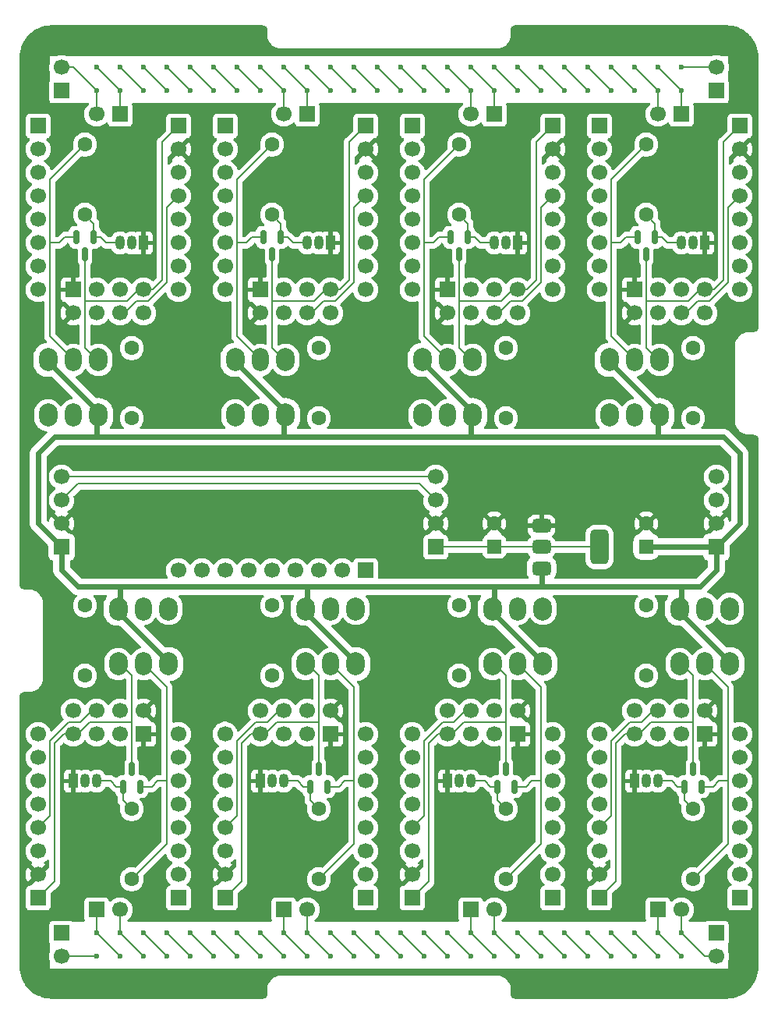
<source format=gbr>
%TF.GenerationSoftware,KiCad,Pcbnew,9.0.5*%
%TF.CreationDate,2025-11-11T22:24:23+01:00*%
%TF.ProjectId,BaseBoard,42617365-426f-4617-9264-2e6b69636164,v1.0*%
%TF.SameCoordinates,Original*%
%TF.FileFunction,Copper,L1,Top*%
%TF.FilePolarity,Positive*%
%FSLAX46Y46*%
G04 Gerber Fmt 4.6, Leading zero omitted, Abs format (unit mm)*
G04 Created by KiCad (PCBNEW 9.0.5) date 2025-11-11 22:24:23*
%MOMM*%
%LPD*%
G01*
G04 APERTURE LIST*
G04 Aperture macros list*
%AMRoundRect*
0 Rectangle with rounded corners*
0 $1 Rounding radius*
0 $2 $3 $4 $5 $6 $7 $8 $9 X,Y pos of 4 corners*
0 Add a 4 corners polygon primitive as box body*
4,1,4,$2,$3,$4,$5,$6,$7,$8,$9,$2,$3,0*
0 Add four circle primitives for the rounded corners*
1,1,$1+$1,$2,$3*
1,1,$1+$1,$4,$5*
1,1,$1+$1,$6,$7*
1,1,$1+$1,$8,$9*
0 Add four rect primitives between the rounded corners*
20,1,$1+$1,$2,$3,$4,$5,0*
20,1,$1+$1,$4,$5,$6,$7,0*
20,1,$1+$1,$6,$7,$8,$9,0*
20,1,$1+$1,$8,$9,$2,$3,0*%
G04 Aperture macros list end*
%TA.AperFunction,ComponentPad*%
%ADD10C,1.600000*%
%TD*%
%TA.AperFunction,SMDPad,CuDef*%
%ADD11RoundRect,0.150000X-0.150000X0.587500X-0.150000X-0.587500X0.150000X-0.587500X0.150000X0.587500X0*%
%TD*%
%TA.AperFunction,ComponentPad*%
%ADD12R,1.050000X1.500000*%
%TD*%
%TA.AperFunction,ComponentPad*%
%ADD13O,1.050000X1.500000*%
%TD*%
%TA.AperFunction,ComponentPad*%
%ADD14R,1.700000X1.700000*%
%TD*%
%TA.AperFunction,ComponentPad*%
%ADD15C,1.700000*%
%TD*%
%TA.AperFunction,ComponentPad*%
%ADD16O,2.000000X2.500000*%
%TD*%
%TA.AperFunction,ComponentPad*%
%ADD17O,1.850000X2.500000*%
%TD*%
%TA.AperFunction,SMDPad,CuDef*%
%ADD18RoundRect,0.150000X0.150000X-0.587500X0.150000X0.587500X-0.150000X0.587500X-0.150000X-0.587500X0*%
%TD*%
%TA.AperFunction,SMDPad,CuDef*%
%ADD19RoundRect,0.375000X-0.625000X-0.375000X0.625000X-0.375000X0.625000X0.375000X-0.625000X0.375000X0*%
%TD*%
%TA.AperFunction,SMDPad,CuDef*%
%ADD20RoundRect,0.500000X-0.500000X-1.400000X0.500000X-1.400000X0.500000X1.400000X-0.500000X1.400000X0*%
%TD*%
%TA.AperFunction,ComponentPad*%
%ADD21RoundRect,0.250000X0.550000X-0.550000X0.550000X0.550000X-0.550000X0.550000X-0.550000X-0.550000X0*%
%TD*%
%TA.AperFunction,ViaPad*%
%ADD22C,4.000000*%
%TD*%
%TA.AperFunction,ViaPad*%
%ADD23C,0.600000*%
%TD*%
%TA.AperFunction,Conductor*%
%ADD24C,0.600000*%
%TD*%
%TA.AperFunction,Conductor*%
%ADD25C,0.200000*%
%TD*%
%TA.AperFunction,Conductor*%
%ADD26C,0.400000*%
%TD*%
G04 APERTURE END LIST*
D10*
%TO.P,R82,1*%
%TO.N,Net-(Q82-S)*%
X190500000Y-32512000D03*
%TO.P,R82,2*%
%TO.N,Net-(Q81-C)*%
X190500000Y-40132000D03*
%TD*%
%TO.P,R81,1*%
%TO.N,Net-(Q81-B)*%
X195580000Y-54610000D03*
%TO.P,R81,2*%
%TO.N,SWPIN-ESP8*%
X195580000Y-62230000D03*
%TD*%
D11*
%TO.P,Q82,1,G*%
%TO.N,Net-(Q81-C)*%
X191450000Y-42575000D03*
%TO.P,Q82,2,S*%
%TO.N,Net-(Q82-S)*%
X189550000Y-42575000D03*
%TO.P,Q82,3,D*%
%TO.N,Net-(J2-ESP8-Pin_1)*%
X190500000Y-44450000D03*
%TD*%
D12*
%TO.P,Q81,1,E*%
%TO.N,GNDREF*%
X196850000Y-43180000D03*
D13*
%TO.P,Q81,2,B*%
%TO.N,Net-(Q81-B)*%
X195580000Y-43180000D03*
%TO.P,Q81,3,C*%
%TO.N,Net-(Q81-C)*%
X194310000Y-43180000D03*
%TD*%
D14*
%TO.P,J4-BUS8,1,Pin_1*%
%TO.N,BUS2_H*%
X194310000Y-29210000D03*
D15*
%TO.P,J4-BUS8,2,Pin_2*%
%TO.N,BUS2_L*%
X191770000Y-29210000D03*
%TD*%
D14*
%TO.P,J3-BUS8,1,Pin_1*%
%TO.N,GNDREF*%
X189230000Y-48260000D03*
D15*
%TO.P,J3-BUS8,2,Pin_2*%
X189230000Y-50800000D03*
%TO.P,J3-BUS8,3,Pin_3*%
%TO.N,Net-(J1-ESP8-Pin_2)*%
X191770000Y-48260000D03*
%TO.P,J3-BUS8,4,Pin_4*%
%TO.N,Net-(J1-ESP8-Pin_3)*%
X191770000Y-50800000D03*
%TO.P,J3-BUS8,5,Pin_5*%
%TO.N,Net-(J1-ESP8-Pin_1)*%
X194310000Y-48260000D03*
%TO.P,J3-BUS8,6,Pin_6*%
%TO.N,Net-(J2-ESP8-Pin_4)*%
X194310000Y-50800000D03*
%TO.P,J3-BUS8,7,Pin_7*%
%TO.N,Net-(J2-ESP8-Pin_1)*%
X196850000Y-48260000D03*
%TO.P,J3-BUS8,8,Pin_8*%
%TO.N,Net-(J2-ESP8-Pin_3)*%
X196850000Y-50800000D03*
%TD*%
D14*
%TO.P,J2-ESP8,1,Pin_1*%
%TO.N,Net-(J2-ESP8-Pin_1)*%
X200660000Y-30480000D03*
D15*
%TO.P,J2-ESP8,2,Pin_2*%
%TO.N,GNDREF*%
X200660000Y-33020000D03*
%TO.P,J2-ESP8,3,Pin_3*%
%TO.N,Net-(J2-ESP8-Pin_3)*%
X200660000Y-35560000D03*
%TO.P,J2-ESP8,4,Pin_4*%
%TO.N,Net-(J2-ESP8-Pin_4)*%
X200660000Y-38100000D03*
%TO.P,J2-ESP8,5,Pin_5*%
%TO.N,unconnected-(J2-ESP8-Pin_5-Pad5)*%
X200660000Y-40640000D03*
%TO.P,J2-ESP8,6,Pin_6*%
%TO.N,unconnected-(J2-ESP8-Pin_6-Pad6)*%
X200660000Y-43180000D03*
%TO.P,J2-ESP8,7,Pin_7*%
%TO.N,unconnected-(J2-ESP8-Pin_7-Pad7)*%
X200660000Y-45720000D03*
%TO.P,J2-ESP8,8,Pin_8*%
%TO.N,unconnected-(J2-ESP8-Pin_8-Pad8)*%
X200660000Y-48260000D03*
%TD*%
D14*
%TO.P,J1-ESP8,1,Pin_1*%
%TO.N,Net-(J1-ESP8-Pin_1)*%
X185420000Y-30480000D03*
D15*
%TO.P,J1-ESP8,2,Pin_2*%
%TO.N,Net-(J1-ESP8-Pin_2)*%
X185420000Y-33020000D03*
%TO.P,J1-ESP8,3,Pin_3*%
%TO.N,Net-(J1-ESP8-Pin_3)*%
X185420000Y-35560000D03*
%TO.P,J1-ESP8,4,Pin_4*%
%TO.N,unconnected-(J1-ESP8-Pin_4-Pad4)*%
X185420000Y-38100000D03*
%TO.P,J1-ESP8,5,Pin_5*%
%TO.N,unconnected-(J1-ESP8-Pin_5-Pad5)*%
X185420000Y-40640000D03*
%TO.P,J1-ESP8,6,Pin_6*%
%TO.N,unconnected-(J1-ESP8-Pin_6-Pad6)*%
X185420000Y-43180000D03*
%TO.P,J1-ESP8,7,Pin_7*%
%TO.N,unconnected-(J1-ESP8-Pin_7-Pad7)*%
X185420000Y-45720000D03*
%TO.P,J1-ESP8,8,Pin_8*%
%TO.N,unconnected-(J1-ESP8-Pin_8-Pad8)*%
X185420000Y-48260000D03*
%TD*%
D16*
%TO.P,ESP8,1*%
%TO.N,Net-(J2-ESP8-Pin_1)*%
X191970000Y-55880000D03*
D17*
%TO.P,ESP8,2*%
%TO.N,Net-(Q82-S)*%
X189230000Y-55880000D03*
D16*
%TO.P,ESP8,3*%
%TO.N,+5V*%
X186490000Y-55880000D03*
%TO.P,ESP8,4*%
%TO.N,unconnected-(ESP8-Pad4)*%
X186490000Y-61880000D03*
D17*
%TO.P,ESP8,5*%
%TO.N,unconnected-(ESP8-Pad5)*%
X189230000Y-61880000D03*
D16*
%TO.P,ESP8,6*%
%TO.N,+5V*%
X191970000Y-61880000D03*
%TD*%
D10*
%TO.P,R72,1*%
%TO.N,Net-(Q72-S)*%
X170180000Y-32512000D03*
%TO.P,R72,2*%
%TO.N,Net-(Q71-C)*%
X170180000Y-40132000D03*
%TD*%
%TO.P,R71,1*%
%TO.N,Net-(Q71-B)*%
X175260000Y-54610000D03*
%TO.P,R71,2*%
%TO.N,SWPIN-ESP7*%
X175260000Y-62230000D03*
%TD*%
D11*
%TO.P,Q72,1,G*%
%TO.N,Net-(Q71-C)*%
X171130000Y-42575000D03*
%TO.P,Q72,2,S*%
%TO.N,Net-(Q72-S)*%
X169230000Y-42575000D03*
%TO.P,Q72,3,D*%
%TO.N,Net-(J2-ESP7-Pin_1)*%
X170180000Y-44450000D03*
%TD*%
D12*
%TO.P,Q71,1,E*%
%TO.N,GNDREF*%
X176530000Y-43180000D03*
D13*
%TO.P,Q71,2,B*%
%TO.N,Net-(Q71-B)*%
X175260000Y-43180000D03*
%TO.P,Q71,3,C*%
%TO.N,Net-(Q71-C)*%
X173990000Y-43180000D03*
%TD*%
D14*
%TO.P,J4-BUS7,1,Pin_1*%
%TO.N,BUS2_H*%
X173990000Y-29210000D03*
D15*
%TO.P,J4-BUS7,2,Pin_2*%
%TO.N,BUS2_L*%
X171450000Y-29210000D03*
%TD*%
D14*
%TO.P,J3-BUS7,1,Pin_1*%
%TO.N,GNDREF*%
X168910000Y-48260000D03*
D15*
%TO.P,J3-BUS7,2,Pin_2*%
X168910000Y-50800000D03*
%TO.P,J3-BUS7,3,Pin_3*%
%TO.N,Net-(J1-ESP7-Pin_2)*%
X171450000Y-48260000D03*
%TO.P,J3-BUS7,4,Pin_4*%
%TO.N,Net-(J1-ESP7-Pin_3)*%
X171450000Y-50800000D03*
%TO.P,J3-BUS7,5,Pin_5*%
%TO.N,Net-(J1-ESP7-Pin_1)*%
X173990000Y-48260000D03*
%TO.P,J3-BUS7,6,Pin_6*%
%TO.N,Net-(J2-ESP7-Pin_4)*%
X173990000Y-50800000D03*
%TO.P,J3-BUS7,7,Pin_7*%
%TO.N,Net-(J2-ESP7-Pin_1)*%
X176530000Y-48260000D03*
%TO.P,J3-BUS7,8,Pin_8*%
%TO.N,Net-(J2-ESP7-Pin_3)*%
X176530000Y-50800000D03*
%TD*%
D14*
%TO.P,J2-ESP7,1,Pin_1*%
%TO.N,Net-(J2-ESP7-Pin_1)*%
X180340000Y-30480000D03*
D15*
%TO.P,J2-ESP7,2,Pin_2*%
%TO.N,GNDREF*%
X180340000Y-33020000D03*
%TO.P,J2-ESP7,3,Pin_3*%
%TO.N,Net-(J2-ESP7-Pin_3)*%
X180340000Y-35560000D03*
%TO.P,J2-ESP7,4,Pin_4*%
%TO.N,Net-(J2-ESP7-Pin_4)*%
X180340000Y-38100000D03*
%TO.P,J2-ESP7,5,Pin_5*%
%TO.N,unconnected-(J2-ESP7-Pin_5-Pad5)*%
X180340000Y-40640000D03*
%TO.P,J2-ESP7,6,Pin_6*%
%TO.N,unconnected-(J2-ESP7-Pin_6-Pad6)*%
X180340000Y-43180000D03*
%TO.P,J2-ESP7,7,Pin_7*%
%TO.N,unconnected-(J2-ESP7-Pin_7-Pad7)*%
X180340000Y-45720000D03*
%TO.P,J2-ESP7,8,Pin_8*%
%TO.N,unconnected-(J2-ESP7-Pin_8-Pad8)*%
X180340000Y-48260000D03*
%TD*%
D14*
%TO.P,J1-ESP7,1,Pin_1*%
%TO.N,Net-(J1-ESP7-Pin_1)*%
X165100000Y-30480000D03*
D15*
%TO.P,J1-ESP7,2,Pin_2*%
%TO.N,Net-(J1-ESP7-Pin_2)*%
X165100000Y-33020000D03*
%TO.P,J1-ESP7,3,Pin_3*%
%TO.N,Net-(J1-ESP7-Pin_3)*%
X165100000Y-35560000D03*
%TO.P,J1-ESP7,4,Pin_4*%
%TO.N,unconnected-(J1-ESP7-Pin_4-Pad4)*%
X165100000Y-38100000D03*
%TO.P,J1-ESP7,5,Pin_5*%
%TO.N,unconnected-(J1-ESP7-Pin_5-Pad5)*%
X165100000Y-40640000D03*
%TO.P,J1-ESP7,6,Pin_6*%
%TO.N,unconnected-(J1-ESP7-Pin_6-Pad6)*%
X165100000Y-43180000D03*
%TO.P,J1-ESP7,7,Pin_7*%
%TO.N,unconnected-(J1-ESP7-Pin_7-Pad7)*%
X165100000Y-45720000D03*
%TO.P,J1-ESP7,8,Pin_8*%
%TO.N,unconnected-(J1-ESP7-Pin_8-Pad8)*%
X165100000Y-48260000D03*
%TD*%
D16*
%TO.P,ESP7,1*%
%TO.N,Net-(J2-ESP7-Pin_1)*%
X171650000Y-55880000D03*
D17*
%TO.P,ESP7,2*%
%TO.N,Net-(Q72-S)*%
X168910000Y-55880000D03*
D16*
%TO.P,ESP7,3*%
%TO.N,+5V*%
X166170000Y-55880000D03*
%TO.P,ESP7,4*%
%TO.N,unconnected-(ESP7-Pad4)*%
X166170000Y-61880000D03*
D17*
%TO.P,ESP7,5*%
%TO.N,unconnected-(ESP7-Pad5)*%
X168910000Y-61880000D03*
D16*
%TO.P,ESP7,6*%
%TO.N,+5V*%
X171650000Y-61880000D03*
%TD*%
D10*
%TO.P,R62,1*%
%TO.N,Net-(Q62-S)*%
X149860000Y-32512000D03*
%TO.P,R62,2*%
%TO.N,Net-(Q61-C)*%
X149860000Y-40132000D03*
%TD*%
%TO.P,R61,1*%
%TO.N,Net-(Q61-B)*%
X154940000Y-54610000D03*
%TO.P,R61,2*%
%TO.N,SWPIN-ESP6*%
X154940000Y-62230000D03*
%TD*%
D11*
%TO.P,Q62,1,G*%
%TO.N,Net-(Q61-C)*%
X150810000Y-42575000D03*
%TO.P,Q62,2,S*%
%TO.N,Net-(Q62-S)*%
X148910000Y-42575000D03*
%TO.P,Q62,3,D*%
%TO.N,Net-(J2-ESP6-Pin_1)*%
X149860000Y-44450000D03*
%TD*%
D12*
%TO.P,Q61,1,E*%
%TO.N,GNDREF*%
X156210000Y-43180000D03*
D13*
%TO.P,Q61,2,B*%
%TO.N,Net-(Q61-B)*%
X154940000Y-43180000D03*
%TO.P,Q61,3,C*%
%TO.N,Net-(Q61-C)*%
X153670000Y-43180000D03*
%TD*%
D14*
%TO.P,J4-BUS6,1,Pin_1*%
%TO.N,BUS2_H*%
X153670000Y-29210000D03*
D15*
%TO.P,J4-BUS6,2,Pin_2*%
%TO.N,BUS2_L*%
X151130000Y-29210000D03*
%TD*%
D14*
%TO.P,J3-BUS6,1,Pin_1*%
%TO.N,GNDREF*%
X148590000Y-48260000D03*
D15*
%TO.P,J3-BUS6,2,Pin_2*%
X148590000Y-50800000D03*
%TO.P,J3-BUS6,3,Pin_3*%
%TO.N,Net-(J1-ESP6-Pin_2)*%
X151130000Y-48260000D03*
%TO.P,J3-BUS6,4,Pin_4*%
%TO.N,Net-(J1-ESP6-Pin_3)*%
X151130000Y-50800000D03*
%TO.P,J3-BUS6,5,Pin_5*%
%TO.N,Net-(J1-ESP6-Pin_1)*%
X153670000Y-48260000D03*
%TO.P,J3-BUS6,6,Pin_6*%
%TO.N,Net-(J2-ESP6-Pin_4)*%
X153670000Y-50800000D03*
%TO.P,J3-BUS6,7,Pin_7*%
%TO.N,Net-(J2-ESP6-Pin_1)*%
X156210000Y-48260000D03*
%TO.P,J3-BUS6,8,Pin_8*%
%TO.N,Net-(J2-ESP6-Pin_3)*%
X156210000Y-50800000D03*
%TD*%
D14*
%TO.P,J2-ESP6,1,Pin_1*%
%TO.N,Net-(J2-ESP6-Pin_1)*%
X160020000Y-30480000D03*
D15*
%TO.P,J2-ESP6,2,Pin_2*%
%TO.N,GNDREF*%
X160020000Y-33020000D03*
%TO.P,J2-ESP6,3,Pin_3*%
%TO.N,Net-(J2-ESP6-Pin_3)*%
X160020000Y-35560000D03*
%TO.P,J2-ESP6,4,Pin_4*%
%TO.N,Net-(J2-ESP6-Pin_4)*%
X160020000Y-38100000D03*
%TO.P,J2-ESP6,5,Pin_5*%
%TO.N,unconnected-(J2-ESP6-Pin_5-Pad5)*%
X160020000Y-40640000D03*
%TO.P,J2-ESP6,6,Pin_6*%
%TO.N,unconnected-(J2-ESP6-Pin_6-Pad6)*%
X160020000Y-43180000D03*
%TO.P,J2-ESP6,7,Pin_7*%
%TO.N,unconnected-(J2-ESP6-Pin_7-Pad7)*%
X160020000Y-45720000D03*
%TO.P,J2-ESP6,8,Pin_8*%
%TO.N,unconnected-(J2-ESP6-Pin_8-Pad8)*%
X160020000Y-48260000D03*
%TD*%
D14*
%TO.P,J1-ESP6,1,Pin_1*%
%TO.N,Net-(J1-ESP6-Pin_1)*%
X144780000Y-30480000D03*
D15*
%TO.P,J1-ESP6,2,Pin_2*%
%TO.N,Net-(J1-ESP6-Pin_2)*%
X144780000Y-33020000D03*
%TO.P,J1-ESP6,3,Pin_3*%
%TO.N,Net-(J1-ESP6-Pin_3)*%
X144780000Y-35560000D03*
%TO.P,J1-ESP6,4,Pin_4*%
%TO.N,unconnected-(J1-ESP6-Pin_4-Pad4)*%
X144780000Y-38100000D03*
%TO.P,J1-ESP6,5,Pin_5*%
%TO.N,unconnected-(J1-ESP6-Pin_5-Pad5)*%
X144780000Y-40640000D03*
%TO.P,J1-ESP6,6,Pin_6*%
%TO.N,unconnected-(J1-ESP6-Pin_6-Pad6)*%
X144780000Y-43180000D03*
%TO.P,J1-ESP6,7,Pin_7*%
%TO.N,unconnected-(J1-ESP6-Pin_7-Pad7)*%
X144780000Y-45720000D03*
%TO.P,J1-ESP6,8,Pin_8*%
%TO.N,unconnected-(J1-ESP6-Pin_8-Pad8)*%
X144780000Y-48260000D03*
%TD*%
D16*
%TO.P,ESP6,1*%
%TO.N,Net-(J2-ESP6-Pin_1)*%
X151330000Y-55880000D03*
D17*
%TO.P,ESP6,2*%
%TO.N,Net-(Q62-S)*%
X148590000Y-55880000D03*
D16*
%TO.P,ESP6,3*%
%TO.N,+5V*%
X145850000Y-55880000D03*
%TO.P,ESP6,4*%
%TO.N,unconnected-(ESP6-Pad4)*%
X145850000Y-61880000D03*
D17*
%TO.P,ESP6,5*%
%TO.N,unconnected-(ESP6-Pad5)*%
X148590000Y-61880000D03*
D16*
%TO.P,ESP6,6*%
%TO.N,+5V*%
X151330000Y-61880000D03*
%TD*%
D10*
%TO.P,R42,1*%
%TO.N,Net-(Q42-S)*%
X134620000Y-112268000D03*
%TO.P,R42,2*%
%TO.N,Net-(Q41-C)*%
X134620000Y-104648000D03*
%TD*%
%TO.P,R41,1*%
%TO.N,Net-(Q41-B)*%
X129540000Y-90170000D03*
%TO.P,R41,2*%
%TO.N,SWPIN-ESP4*%
X129540000Y-82550000D03*
%TD*%
D18*
%TO.P,Q42,1,G*%
%TO.N,Net-(Q41-C)*%
X133670000Y-102205000D03*
%TO.P,Q42,2,S*%
%TO.N,Net-(Q42-S)*%
X135570000Y-102205000D03*
%TO.P,Q42,3,D*%
%TO.N,Net-(J2-ESP4-Pin_1)*%
X134620000Y-100330000D03*
%TD*%
D12*
%TO.P,Q41,1,E*%
%TO.N,GNDREF*%
X128270000Y-101600000D03*
D13*
%TO.P,Q41,2,B*%
%TO.N,Net-(Q41-B)*%
X129540000Y-101600000D03*
%TO.P,Q41,3,C*%
%TO.N,Net-(Q41-C)*%
X130810000Y-101600000D03*
%TD*%
D14*
%TO.P,J4-BUS4,1,Pin_1*%
%TO.N,BUS1_H*%
X130810000Y-115570000D03*
D15*
%TO.P,J4-BUS4,2,Pin_2*%
%TO.N,BUS1_L*%
X133350000Y-115570000D03*
%TD*%
D14*
%TO.P,J3-BUS4,1,Pin_1*%
%TO.N,GNDREF*%
X135890000Y-96520000D03*
D15*
%TO.P,J3-BUS4,2,Pin_2*%
X135890000Y-93980000D03*
%TO.P,J3-BUS4,3,Pin_3*%
%TO.N,Net-(J1-ESP4-Pin_2)*%
X133350000Y-96520000D03*
%TO.P,J3-BUS4,4,Pin_4*%
%TO.N,Net-(J1-ESP4-Pin_3)*%
X133350000Y-93980000D03*
%TO.P,J3-BUS4,5,Pin_5*%
%TO.N,Net-(J1-ESP4-Pin_1)*%
X130810000Y-96520000D03*
%TO.P,J3-BUS4,6,Pin_6*%
%TO.N,Net-(J2-ESP4-Pin_4)*%
X130810000Y-93980000D03*
%TO.P,J3-BUS4,7,Pin_7*%
%TO.N,Net-(J2-ESP4-Pin_1)*%
X128270000Y-96520000D03*
%TO.P,J3-BUS4,8,Pin_8*%
%TO.N,Net-(J2-ESP4-Pin_3)*%
X128270000Y-93980000D03*
%TD*%
D14*
%TO.P,J2-ESP4,1,Pin_1*%
%TO.N,Net-(J2-ESP4-Pin_1)*%
X124460000Y-114300000D03*
D15*
%TO.P,J2-ESP4,2,Pin_2*%
%TO.N,GNDREF*%
X124460000Y-111760000D03*
%TO.P,J2-ESP4,3,Pin_3*%
%TO.N,Net-(J2-ESP4-Pin_3)*%
X124460000Y-109220000D03*
%TO.P,J2-ESP4,4,Pin_4*%
%TO.N,Net-(J2-ESP4-Pin_4)*%
X124460000Y-106680000D03*
%TO.P,J2-ESP4,5,Pin_5*%
%TO.N,unconnected-(J2-ESP4-Pin_5-Pad5)*%
X124460000Y-104140000D03*
%TO.P,J2-ESP4,6,Pin_6*%
%TO.N,unconnected-(J2-ESP4-Pin_6-Pad6)*%
X124460000Y-101600000D03*
%TO.P,J2-ESP4,7,Pin_7*%
%TO.N,unconnected-(J2-ESP4-Pin_7-Pad7)*%
X124460000Y-99060000D03*
%TO.P,J2-ESP4,8,Pin_8*%
%TO.N,unconnected-(J2-ESP4-Pin_8-Pad8)*%
X124460000Y-96520000D03*
%TD*%
D14*
%TO.P,J1-ESP4,1,Pin_1*%
%TO.N,Net-(J1-ESP4-Pin_1)*%
X139700000Y-114300000D03*
D15*
%TO.P,J1-ESP4,2,Pin_2*%
%TO.N,Net-(J1-ESP4-Pin_2)*%
X139700000Y-111760000D03*
%TO.P,J1-ESP4,3,Pin_3*%
%TO.N,Net-(J1-ESP4-Pin_3)*%
X139700000Y-109220000D03*
%TO.P,J1-ESP4,4,Pin_4*%
%TO.N,unconnected-(J1-ESP4-Pin_4-Pad4)*%
X139700000Y-106680000D03*
%TO.P,J1-ESP4,5,Pin_5*%
%TO.N,unconnected-(J1-ESP4-Pin_5-Pad5)*%
X139700000Y-104140000D03*
%TO.P,J1-ESP4,6,Pin_6*%
%TO.N,unconnected-(J1-ESP4-Pin_6-Pad6)*%
X139700000Y-101600000D03*
%TO.P,J1-ESP4,7,Pin_7*%
%TO.N,unconnected-(J1-ESP4-Pin_7-Pad7)*%
X139700000Y-99060000D03*
%TO.P,J1-ESP4,8,Pin_8*%
%TO.N,unconnected-(J1-ESP4-Pin_8-Pad8)*%
X139700000Y-96520000D03*
%TD*%
D16*
%TO.P,ESP4,1*%
%TO.N,Net-(J2-ESP4-Pin_1)*%
X133150000Y-88900000D03*
D17*
%TO.P,ESP4,2*%
%TO.N,Net-(Q42-S)*%
X135890000Y-88900000D03*
D16*
%TO.P,ESP4,3*%
%TO.N,+5V*%
X138630000Y-88900000D03*
%TO.P,ESP4,4*%
%TO.N,unconnected-(ESP4-Pad4)*%
X138630000Y-82900000D03*
D17*
%TO.P,ESP4,5*%
%TO.N,unconnected-(ESP4-Pad5)*%
X135890000Y-82900000D03*
D16*
%TO.P,ESP4,6*%
%TO.N,+5V*%
X133150000Y-82900000D03*
%TD*%
D10*
%TO.P,R32,1*%
%TO.N,Net-(Q32-S)*%
X154940000Y-112268000D03*
%TO.P,R32,2*%
%TO.N,Net-(Q31-C)*%
X154940000Y-104648000D03*
%TD*%
%TO.P,R31,1*%
%TO.N,Net-(Q31-B)*%
X149860000Y-90170000D03*
%TO.P,R31,2*%
%TO.N,SWPIN-ESP3*%
X149860000Y-82550000D03*
%TD*%
D18*
%TO.P,Q32,1,G*%
%TO.N,Net-(Q31-C)*%
X153990000Y-102205000D03*
%TO.P,Q32,2,S*%
%TO.N,Net-(Q32-S)*%
X155890000Y-102205000D03*
%TO.P,Q32,3,D*%
%TO.N,Net-(J2-ESP3-Pin_1)*%
X154940000Y-100330000D03*
%TD*%
D12*
%TO.P,Q31,1,E*%
%TO.N,GNDREF*%
X148590000Y-101600000D03*
D13*
%TO.P,Q31,2,B*%
%TO.N,Net-(Q31-B)*%
X149860000Y-101600000D03*
%TO.P,Q31,3,C*%
%TO.N,Net-(Q31-C)*%
X151130000Y-101600000D03*
%TD*%
D14*
%TO.P,J4-BUS3,1,Pin_1*%
%TO.N,BUS1_H*%
X151130000Y-115570000D03*
D15*
%TO.P,J4-BUS3,2,Pin_2*%
%TO.N,BUS1_L*%
X153670000Y-115570000D03*
%TD*%
D14*
%TO.P,J3-BUS3,1,Pin_1*%
%TO.N,GNDREF*%
X156210000Y-96520000D03*
D15*
%TO.P,J3-BUS3,2,Pin_2*%
X156210000Y-93980000D03*
%TO.P,J3-BUS3,3,Pin_3*%
%TO.N,Net-(J1-ESP3-Pin_2)*%
X153670000Y-96520000D03*
%TO.P,J3-BUS3,4,Pin_4*%
%TO.N,Net-(J1-ESP3-Pin_3)*%
X153670000Y-93980000D03*
%TO.P,J3-BUS3,5,Pin_5*%
%TO.N,Net-(J1-ESP3-Pin_1)*%
X151130000Y-96520000D03*
%TO.P,J3-BUS3,6,Pin_6*%
%TO.N,Net-(J2-ESP3-Pin_4)*%
X151130000Y-93980000D03*
%TO.P,J3-BUS3,7,Pin_7*%
%TO.N,Net-(J2-ESP3-Pin_1)*%
X148590000Y-96520000D03*
%TO.P,J3-BUS3,8,Pin_8*%
%TO.N,Net-(J2-ESP3-Pin_3)*%
X148590000Y-93980000D03*
%TD*%
D14*
%TO.P,J2-ESP3,1,Pin_1*%
%TO.N,Net-(J2-ESP3-Pin_1)*%
X144755000Y-114285000D03*
D15*
%TO.P,J2-ESP3,2,Pin_2*%
%TO.N,GNDREF*%
X144755000Y-111745000D03*
%TO.P,J2-ESP3,3,Pin_3*%
%TO.N,Net-(J2-ESP3-Pin_3)*%
X144755000Y-109205000D03*
%TO.P,J2-ESP3,4,Pin_4*%
%TO.N,Net-(J2-ESP3-Pin_4)*%
X144755000Y-106665000D03*
%TO.P,J2-ESP3,5,Pin_5*%
%TO.N,unconnected-(J2-ESP3-Pin_5-Pad5)*%
X144755000Y-104125000D03*
%TO.P,J2-ESP3,6,Pin_6*%
%TO.N,unconnected-(J2-ESP3-Pin_6-Pad6)*%
X144755000Y-101585000D03*
%TO.P,J2-ESP3,7,Pin_7*%
%TO.N,unconnected-(J2-ESP3-Pin_7-Pad7)*%
X144755000Y-99045000D03*
%TO.P,J2-ESP3,8,Pin_8*%
%TO.N,unconnected-(J2-ESP3-Pin_8-Pad8)*%
X144755000Y-96505000D03*
%TD*%
D14*
%TO.P,J1-ESP3,1,Pin_1*%
%TO.N,Net-(J1-ESP3-Pin_1)*%
X160020000Y-114300000D03*
D15*
%TO.P,J1-ESP3,2,Pin_2*%
%TO.N,Net-(J1-ESP3-Pin_2)*%
X160020000Y-111760000D03*
%TO.P,J1-ESP3,3,Pin_3*%
%TO.N,Net-(J1-ESP3-Pin_3)*%
X160020000Y-109220000D03*
%TO.P,J1-ESP3,4,Pin_4*%
%TO.N,unconnected-(J1-ESP3-Pin_4-Pad4)*%
X160020000Y-106680000D03*
%TO.P,J1-ESP3,5,Pin_5*%
%TO.N,unconnected-(J1-ESP3-Pin_5-Pad5)*%
X160020000Y-104140000D03*
%TO.P,J1-ESP3,6,Pin_6*%
%TO.N,unconnected-(J1-ESP3-Pin_6-Pad6)*%
X160020000Y-101600000D03*
%TO.P,J1-ESP3,7,Pin_7*%
%TO.N,unconnected-(J1-ESP3-Pin_7-Pad7)*%
X160020000Y-99060000D03*
%TO.P,J1-ESP3,8,Pin_8*%
%TO.N,unconnected-(J1-ESP3-Pin_8-Pad8)*%
X160020000Y-96520000D03*
%TD*%
D16*
%TO.P,ESP3,1*%
%TO.N,Net-(J2-ESP3-Pin_1)*%
X153470000Y-88900000D03*
D17*
%TO.P,ESP3,2*%
%TO.N,Net-(Q32-S)*%
X156210000Y-88900000D03*
D16*
%TO.P,ESP3,3*%
%TO.N,+5V*%
X158950000Y-88900000D03*
%TO.P,ESP3,4*%
%TO.N,unconnected-(ESP3-Pad4)*%
X158950000Y-82900000D03*
D17*
%TO.P,ESP3,5*%
%TO.N,unconnected-(ESP3-Pad5)*%
X156210000Y-82900000D03*
D16*
%TO.P,ESP3,6*%
%TO.N,+5V*%
X153470000Y-82900000D03*
%TD*%
D10*
%TO.P,R22,1*%
%TO.N,Net-(Q22-S)*%
X175260000Y-112268000D03*
%TO.P,R22,2*%
%TO.N,Net-(Q21-C)*%
X175260000Y-104648000D03*
%TD*%
%TO.P,R21,1*%
%TO.N,Net-(Q21-B)*%
X170180000Y-90170000D03*
%TO.P,R21,2*%
%TO.N,SWPIN-ESP2*%
X170180000Y-82550000D03*
%TD*%
D18*
%TO.P,Q22,1,G*%
%TO.N,Net-(Q21-C)*%
X174310000Y-102205000D03*
%TO.P,Q22,2,S*%
%TO.N,Net-(Q22-S)*%
X176210000Y-102205000D03*
%TO.P,Q22,3,D*%
%TO.N,Net-(J2-ESP2-Pin_1)*%
X175260000Y-100330000D03*
%TD*%
D12*
%TO.P,Q21,1,E*%
%TO.N,GNDREF*%
X168910000Y-101600000D03*
D13*
%TO.P,Q21,2,B*%
%TO.N,Net-(Q21-B)*%
X170180000Y-101600000D03*
%TO.P,Q21,3,C*%
%TO.N,Net-(Q21-C)*%
X171450000Y-101600000D03*
%TD*%
D14*
%TO.P,J4-BUS2,1,Pin_1*%
%TO.N,BUS1_H*%
X171450000Y-115570000D03*
D15*
%TO.P,J4-BUS2,2,Pin_2*%
%TO.N,BUS1_L*%
X173990000Y-115570000D03*
%TD*%
D14*
%TO.P,J3-BUS2,1,Pin_1*%
%TO.N,GNDREF*%
X176530000Y-96520000D03*
D15*
%TO.P,J3-BUS2,2,Pin_2*%
X176530000Y-93980000D03*
%TO.P,J3-BUS2,3,Pin_3*%
%TO.N,Net-(J1-ESP2-Pin_2)*%
X173990000Y-96520000D03*
%TO.P,J3-BUS2,4,Pin_4*%
%TO.N,Net-(J1-ESP2-Pin_3)*%
X173990000Y-93980000D03*
%TO.P,J3-BUS2,5,Pin_5*%
%TO.N,Net-(J1-ESP2-Pin_1)*%
X171450000Y-96520000D03*
%TO.P,J3-BUS2,6,Pin_6*%
%TO.N,Net-(J2-ESP2-Pin_4)*%
X171450000Y-93980000D03*
%TO.P,J3-BUS2,7,Pin_7*%
%TO.N,Net-(J2-ESP2-Pin_1)*%
X168910000Y-96520000D03*
%TO.P,J3-BUS2,8,Pin_8*%
%TO.N,Net-(J2-ESP2-Pin_3)*%
X168910000Y-93980000D03*
%TD*%
D14*
%TO.P,J2-ESP2,1,Pin_1*%
%TO.N,Net-(J2-ESP2-Pin_1)*%
X165075000Y-114300000D03*
D15*
%TO.P,J2-ESP2,2,Pin_2*%
%TO.N,GNDREF*%
X165075000Y-111760000D03*
%TO.P,J2-ESP2,3,Pin_3*%
%TO.N,Net-(J2-ESP2-Pin_3)*%
X165075000Y-109220000D03*
%TO.P,J2-ESP2,4,Pin_4*%
%TO.N,Net-(J2-ESP2-Pin_4)*%
X165075000Y-106680000D03*
%TO.P,J2-ESP2,5,Pin_5*%
%TO.N,unconnected-(J2-ESP2-Pin_5-Pad5)*%
X165075000Y-104140000D03*
%TO.P,J2-ESP2,6,Pin_6*%
%TO.N,unconnected-(J2-ESP2-Pin_6-Pad6)*%
X165075000Y-101600000D03*
%TO.P,J2-ESP2,7,Pin_7*%
%TO.N,unconnected-(J2-ESP2-Pin_7-Pad7)*%
X165075000Y-99060000D03*
%TO.P,J2-ESP2,8,Pin_8*%
%TO.N,unconnected-(J2-ESP2-Pin_8-Pad8)*%
X165075000Y-96520000D03*
%TD*%
D14*
%TO.P,J1-ESP2,1,Pin_1*%
%TO.N,Net-(J1-ESP2-Pin_1)*%
X180340000Y-114300000D03*
D15*
%TO.P,J1-ESP2,2,Pin_2*%
%TO.N,Net-(J1-ESP2-Pin_2)*%
X180340000Y-111760000D03*
%TO.P,J1-ESP2,3,Pin_3*%
%TO.N,Net-(J1-ESP2-Pin_3)*%
X180340000Y-109220000D03*
%TO.P,J1-ESP2,4,Pin_4*%
%TO.N,unconnected-(J1-ESP2-Pin_4-Pad4)*%
X180340000Y-106680000D03*
%TO.P,J1-ESP2,5,Pin_5*%
%TO.N,unconnected-(J1-ESP2-Pin_5-Pad5)*%
X180340000Y-104140000D03*
%TO.P,J1-ESP2,6,Pin_6*%
%TO.N,unconnected-(J1-ESP2-Pin_6-Pad6)*%
X180340000Y-101600000D03*
%TO.P,J1-ESP2,7,Pin_7*%
%TO.N,unconnected-(J1-ESP2-Pin_7-Pad7)*%
X180340000Y-99060000D03*
%TO.P,J1-ESP2,8,Pin_8*%
%TO.N,unconnected-(J1-ESP2-Pin_8-Pad8)*%
X180340000Y-96520000D03*
%TD*%
D16*
%TO.P,ESP2,1*%
%TO.N,Net-(J2-ESP2-Pin_1)*%
X173790000Y-88900000D03*
D17*
%TO.P,ESP2,2*%
%TO.N,Net-(Q22-S)*%
X176530000Y-88900000D03*
D16*
%TO.P,ESP2,3*%
%TO.N,+5V*%
X179270000Y-88900000D03*
%TO.P,ESP2,4*%
%TO.N,unconnected-(ESP2-Pad4)*%
X179270000Y-82900000D03*
D17*
%TO.P,ESP2,5*%
%TO.N,unconnected-(ESP2-Pad5)*%
X176530000Y-82900000D03*
D16*
%TO.P,ESP2,6*%
%TO.N,+5V*%
X173790000Y-82900000D03*
%TD*%
D14*
%TO.P,J3-BUS5,1,Pin_1*%
%TO.N,GNDREF*%
X128270000Y-48260000D03*
D15*
%TO.P,J3-BUS5,2,Pin_2*%
X128270000Y-50800000D03*
%TO.P,J3-BUS5,3,Pin_3*%
%TO.N,Net-(J1-ESP5-Pin_2)*%
X130810000Y-48260000D03*
%TO.P,J3-BUS5,4,Pin_4*%
%TO.N,Net-(J1-ESP5-Pin_3)*%
X130810000Y-50800000D03*
%TO.P,J3-BUS5,5,Pin_5*%
%TO.N,Net-(J1-ESP5-Pin_1)*%
X133350000Y-48260000D03*
%TO.P,J3-BUS5,6,Pin_6*%
%TO.N,Net-(J2-ESP5-Pin_4)*%
X133350000Y-50800000D03*
%TO.P,J3-BUS5,7,Pin_7*%
%TO.N,Net-(J2-ESP5-Pin_1)*%
X135890000Y-48260000D03*
%TO.P,J3-BUS5,8,Pin_8*%
%TO.N,Net-(J2-ESP5-Pin_3)*%
X135890000Y-50800000D03*
%TD*%
D14*
%TO.P,J3-BUS1,1,Pin_1*%
%TO.N,GNDREF*%
X196850000Y-96520000D03*
D15*
%TO.P,J3-BUS1,2,Pin_2*%
X196850000Y-93980000D03*
%TO.P,J3-BUS1,3,Pin_3*%
%TO.N,Net-(J1-ESP1-Pin_2)*%
X194310000Y-96520000D03*
%TO.P,J3-BUS1,4,Pin_4*%
%TO.N,Net-(J1-ESP1-Pin_3)*%
X194310000Y-93980000D03*
%TO.P,J3-BUS1,5,Pin_5*%
%TO.N,Net-(J1-ESP1-Pin_1)*%
X191770000Y-96520000D03*
%TO.P,J3-BUS1,6,Pin_6*%
%TO.N,Net-(J2-ESP1-Pin_4)*%
X191770000Y-93980000D03*
%TO.P,J3-BUS1,7,Pin_7*%
%TO.N,Net-(J2-ESP1-Pin_1)*%
X189230000Y-96520000D03*
%TO.P,J3-BUS1,8,Pin_8*%
%TO.N,Net-(J2-ESP1-Pin_3)*%
X189230000Y-93980000D03*
%TD*%
D14*
%TO.P,J4-BUS5,1,Pin_1*%
%TO.N,BUS2_H*%
X133350000Y-29210000D03*
D15*
%TO.P,J4-BUS5,2,Pin_2*%
%TO.N,BUS2_L*%
X130810000Y-29210000D03*
%TD*%
D10*
%TO.P,R51,1*%
%TO.N,Net-(Q51-B)*%
X134620000Y-54610000D03*
%TO.P,R51,2*%
%TO.N,SWPIN-ESP5*%
X134620000Y-62230000D03*
%TD*%
%TO.P,R11,1*%
%TO.N,Net-(Q11-B)*%
X190500000Y-90170000D03*
%TO.P,R11,2*%
%TO.N,SWPIN-ESP1*%
X190500000Y-82550000D03*
%TD*%
D16*
%TO.P,ESP1,1*%
%TO.N,Net-(J2-ESP1-Pin_1)*%
X194110000Y-88900000D03*
D17*
%TO.P,ESP1,2*%
%TO.N,Net-(Q12-S)*%
X196850000Y-88900000D03*
D16*
%TO.P,ESP1,3*%
%TO.N,+5V*%
X199590000Y-88900000D03*
%TO.P,ESP1,4*%
%TO.N,unconnected-(ESP1-Pad4)*%
X199590000Y-82900000D03*
D17*
%TO.P,ESP1,5*%
%TO.N,unconnected-(ESP1-Pad5)*%
X196850000Y-82900000D03*
D16*
%TO.P,ESP1,6*%
%TO.N,+5V*%
X194110000Y-82900000D03*
%TD*%
D14*
%TO.P,COM_PWR_IN1,1,Pin_1*%
%TO.N,+5V*%
X127000000Y-76200000D03*
D15*
%TO.P,COM_PWR_IN1,2,Pin_2*%
%TO.N,GNDREF*%
X127000000Y-73660000D03*
%TO.P,COM_PWR_IN1,3,Pin_3*%
%TO.N,I2C_SDA*%
X127000000Y-71120000D03*
%TO.P,COM_PWR_IN1,4,Pin_4*%
%TO.N,I2C_SCL*%
X127000000Y-68580000D03*
%TD*%
D19*
%TO.P,U1,1,GND*%
%TO.N,GNDREF*%
X179120000Y-73900000D03*
%TO.P,U1,2,VO*%
%TO.N,Net-(J1-Pin_1)*%
X179120000Y-76200000D03*
D20*
X185420000Y-76200000D03*
D19*
%TO.P,U1,3,VI*%
%TO.N,+5V*%
X179120000Y-78500000D03*
%TD*%
D16*
%TO.P,ESP5,1*%
%TO.N,Net-(J2-ESP5-Pin_1)*%
X131010000Y-55880000D03*
D17*
%TO.P,ESP5,2*%
%TO.N,Net-(Q52-S)*%
X128270000Y-55880000D03*
D16*
%TO.P,ESP5,3*%
%TO.N,+5V*%
X125530000Y-55880000D03*
%TO.P,ESP5,4*%
%TO.N,unconnected-(ESP5-Pad4)*%
X125530000Y-61880000D03*
D17*
%TO.P,ESP5,5*%
%TO.N,unconnected-(ESP5-Pad5)*%
X128270000Y-61880000D03*
D16*
%TO.P,ESP5,6*%
%TO.N,+5V*%
X131010000Y-61880000D03*
%TD*%
D14*
%TO.P,J1,1,Pin_1*%
%TO.N,Net-(J1-Pin_1)*%
X167640000Y-76200000D03*
D15*
%TO.P,J1,2,Pin_2*%
%TO.N,GNDREF*%
X167640000Y-73660000D03*
%TO.P,J1,3,Pin_3*%
%TO.N,I2C_SDA*%
X167640000Y-71120000D03*
%TO.P,J1,4,Pin_4*%
%TO.N,I2C_SCL*%
X167640000Y-68580000D03*
%TD*%
D21*
%TO.P,C2,1*%
%TO.N,+5V*%
X190500000Y-76160000D03*
D10*
%TO.P,C2,2*%
%TO.N,GNDREF*%
X190500000Y-73660000D03*
%TD*%
D14*
%TO.P,BUS_IN2,1,Pin_1*%
%TO.N,BUS2_H*%
X127000000Y-26670000D03*
D15*
%TO.P,BUS_IN2,2,Pin_2*%
%TO.N,BUS2_L*%
X127000000Y-24130000D03*
%TD*%
D11*
%TO.P,Q52,1,G*%
%TO.N,Net-(Q51-C)*%
X130490000Y-42575000D03*
%TO.P,Q52,2,S*%
%TO.N,Net-(Q52-S)*%
X128590000Y-42575000D03*
%TO.P,Q52,3,D*%
%TO.N,Net-(J2-ESP5-Pin_1)*%
X129540000Y-44450000D03*
%TD*%
D14*
%TO.P,J2,1,Pin_1*%
%TO.N,SWPIN-ESP1*%
X160020000Y-78740000D03*
D15*
%TO.P,J2,2,Pin_2*%
%TO.N,SWPIN-ESP2*%
X157480000Y-78740000D03*
%TO.P,J2,3,Pin_3*%
%TO.N,SWPIN-ESP3*%
X154940000Y-78740000D03*
%TO.P,J2,4,Pin_4*%
%TO.N,SWPIN-ESP4*%
X152400000Y-78740000D03*
%TO.P,J2,5,Pin_5*%
%TO.N,SWPIN-ESP8*%
X149860000Y-78740000D03*
%TO.P,J2,6,Pin_6*%
%TO.N,SWPIN-ESP7*%
X147320000Y-78740000D03*
%TO.P,J2,7,Pin_7*%
%TO.N,SWPIN-ESP6*%
X144780000Y-78740000D03*
%TO.P,J2,8,Pin_8*%
%TO.N,SWPIN-ESP5*%
X142240000Y-78740000D03*
%TO.P,J2,9,Pin_9*%
%TO.N,unconnected-(J2-Pin_9-Pad9)*%
X139700000Y-78740000D03*
%TD*%
D14*
%TO.P,BUS_OUT2,1,Pin_1*%
%TO.N,BUS2_H*%
X198120000Y-26670000D03*
D15*
%TO.P,BUS_OUT2,2,Pin_2*%
%TO.N,BUS2_L*%
X198120000Y-24130000D03*
%TD*%
D14*
%TO.P,J1-ESP1,1,Pin_1*%
%TO.N,Net-(J1-ESP1-Pin_1)*%
X200660000Y-114300000D03*
D15*
%TO.P,J1-ESP1,2,Pin_2*%
%TO.N,Net-(J1-ESP1-Pin_2)*%
X200660000Y-111760000D03*
%TO.P,J1-ESP1,3,Pin_3*%
%TO.N,Net-(J1-ESP1-Pin_3)*%
X200660000Y-109220000D03*
%TO.P,J1-ESP1,4,Pin_4*%
%TO.N,unconnected-(J1-ESP1-Pin_4-Pad4)*%
X200660000Y-106680000D03*
%TO.P,J1-ESP1,5,Pin_5*%
%TO.N,unconnected-(J1-ESP1-Pin_5-Pad5)*%
X200660000Y-104140000D03*
%TO.P,J1-ESP1,6,Pin_6*%
%TO.N,unconnected-(J1-ESP1-Pin_6-Pad6)*%
X200660000Y-101600000D03*
%TO.P,J1-ESP1,7,Pin_7*%
%TO.N,unconnected-(J1-ESP1-Pin_7-Pad7)*%
X200660000Y-99060000D03*
%TO.P,J1-ESP1,8,Pin_8*%
%TO.N,unconnected-(J1-ESP1-Pin_8-Pad8)*%
X200660000Y-96520000D03*
%TD*%
D12*
%TO.P,Q11,1,E*%
%TO.N,GNDREF*%
X189230000Y-101600000D03*
D13*
%TO.P,Q11,2,B*%
%TO.N,Net-(Q11-B)*%
X190500000Y-101600000D03*
%TO.P,Q11,3,C*%
%TO.N,Net-(Q11-C)*%
X191770000Y-101600000D03*
%TD*%
D14*
%TO.P,COM_PWR_OUT1,1,Pin_1*%
%TO.N,+5V*%
X198120000Y-76200000D03*
D15*
%TO.P,COM_PWR_OUT1,2,Pin_2*%
%TO.N,GNDREF*%
X198120000Y-73660000D03*
%TO.P,COM_PWR_OUT1,3,Pin_3*%
%TO.N,I2C_SDA*%
X198120000Y-71120000D03*
%TO.P,COM_PWR_OUT1,4,Pin_4*%
%TO.N,I2C_SCL*%
X198120000Y-68580000D03*
%TD*%
D14*
%TO.P,J4-BUS1,1,Pin_1*%
%TO.N,BUS1_H*%
X191770000Y-115570000D03*
D15*
%TO.P,J4-BUS1,2,Pin_2*%
%TO.N,BUS1_L*%
X194310000Y-115570000D03*
%TD*%
D14*
%TO.P,J2-ESP1,1,Pin_1*%
%TO.N,Net-(J2-ESP1-Pin_1)*%
X185420000Y-114300000D03*
D15*
%TO.P,J2-ESP1,2,Pin_2*%
%TO.N,GNDREF*%
X185420000Y-111760000D03*
%TO.P,J2-ESP1,3,Pin_3*%
%TO.N,Net-(J2-ESP1-Pin_3)*%
X185420000Y-109220000D03*
%TO.P,J2-ESP1,4,Pin_4*%
%TO.N,Net-(J2-ESP1-Pin_4)*%
X185420000Y-106680000D03*
%TO.P,J2-ESP1,5,Pin_5*%
%TO.N,unconnected-(J2-ESP1-Pin_5-Pad5)*%
X185420000Y-104140000D03*
%TO.P,J2-ESP1,6,Pin_6*%
%TO.N,unconnected-(J2-ESP1-Pin_6-Pad6)*%
X185420000Y-101600000D03*
%TO.P,J2-ESP1,7,Pin_7*%
%TO.N,unconnected-(J2-ESP1-Pin_7-Pad7)*%
X185420000Y-99060000D03*
%TO.P,J2-ESP1,8,Pin_8*%
%TO.N,unconnected-(J2-ESP1-Pin_8-Pad8)*%
X185420000Y-96520000D03*
%TD*%
D21*
%TO.P,C1,1*%
%TO.N,Net-(J1-Pin_1)*%
X173990000Y-76160000D03*
D10*
%TO.P,C1,2*%
%TO.N,GNDREF*%
X173990000Y-73660000D03*
%TD*%
D14*
%TO.P,J2-ESP5,1,Pin_1*%
%TO.N,Net-(J2-ESP5-Pin_1)*%
X139700000Y-30480000D03*
D15*
%TO.P,J2-ESP5,2,Pin_2*%
%TO.N,GNDREF*%
X139700000Y-33020000D03*
%TO.P,J2-ESP5,3,Pin_3*%
%TO.N,Net-(J2-ESP5-Pin_3)*%
X139700000Y-35560000D03*
%TO.P,J2-ESP5,4,Pin_4*%
%TO.N,Net-(J2-ESP5-Pin_4)*%
X139700000Y-38100000D03*
%TO.P,J2-ESP5,5,Pin_5*%
%TO.N,unconnected-(J2-ESP5-Pin_5-Pad5)*%
X139700000Y-40640000D03*
%TO.P,J2-ESP5,6,Pin_6*%
%TO.N,unconnected-(J2-ESP5-Pin_6-Pad6)*%
X139700000Y-43180000D03*
%TO.P,J2-ESP5,7,Pin_7*%
%TO.N,unconnected-(J2-ESP5-Pin_7-Pad7)*%
X139700000Y-45720000D03*
%TO.P,J2-ESP5,8,Pin_8*%
%TO.N,unconnected-(J2-ESP5-Pin_8-Pad8)*%
X139700000Y-48260000D03*
%TD*%
D14*
%TO.P,BUS_OUT1,1,Pin_1*%
%TO.N,BUS1_H*%
X127000000Y-118110000D03*
D15*
%TO.P,BUS_OUT1,2,Pin_2*%
%TO.N,BUS1_L*%
X127000000Y-120650000D03*
%TD*%
D14*
%TO.P,J1-ESP5,1,Pin_1*%
%TO.N,Net-(J1-ESP5-Pin_1)*%
X124460000Y-30480000D03*
D15*
%TO.P,J1-ESP5,2,Pin_2*%
%TO.N,Net-(J1-ESP5-Pin_2)*%
X124460000Y-33020000D03*
%TO.P,J1-ESP5,3,Pin_3*%
%TO.N,Net-(J1-ESP5-Pin_3)*%
X124460000Y-35560000D03*
%TO.P,J1-ESP5,4,Pin_4*%
%TO.N,unconnected-(J1-ESP5-Pin_4-Pad4)*%
X124460000Y-38100000D03*
%TO.P,J1-ESP5,5,Pin_5*%
%TO.N,unconnected-(J1-ESP5-Pin_5-Pad5)*%
X124460000Y-40640000D03*
%TO.P,J1-ESP5,6,Pin_6*%
%TO.N,unconnected-(J1-ESP5-Pin_6-Pad6)*%
X124460000Y-43180000D03*
%TO.P,J1-ESP5,7,Pin_7*%
%TO.N,unconnected-(J1-ESP5-Pin_7-Pad7)*%
X124460000Y-45720000D03*
%TO.P,J1-ESP5,8,Pin_8*%
%TO.N,unconnected-(J1-ESP5-Pin_8-Pad8)*%
X124460000Y-48260000D03*
%TD*%
D14*
%TO.P,BUS_IN1,1,Pin_1*%
%TO.N,BUS1_H*%
X198120000Y-118110000D03*
D15*
%TO.P,BUS_IN1,2,Pin_2*%
%TO.N,BUS1_L*%
X198120000Y-120650000D03*
%TD*%
D18*
%TO.P,Q12,1,G*%
%TO.N,Net-(Q11-C)*%
X194630000Y-102205000D03*
%TO.P,Q12,2,S*%
%TO.N,Net-(Q12-S)*%
X196530000Y-102205000D03*
%TO.P,Q12,3,D*%
%TO.N,Net-(J2-ESP1-Pin_1)*%
X195580000Y-100330000D03*
%TD*%
D10*
%TO.P,R52,1*%
%TO.N,Net-(Q52-S)*%
X129540000Y-32512000D03*
%TO.P,R52,2*%
%TO.N,Net-(Q51-C)*%
X129540000Y-40132000D03*
%TD*%
%TO.P,R12,1*%
%TO.N,Net-(Q12-S)*%
X195580000Y-112268000D03*
%TO.P,R12,2*%
%TO.N,Net-(Q11-C)*%
X195580000Y-104648000D03*
%TD*%
D12*
%TO.P,Q51,1,E*%
%TO.N,GNDREF*%
X135890000Y-43180000D03*
D13*
%TO.P,Q51,2,B*%
%TO.N,Net-(Q51-B)*%
X134620000Y-43180000D03*
%TO.P,Q51,3,C*%
%TO.N,Net-(Q51-C)*%
X133350000Y-43180000D03*
%TD*%
D22*
%TO.N,GNDREF*%
X161290000Y-55880000D03*
X190500000Y-110490000D03*
X134620000Y-34290000D03*
X129540000Y-110490000D03*
X195580000Y-34290000D03*
X163830000Y-88900000D03*
D23*
%TO.N,BUS1_L*%
X166370000Y-120650000D03*
X140970000Y-120650000D03*
X171450000Y-120650000D03*
X130810000Y-120650000D03*
X186690000Y-120650000D03*
X184150000Y-118110000D03*
X138430000Y-118110000D03*
X146050000Y-120650000D03*
X158750000Y-118110000D03*
X163830000Y-118110000D03*
X156210000Y-120650000D03*
X151130000Y-120650000D03*
X148590000Y-118110000D03*
X181610000Y-120650000D03*
X173990000Y-118110000D03*
X133350000Y-118110000D03*
X191770000Y-120650000D03*
X168910000Y-118110000D03*
X194310000Y-118110000D03*
X135890000Y-120650000D03*
X176530000Y-120650000D03*
X179070000Y-118110000D03*
X143510000Y-118110000D03*
X153670000Y-118110000D03*
X161290000Y-120650000D03*
X189230000Y-118110000D03*
%TO.N,BUS1_H*%
X189230000Y-120650000D03*
X158750000Y-120650000D03*
X148590000Y-120650000D03*
X171450000Y-118110000D03*
X184150000Y-120650000D03*
X173990000Y-120650000D03*
X194310000Y-120650000D03*
X166370000Y-118110000D03*
X153670000Y-120650000D03*
X161290000Y-118110000D03*
X156210000Y-118110000D03*
X168910000Y-120650000D03*
X191770000Y-118110000D03*
X143510000Y-120650000D03*
X163830000Y-120650000D03*
X138430000Y-120650000D03*
X151130000Y-118110000D03*
X186690000Y-118110000D03*
X179070000Y-120650000D03*
X140970000Y-118110000D03*
X176530000Y-118110000D03*
X135890000Y-118110000D03*
X181610000Y-118110000D03*
X133350000Y-120650000D03*
X146050000Y-118110000D03*
X130810000Y-118110000D03*
%TO.N,BUS2_H*%
X156210000Y-24130000D03*
X168910000Y-26670000D03*
X186690000Y-24130000D03*
X138430000Y-26670000D03*
X133350000Y-26670000D03*
X148590000Y-26670000D03*
X171450000Y-24130000D03*
X181610000Y-24130000D03*
X194310000Y-26670000D03*
X173990000Y-26670000D03*
X189230000Y-26670000D03*
X158750000Y-26670000D03*
X163830000Y-26670000D03*
X176530000Y-24130000D03*
X143510000Y-26670000D03*
X161290000Y-24130000D03*
X166370000Y-24130000D03*
X135890000Y-24130000D03*
X146050000Y-24130000D03*
X140970000Y-24130000D03*
X130810000Y-24130000D03*
X179070000Y-26670000D03*
X184150000Y-26670000D03*
X191770000Y-24130000D03*
X151130000Y-24130000D03*
X153670000Y-26670000D03*
%TO.N,BUS2_L*%
X161290000Y-26670000D03*
X133350000Y-24130000D03*
X138430000Y-24130000D03*
X140970000Y-26670000D03*
X184150000Y-24130000D03*
X153670000Y-24130000D03*
X156210000Y-26670000D03*
X130810000Y-26670000D03*
X135890000Y-26670000D03*
X181610000Y-26670000D03*
X191770000Y-26670000D03*
X194310000Y-24130000D03*
X158750000Y-24130000D03*
X173990000Y-24130000D03*
X179070000Y-24130000D03*
X168910000Y-24130000D03*
X163830000Y-24130000D03*
X146050000Y-26670000D03*
X171450000Y-26670000D03*
X151130000Y-26670000D03*
X189230000Y-24130000D03*
X148590000Y-24130000D03*
X143510000Y-24130000D03*
X166370000Y-26670000D03*
X176530000Y-26670000D03*
X186690000Y-26670000D03*
%TD*%
D24*
%TO.N,+5V*%
X173990000Y-80518000D02*
X179070000Y-80518000D01*
X179120000Y-78500000D02*
X179120000Y-80468000D01*
X179120000Y-80468000D02*
X179070000Y-80518000D01*
X179070000Y-80518000D02*
X194310000Y-80518000D01*
X151130000Y-64262000D02*
X130810000Y-64262000D01*
X130810000Y-61880000D02*
X130810000Y-64262000D01*
X171450000Y-64262000D02*
X151130000Y-64262000D01*
X151130000Y-61880000D02*
X151130000Y-64262000D01*
X191770000Y-64262000D02*
X171450000Y-64262000D01*
X171450000Y-61880000D02*
X171450000Y-64262000D01*
X198882000Y-64262000D02*
X191770000Y-64262000D01*
X191770000Y-61880000D02*
X191770000Y-64262000D01*
X198120000Y-76200000D02*
X200660000Y-73660000D01*
X200660000Y-73660000D02*
X200660000Y-66040000D01*
X200660000Y-66040000D02*
X198882000Y-64262000D01*
X130810000Y-64262000D02*
X126238000Y-64262000D01*
X126238000Y-64262000D02*
X124460000Y-66040000D01*
X124460000Y-66040000D02*
X124460000Y-73660000D01*
X124460000Y-73660000D02*
X127000000Y-76200000D01*
X194310000Y-82900000D02*
X194310000Y-80518000D01*
X153670000Y-80518000D02*
X173990000Y-80518000D01*
X173990000Y-82900000D02*
X173990000Y-80518000D01*
X133350000Y-80518000D02*
X153670000Y-80518000D01*
X153670000Y-82900000D02*
X153670000Y-80518000D01*
X128778000Y-80518000D02*
X133350000Y-80518000D01*
X133350000Y-82900000D02*
X133350000Y-80518000D01*
X127000000Y-76200000D02*
X127000000Y-78740000D01*
X127000000Y-78740000D02*
X128778000Y-80518000D01*
X194310000Y-80518000D02*
X196342000Y-80518000D01*
D25*
%TO.N,Net-(Q41-C)*%
X130810000Y-101600000D02*
X132334000Y-101600000D01*
X132334000Y-101600000D02*
X132939000Y-102205000D01*
X132939000Y-102205000D02*
X133670000Y-102205000D01*
%TO.N,Net-(Q42-S)*%
X135570000Y-102205000D02*
X136809000Y-102205000D01*
X136809000Y-102205000D02*
X137414000Y-101600000D01*
X137414000Y-101600000D02*
X138430000Y-101600000D01*
%TO.N,Net-(Q31-C)*%
X151130000Y-101600000D02*
X152638500Y-101600000D01*
X152638500Y-101600000D02*
X153243500Y-102205000D01*
X153243500Y-102205000D02*
X153990000Y-102205000D01*
%TO.N,Net-(Q32-S)*%
X155890000Y-102205000D02*
X157129000Y-102205000D01*
X157734000Y-101600000D02*
X158750000Y-101600000D01*
X157129000Y-102205000D02*
X157734000Y-101600000D01*
%TO.N,Net-(Q21-C)*%
X171450000Y-101600000D02*
X172974000Y-101600000D01*
X172974000Y-101600000D02*
X173579000Y-102205000D01*
X173579000Y-102205000D02*
X174310000Y-102205000D01*
%TO.N,Net-(Q22-S)*%
X176210000Y-102205000D02*
X177449000Y-102205000D01*
X177449000Y-102205000D02*
X178054000Y-101600000D01*
X178054000Y-101600000D02*
X179070000Y-101600000D01*
%TO.N,Net-(Q11-C)*%
X191770000Y-101600000D02*
X193294000Y-101600000D01*
X193294000Y-101600000D02*
X193899000Y-102205000D01*
X193899000Y-102205000D02*
X194630000Y-102205000D01*
%TO.N,Net-(Q12-S)*%
X196530000Y-102205000D02*
X197784500Y-102205000D01*
X197784500Y-102205000D02*
X198389500Y-101600000D01*
X198389500Y-101600000D02*
X199390000Y-101600000D01*
%TO.N,Net-(Q81-C)*%
X191450000Y-42575000D02*
X192181000Y-42575000D01*
X192181000Y-42575000D02*
X192786000Y-43180000D01*
X192786000Y-43180000D02*
X194310000Y-43180000D01*
%TO.N,Net-(Q82-S)*%
X189550000Y-42575000D02*
X188295500Y-42575000D01*
X188295500Y-42575000D02*
X187690500Y-43180000D01*
X187690500Y-43180000D02*
X186690000Y-43180000D01*
%TO.N,Net-(Q71-C)*%
X173990000Y-43180000D02*
X172466000Y-43180000D01*
X172466000Y-43180000D02*
X171861000Y-42575000D01*
X171861000Y-42575000D02*
X171130000Y-42575000D01*
%TO.N,Net-(Q72-S)*%
X166370000Y-43180000D02*
X167386000Y-43180000D01*
X167386000Y-43180000D02*
X167991000Y-42575000D01*
X167991000Y-42575000D02*
X169230000Y-42575000D01*
%TO.N,Net-(Q61-C)*%
X153670000Y-43180000D02*
X152146000Y-43180000D01*
X152146000Y-43180000D02*
X151541000Y-42575000D01*
X151541000Y-42575000D02*
X150810000Y-42575000D01*
%TO.N,Net-(Q62-S)*%
X146050000Y-43180000D02*
X147066000Y-43180000D01*
X147066000Y-43180000D02*
X147671000Y-42575000D01*
X147671000Y-42575000D02*
X148910000Y-42575000D01*
%TO.N,Net-(Q52-S)*%
X125730000Y-43180000D02*
X126738250Y-43180000D01*
X126738250Y-43180000D02*
X127343250Y-42575000D01*
X127343250Y-42575000D02*
X128590000Y-42575000D01*
%TO.N,Net-(Q51-C)*%
X133350000Y-43180000D02*
X131826000Y-43180000D01*
X131826000Y-43180000D02*
X131221000Y-42575000D01*
X131221000Y-42575000D02*
X130490000Y-42575000D01*
%TO.N,Net-(Q12-S)*%
X199390000Y-101600000D02*
X199390000Y-108458000D01*
X199390000Y-91440000D02*
X199390000Y-101600000D01*
X196850000Y-88900000D02*
X199390000Y-91440000D01*
X199390000Y-108458000D02*
X195580000Y-112268000D01*
%TO.N,Net-(Q22-S)*%
X179070000Y-108458000D02*
X175260000Y-112268000D01*
X179070000Y-101600000D02*
X179070000Y-108458000D01*
X176530000Y-88900000D02*
X179070000Y-91440000D01*
X179070000Y-91440000D02*
X179070000Y-101600000D01*
%TO.N,Net-(Q32-S)*%
X158750000Y-101600000D02*
X158750000Y-108458000D01*
X158750000Y-108458000D02*
X154940000Y-112268000D01*
X158750000Y-91440000D02*
X158750000Y-101600000D01*
X156210000Y-88900000D02*
X158750000Y-91440000D01*
%TO.N,Net-(Q42-S)*%
X135890000Y-88900000D02*
X138430000Y-91440000D01*
X138430000Y-91440000D02*
X138430000Y-101600000D01*
X138430000Y-101600000D02*
X138430000Y-108458000D01*
X138430000Y-108458000D02*
X134620000Y-112268000D01*
%TO.N,Net-(Q52-S)*%
X125730000Y-36322000D02*
X129540000Y-32512000D01*
X125730000Y-43180000D02*
X125730000Y-36322000D01*
X125730000Y-53340000D02*
X125730000Y-43180000D01*
X128270000Y-55880000D02*
X125730000Y-53340000D01*
%TO.N,Net-(Q62-S)*%
X146050000Y-36322000D02*
X149860000Y-32512000D01*
X148590000Y-55880000D02*
X146050000Y-53340000D01*
X146050000Y-43180000D02*
X146050000Y-36322000D01*
X146050000Y-53340000D02*
X146050000Y-43180000D01*
D24*
%TO.N,+5V*%
X179070000Y-88532646D02*
X173990000Y-83452646D01*
X198120000Y-78740000D02*
X198120000Y-77978000D01*
X179070000Y-88900000D02*
X179070000Y-88532646D01*
X194310000Y-83452646D02*
X194310000Y-82900000D01*
X138430000Y-88900000D02*
X138430000Y-88532646D01*
X125730000Y-55880000D02*
X125730000Y-56247354D01*
X133350000Y-83452646D02*
X133350000Y-82900000D01*
X196342000Y-80518000D02*
X198120000Y-78740000D01*
X171450000Y-61327354D02*
X171450000Y-61880000D01*
X146050000Y-55880000D02*
X146050000Y-56247354D01*
X166370000Y-56247354D02*
X171450000Y-61327354D01*
D26*
X190500000Y-76160000D02*
X190500000Y-76200000D01*
D24*
X198080000Y-76160000D02*
X198120000Y-76200000D01*
X191770000Y-61327354D02*
X191770000Y-61880000D01*
X158750000Y-88900000D02*
X158750000Y-88532646D01*
X173990000Y-83452646D02*
X173990000Y-82900000D01*
X146050000Y-56247354D02*
X151130000Y-61327354D01*
X138430000Y-88532646D02*
X133350000Y-83452646D01*
X199390000Y-88900000D02*
X199390000Y-88532646D01*
X153670000Y-83452646D02*
X153670000Y-82900000D01*
X198120000Y-77978000D02*
X198120000Y-77470000D01*
X166370000Y-55880000D02*
X166370000Y-56247354D01*
X199390000Y-88532646D02*
X194310000Y-83452646D01*
X186690000Y-55880000D02*
X186690000Y-56247354D01*
X198120000Y-77470000D02*
X198120000Y-76200000D01*
X190500000Y-76160000D02*
X198080000Y-76160000D01*
D26*
X198189000Y-76269000D02*
X198120000Y-76200000D01*
D24*
X158750000Y-88532646D02*
X153670000Y-83452646D01*
X186690000Y-56247354D02*
X191770000Y-61327354D01*
X125730000Y-56247354D02*
X130810000Y-61327354D01*
X151130000Y-61327354D02*
X151130000Y-61880000D01*
X130810000Y-61327354D02*
X130810000Y-61880000D01*
D25*
%TO.N,Net-(J2-ESP1-Pin_1)*%
X187198000Y-112522000D02*
X185420000Y-114300000D01*
X189738000Y-96520000D02*
X191008000Y-95250000D01*
X191008000Y-95250000D02*
X195580000Y-95250000D01*
X189230000Y-96520000D02*
X188214000Y-96520000D01*
X195580000Y-90170000D02*
X195580000Y-95250000D01*
X189230000Y-96520000D02*
X189738000Y-96520000D01*
X194310000Y-88900000D02*
X195580000Y-90170000D01*
X187198000Y-97536000D02*
X187198000Y-112522000D01*
X188214000Y-96520000D02*
X187198000Y-97536000D01*
X195580000Y-95250000D02*
X195580000Y-100330000D01*
%TO.N,Net-(J2-ESP2-Pin_1)*%
X175260000Y-90170000D02*
X175260000Y-95250000D01*
X170688000Y-95250000D02*
X175260000Y-95250000D01*
X166878000Y-112522000D02*
X165100000Y-114300000D01*
X168910000Y-96520000D02*
X167894000Y-96520000D01*
X169418000Y-96520000D02*
X170688000Y-95250000D01*
X166878000Y-97536000D02*
X166878000Y-112522000D01*
X175260000Y-95250000D02*
X175260000Y-100330000D01*
X167894000Y-96520000D02*
X166878000Y-97536000D01*
X173990000Y-88900000D02*
X175260000Y-90170000D01*
X168910000Y-96520000D02*
X169418000Y-96520000D01*
%TO.N,Net-(J2-ESP3-Pin_1)*%
X146558000Y-97536000D02*
X146558000Y-112522000D01*
X154940000Y-90170000D02*
X154940000Y-95250000D01*
X148590000Y-96520000D02*
X147574000Y-96520000D01*
X150368000Y-95250000D02*
X154940000Y-95250000D01*
X146558000Y-112522000D02*
X144780000Y-114300000D01*
X148590000Y-96520000D02*
X149098000Y-96520000D01*
X153670000Y-88900000D02*
X154940000Y-90170000D01*
X149098000Y-96520000D02*
X150368000Y-95250000D01*
X154940000Y-95250000D02*
X154940000Y-100330000D01*
X147574000Y-96520000D02*
X146558000Y-97536000D01*
%TO.N,Net-(J2-ESP4-Pin_1)*%
X126238000Y-97536000D02*
X126238000Y-112522000D01*
X133350000Y-88900000D02*
X134620000Y-90170000D01*
X128270000Y-96520000D02*
X128778000Y-96520000D01*
X134620000Y-95250000D02*
X134620000Y-100330000D01*
X128270000Y-96520000D02*
X127254000Y-96520000D01*
X130048000Y-95250000D02*
X134620000Y-95250000D01*
X126238000Y-112522000D02*
X124460000Y-114300000D01*
X134620000Y-90170000D02*
X134620000Y-95250000D01*
X127254000Y-96520000D02*
X126238000Y-97536000D01*
X128778000Y-96520000D02*
X130048000Y-95250000D01*
%TO.N,Net-(J2-ESP5-Pin_1)*%
X137922000Y-47244000D02*
X137922000Y-32258000D01*
X129540000Y-54610000D02*
X129540000Y-49530000D01*
X135890000Y-48260000D02*
X135382000Y-48260000D01*
X135382000Y-48260000D02*
X134112000Y-49530000D01*
X134112000Y-49530000D02*
X129540000Y-49530000D01*
X137922000Y-32258000D02*
X139700000Y-30480000D01*
X135890000Y-48260000D02*
X136906000Y-48260000D01*
X129540000Y-49530000D02*
X129540000Y-44450000D01*
X130810000Y-55880000D02*
X129540000Y-54610000D01*
X136906000Y-48260000D02*
X137922000Y-47244000D01*
%TO.N,Net-(J2-ESP6-Pin_1)*%
X156210000Y-48260000D02*
X157226000Y-48260000D01*
X158242000Y-47244000D02*
X158242000Y-32258000D01*
X151130000Y-55880000D02*
X149860000Y-54610000D01*
X155702000Y-48260000D02*
X154432000Y-49530000D01*
X149860000Y-49530000D02*
X149860000Y-44450000D01*
X158242000Y-32258000D02*
X160020000Y-30480000D01*
X156210000Y-48260000D02*
X155702000Y-48260000D01*
X149860000Y-54610000D02*
X149860000Y-49530000D01*
X157226000Y-48260000D02*
X158242000Y-47244000D01*
X154432000Y-49530000D02*
X149860000Y-49530000D01*
%TO.N,Net-(J2-ESP7-Pin_1)*%
X170180000Y-44450000D02*
X170180000Y-49530000D01*
X176530000Y-48260000D02*
X177546000Y-48260000D01*
X178562000Y-32258000D02*
X180340000Y-30480000D01*
X176530000Y-48260000D02*
X176022000Y-48260000D01*
X170180000Y-54610000D02*
X171450000Y-55880000D01*
X170180000Y-49530000D02*
X170180000Y-54610000D01*
X176022000Y-48260000D02*
X174752000Y-49530000D01*
X178562000Y-47244000D02*
X178562000Y-32258000D01*
X177546000Y-48260000D02*
X178562000Y-47244000D01*
X174752000Y-49530000D02*
X170180000Y-49530000D01*
%TO.N,Net-(J2-ESP8-Pin_1)*%
X190500000Y-54610000D02*
X190500000Y-49530000D01*
X190500000Y-49530000D02*
X190500000Y-44450000D01*
X196342000Y-48260000D02*
X196850000Y-48260000D01*
X198882000Y-47244000D02*
X197866000Y-48260000D01*
X200660000Y-30480000D02*
X198882000Y-32258000D01*
X195072000Y-49530000D02*
X196342000Y-48260000D01*
X197866000Y-48260000D02*
X196850000Y-48260000D01*
X190500000Y-49530000D02*
X195072000Y-49530000D01*
X191770000Y-55880000D02*
X190500000Y-54610000D01*
X198882000Y-32258000D02*
X198882000Y-47244000D01*
%TO.N,Net-(J1-Pin_1)*%
X173736000Y-76200000D02*
X167640000Y-76200000D01*
X179120000Y-76200000D02*
X174030000Y-76200000D01*
X185420000Y-76200000D02*
X179120000Y-76200000D01*
X173776000Y-76160000D02*
X173736000Y-76200000D01*
X174030000Y-76200000D02*
X173990000Y-76160000D01*
%TO.N,BUS1_L*%
X176530000Y-120650000D02*
X173990000Y-118110000D01*
X191770000Y-120650000D02*
X189230000Y-118110000D01*
X146050000Y-120650000D02*
X143510000Y-118110000D01*
X161290000Y-120650000D02*
X158750000Y-118110000D01*
X198120000Y-120650000D02*
X196850000Y-120650000D01*
X153670000Y-115570000D02*
X153670000Y-118110000D01*
X171450000Y-120650000D02*
X168910000Y-118110000D01*
X194310000Y-118110000D02*
X194310000Y-115570000D01*
X166370000Y-120650000D02*
X163830000Y-118110000D01*
X156210000Y-120650000D02*
X153670000Y-118110000D01*
X140970000Y-120650000D02*
X138430000Y-118110000D01*
X181610000Y-120650000D02*
X179070000Y-118110000D01*
X151130000Y-120650000D02*
X148590000Y-118110000D01*
X133350000Y-118110000D02*
X133350000Y-115570000D01*
X130810000Y-120650000D02*
X127000000Y-120650000D01*
X196850000Y-120650000D02*
X194310000Y-118110000D01*
X186690000Y-120650000D02*
X184150000Y-118110000D01*
X173990000Y-115570000D02*
X173990000Y-118110000D01*
X135890000Y-120650000D02*
X133350000Y-118110000D01*
%TO.N,BUS1_H*%
X130810000Y-118110000D02*
X130810000Y-115570000D01*
X153670000Y-120650000D02*
X151130000Y-118110000D01*
X168910000Y-120650000D02*
X166370000Y-118110000D01*
X189230000Y-120650000D02*
X186690000Y-118110000D01*
X163830000Y-120650000D02*
X161290000Y-118110000D01*
X151130000Y-115570000D02*
X151130000Y-118110000D01*
X143510000Y-120650000D02*
X140970000Y-118110000D01*
X179070000Y-120650000D02*
X176530000Y-118110000D01*
X184150000Y-120650000D02*
X181610000Y-118110000D01*
X194310000Y-120650000D02*
X191770000Y-118110000D01*
X138430000Y-120650000D02*
X135890000Y-118110000D01*
X158750000Y-120650000D02*
X156210000Y-118110000D01*
X171450000Y-115570000D02*
X171450000Y-118110000D01*
X148590000Y-120650000D02*
X146050000Y-118110000D01*
X173990000Y-120650000D02*
X171450000Y-118110000D01*
X191770000Y-118110000D02*
X191770000Y-115570000D01*
X133350000Y-120650000D02*
X130810000Y-118110000D01*
%TO.N,I2C_SDA*%
X165862000Y-69342000D02*
X167640000Y-71120000D01*
X127000000Y-71120000D02*
X128778000Y-69342000D01*
X128778000Y-69342000D02*
X165862000Y-69342000D01*
%TO.N,I2C_SCL*%
X167640000Y-68580000D02*
X127000000Y-68580000D01*
%TO.N,Net-(J2-ESP1-Pin_4)*%
X186690000Y-97282000D02*
X186690000Y-105410000D01*
X188722000Y-95250000D02*
X186690000Y-97282000D01*
X189992000Y-95250000D02*
X188722000Y-95250000D01*
X186690000Y-105410000D02*
X185420000Y-106680000D01*
X191262000Y-93980000D02*
X189992000Y-95250000D01*
X191770000Y-93980000D02*
X191262000Y-93980000D01*
%TO.N,Net-(J2-ESP2-Pin_3)*%
X168910000Y-93980000D02*
X168910000Y-94742000D01*
%TO.N,Net-(J2-ESP2-Pin_4)*%
X166370000Y-105410000D02*
X165100000Y-106680000D01*
X166370000Y-97282000D02*
X166370000Y-105410000D01*
X170882900Y-93980000D02*
X169612900Y-95250000D01*
X171450000Y-93980000D02*
X170882900Y-93980000D01*
X168402000Y-95250000D02*
X166370000Y-97282000D01*
X169612900Y-95250000D02*
X168402000Y-95250000D01*
%TO.N,Net-(J2-ESP3-Pin_4)*%
X150622000Y-93980000D02*
X149352000Y-95250000D01*
X149352000Y-95250000D02*
X148082000Y-95250000D01*
X146050000Y-97282000D02*
X146050000Y-105410000D01*
X148082000Y-95250000D02*
X146050000Y-97282000D01*
X151130000Y-93980000D02*
X150622000Y-93980000D01*
X146050000Y-105410000D02*
X144780000Y-106680000D01*
%TO.N,Net-(J2-ESP4-Pin_4)*%
X129032000Y-95250000D02*
X127762000Y-95250000D01*
X127762000Y-95250000D02*
X125730000Y-97282000D01*
X125730000Y-105410000D02*
X124460000Y-106680000D01*
X130810000Y-93980000D02*
X130302000Y-93980000D01*
X130302000Y-93980000D02*
X129032000Y-95250000D01*
X125730000Y-97282000D02*
X125730000Y-105410000D01*
%TO.N,Net-(J2-ESP5-Pin_4)*%
X133350000Y-50800000D02*
X133858000Y-50800000D01*
X135128000Y-49530000D02*
X136398000Y-49530000D01*
X138430000Y-47498000D02*
X138430000Y-39370000D01*
X138430000Y-39370000D02*
X139700000Y-38100000D01*
X133858000Y-50800000D02*
X135128000Y-49530000D01*
X136398000Y-49530000D02*
X138430000Y-47498000D01*
%TO.N,Net-(J2-ESP6-Pin_4)*%
X156718000Y-49530000D02*
X158750000Y-47498000D01*
X158750000Y-39370000D02*
X160020000Y-38100000D01*
X155448000Y-49530000D02*
X156718000Y-49530000D01*
X153670000Y-50800000D02*
X154178000Y-50800000D01*
X158750000Y-47498000D02*
X158750000Y-39370000D01*
X154178000Y-50800000D02*
X155448000Y-49530000D01*
%TO.N,Net-(J2-ESP7-Pin_4)*%
X179070000Y-39370000D02*
X180340000Y-38100000D01*
X175768000Y-49530000D02*
X177038000Y-49530000D01*
X179070000Y-47498000D02*
X179070000Y-39370000D01*
X177038000Y-49530000D02*
X179070000Y-47498000D01*
X173990000Y-50800000D02*
X174498000Y-50800000D01*
X174498000Y-50800000D02*
X175768000Y-49530000D01*
%TO.N,Net-(J2-ESP8-Pin_4)*%
X194818000Y-50800000D02*
X196088000Y-49530000D01*
X196088000Y-49530000D02*
X197358000Y-49530000D01*
X197358000Y-49530000D02*
X199390000Y-47498000D01*
X199390000Y-39370000D02*
X200660000Y-38100000D01*
X199390000Y-47498000D02*
X199390000Y-39370000D01*
X194310000Y-50800000D02*
X194818000Y-50800000D01*
%TO.N,Net-(Q72-S)*%
X166370000Y-43180000D02*
X166370000Y-36322000D01*
X166370000Y-36322000D02*
X170180000Y-32512000D01*
X166370000Y-53340000D02*
X166370000Y-43180000D01*
X168910000Y-55880000D02*
X166370000Y-53340000D01*
%TO.N,Net-(Q82-S)*%
X186690000Y-53340000D02*
X186690000Y-36322000D01*
X186690000Y-36322000D02*
X190500000Y-32512000D01*
X189230000Y-55880000D02*
X186690000Y-53340000D01*
%TO.N,Net-(Q11-C)*%
X195580000Y-104648000D02*
X194630000Y-103698000D01*
X194630000Y-103698000D02*
X194630000Y-102205000D01*
%TO.N,Net-(Q21-C)*%
X174310000Y-103698000D02*
X174310000Y-102205000D01*
X175260000Y-104648000D02*
X174310000Y-103698000D01*
%TO.N,Net-(Q31-C)*%
X153990000Y-103698000D02*
X153990000Y-102205000D01*
X154940000Y-104648000D02*
X153990000Y-103698000D01*
%TO.N,Net-(Q31-B)*%
X149860000Y-89820000D02*
X149852240Y-89820000D01*
%TO.N,Net-(Q41-C)*%
X134620000Y-104648000D02*
X133670000Y-103698000D01*
X133670000Y-103698000D02*
X133670000Y-102205000D01*
%TO.N,Net-(Q51-C)*%
X129540000Y-40132000D02*
X130490000Y-41082000D01*
X130490000Y-41082000D02*
X130490000Y-42575000D01*
%TO.N,Net-(Q61-C)*%
X150810000Y-41082000D02*
X150810000Y-42575000D01*
X149860000Y-40132000D02*
X150810000Y-41082000D01*
%TO.N,Net-(Q71-C)*%
X171130000Y-41082000D02*
X171130000Y-42575000D01*
X170180000Y-40132000D02*
X171130000Y-41082000D01*
%TO.N,Net-(Q81-C)*%
X191450000Y-41082000D02*
X191450000Y-42575000D01*
X190500000Y-40132000D02*
X191450000Y-41082000D01*
%TO.N,BUS2_H*%
X138430000Y-26670000D02*
X135890000Y-24130000D01*
X133350000Y-29210000D02*
X133350000Y-26670000D01*
X189230000Y-26670000D02*
X186690000Y-24130000D01*
X168910000Y-26670000D02*
X166370000Y-24130000D01*
X133350000Y-26670000D02*
X130810000Y-24130000D01*
X143510000Y-26670000D02*
X140970000Y-24130000D01*
X194310000Y-26670000D02*
X194310000Y-29210000D01*
X173990000Y-26670000D02*
X171450000Y-24130000D01*
X148590000Y-26670000D02*
X146050000Y-24130000D01*
X194310000Y-26670000D02*
X191770000Y-24130000D01*
X158750000Y-26670000D02*
X156210000Y-24130000D01*
X153670000Y-29210000D02*
X153670000Y-26670000D01*
X153670000Y-26670000D02*
X151130000Y-24130000D01*
X163830000Y-26670000D02*
X161290000Y-24130000D01*
X184150000Y-26670000D02*
X181610000Y-24130000D01*
X179070000Y-26670000D02*
X176530000Y-24130000D01*
X173990000Y-29210000D02*
X173990000Y-26670000D01*
%TO.N,BUS2_L*%
X156210000Y-26670000D02*
X153670000Y-24130000D01*
X140970000Y-26670000D02*
X138430000Y-24130000D01*
X171450000Y-26670000D02*
X168910000Y-24130000D01*
X128270000Y-24130000D02*
X127000000Y-24130000D01*
X146050000Y-26670000D02*
X143510000Y-24130000D01*
X161290000Y-26670000D02*
X158750000Y-24130000D01*
X191770000Y-26670000D02*
X189230000Y-24130000D01*
X130810000Y-29210000D02*
X130810000Y-26670000D01*
X176530000Y-26670000D02*
X173990000Y-24130000D01*
X135890000Y-26670000D02*
X133350000Y-24130000D01*
X166370000Y-26670000D02*
X163830000Y-24130000D01*
X191770000Y-26670000D02*
X191770000Y-29210000D01*
X186690000Y-26670000D02*
X184150000Y-24130000D01*
X151130000Y-29210000D02*
X151130000Y-26670000D01*
X181610000Y-26670000D02*
X179070000Y-24130000D01*
X171450000Y-29210000D02*
X171450000Y-26670000D01*
X198120000Y-24130000D02*
X194310000Y-24130000D01*
X151130000Y-26670000D02*
X148590000Y-24130000D01*
X130810000Y-26670000D02*
X128270000Y-24130000D01*
%TD*%
%TA.AperFunction,Conductor*%
%TO.N,GNDREF*%
G36*
X125556834Y-110135576D02*
G01*
X125612767Y-110177448D01*
X125637184Y-110242912D01*
X125637500Y-110251758D01*
X125637500Y-110884690D01*
X125617815Y-110951729D01*
X125601181Y-110972371D01*
X124942962Y-111630590D01*
X124925925Y-111567007D01*
X124860099Y-111452993D01*
X124767007Y-111359901D01*
X124652993Y-111294075D01*
X124589409Y-111277037D01*
X125221716Y-110644728D01*
X125167547Y-110605373D01*
X125167547Y-110605372D01*
X125158500Y-110600763D01*
X125107706Y-110552788D01*
X125090912Y-110484966D01*
X125113451Y-110418832D01*
X125158508Y-110379793D01*
X125167816Y-110375051D01*
X125247007Y-110317515D01*
X125339786Y-110250109D01*
X125339788Y-110250106D01*
X125339792Y-110250104D01*
X125425819Y-110164077D01*
X125487142Y-110130592D01*
X125556834Y-110135576D01*
G37*
%TD.AperFunction*%
%TA.AperFunction,Conductor*%
G36*
X166196834Y-110110576D02*
G01*
X166252767Y-110152448D01*
X166277184Y-110217912D01*
X166277500Y-110226758D01*
X166277500Y-110871004D01*
X166257815Y-110938043D01*
X166205011Y-110983798D01*
X166204698Y-110983853D01*
X165557962Y-111630590D01*
X165540925Y-111567007D01*
X165475099Y-111452993D01*
X165382007Y-111359901D01*
X165267993Y-111294075D01*
X165204409Y-111277037D01*
X165836716Y-110644728D01*
X165782547Y-110605373D01*
X165782547Y-110605372D01*
X165773500Y-110600763D01*
X165722706Y-110552788D01*
X165705912Y-110484966D01*
X165728451Y-110418832D01*
X165773508Y-110379793D01*
X165782816Y-110375051D01*
X165862007Y-110317515D01*
X165954786Y-110250109D01*
X165954788Y-110250106D01*
X165954792Y-110250104D01*
X166065819Y-110139077D01*
X166127142Y-110105592D01*
X166196834Y-110110576D01*
G37*
%TD.AperFunction*%
%TA.AperFunction,Conductor*%
G36*
X186516834Y-110135576D02*
G01*
X186572767Y-110177448D01*
X186597184Y-110242912D01*
X186597500Y-110251758D01*
X186597500Y-110884690D01*
X186577815Y-110951729D01*
X186561181Y-110972371D01*
X185902962Y-111630590D01*
X185885925Y-111567007D01*
X185820099Y-111452993D01*
X185727007Y-111359901D01*
X185612993Y-111294075D01*
X185549409Y-111277037D01*
X186181716Y-110644728D01*
X186127547Y-110605373D01*
X186127547Y-110605372D01*
X186118500Y-110600763D01*
X186067706Y-110552788D01*
X186050912Y-110484966D01*
X186073451Y-110418832D01*
X186118508Y-110379793D01*
X186127816Y-110375051D01*
X186207007Y-110317515D01*
X186299786Y-110250109D01*
X186299788Y-110250106D01*
X186299792Y-110250104D01*
X186385819Y-110164077D01*
X186447142Y-110130592D01*
X186516834Y-110135576D01*
G37*
%TD.AperFunction*%
%TA.AperFunction,Conductor*%
G36*
X145876834Y-110095576D02*
G01*
X145932767Y-110137448D01*
X145957184Y-110202912D01*
X145957500Y-110211758D01*
X145957500Y-110856004D01*
X145937815Y-110923043D01*
X145885011Y-110968798D01*
X145884698Y-110968853D01*
X145237962Y-111615590D01*
X145220925Y-111552007D01*
X145155099Y-111437993D01*
X145062007Y-111344901D01*
X144947993Y-111279075D01*
X144884409Y-111262037D01*
X145516716Y-110629728D01*
X145462547Y-110590373D01*
X145462547Y-110590372D01*
X145453500Y-110585763D01*
X145402706Y-110537788D01*
X145385912Y-110469966D01*
X145408451Y-110403832D01*
X145453508Y-110364793D01*
X145462816Y-110360051D01*
X145611870Y-110251758D01*
X145634786Y-110235109D01*
X145634788Y-110235106D01*
X145634792Y-110235104D01*
X145745819Y-110124077D01*
X145807142Y-110090592D01*
X145876834Y-110095576D01*
G37*
%TD.AperFunction*%
%TA.AperFunction,Conductor*%
G36*
X136655706Y-90516084D02*
G01*
X136666273Y-90525508D01*
X137793181Y-91652416D01*
X137826666Y-91713739D01*
X137829500Y-91740097D01*
X137829500Y-100875500D01*
X137809815Y-100942539D01*
X137757011Y-100988294D01*
X137705500Y-100999500D01*
X137334942Y-100999500D01*
X137182214Y-101040423D01*
X137159555Y-101053505D01*
X137136896Y-101066588D01*
X137045287Y-101119477D01*
X137045282Y-101119481D01*
X136933478Y-101231286D01*
X136596584Y-101568181D01*
X136569656Y-101582884D01*
X136543838Y-101599477D01*
X136537637Y-101600368D01*
X136535261Y-101601666D01*
X136508903Y-101604500D01*
X136486722Y-101604500D01*
X136419683Y-101584815D01*
X136373928Y-101532011D01*
X136367646Y-101515095D01*
X136321745Y-101357106D01*
X136321744Y-101357103D01*
X136321744Y-101357102D01*
X136238081Y-101215635D01*
X136238079Y-101215633D01*
X136238076Y-101215629D01*
X136121870Y-101099423D01*
X136121862Y-101099417D01*
X135980396Y-101015755D01*
X135980393Y-101015754D01*
X135822573Y-100969902D01*
X135822567Y-100969901D01*
X135785701Y-100967000D01*
X135785694Y-100967000D01*
X135544500Y-100967000D01*
X135477461Y-100947315D01*
X135431706Y-100894511D01*
X135420500Y-100843000D01*
X135420500Y-99676813D01*
X135420499Y-99676798D01*
X135417598Y-99639932D01*
X135417597Y-99639926D01*
X135371745Y-99482106D01*
X135371744Y-99482103D01*
X135371744Y-99482102D01*
X135288081Y-99340635D01*
X135288079Y-99340633D01*
X135288076Y-99340629D01*
X135256819Y-99309372D01*
X135223334Y-99248049D01*
X135220500Y-99221691D01*
X135220500Y-97994000D01*
X135240185Y-97926961D01*
X135292989Y-97881206D01*
X135344500Y-97870000D01*
X135640000Y-97870000D01*
X135640000Y-96953012D01*
X135697007Y-96985925D01*
X135824174Y-97020000D01*
X135955826Y-97020000D01*
X136082993Y-96985925D01*
X136140000Y-96953012D01*
X136140000Y-97870000D01*
X136787828Y-97870000D01*
X136787844Y-97869999D01*
X136847372Y-97863598D01*
X136847379Y-97863596D01*
X136982086Y-97813354D01*
X136982093Y-97813350D01*
X137097187Y-97727190D01*
X137097190Y-97727187D01*
X137183350Y-97612093D01*
X137183354Y-97612086D01*
X137233596Y-97477379D01*
X137233598Y-97477372D01*
X137239999Y-97417844D01*
X137240000Y-97417827D01*
X137240000Y-96770000D01*
X136323012Y-96770000D01*
X136355925Y-96712993D01*
X136390000Y-96585826D01*
X136390000Y-96454174D01*
X136355925Y-96327007D01*
X136323012Y-96270000D01*
X137240000Y-96270000D01*
X137240000Y-95622172D01*
X137239999Y-95622155D01*
X137233598Y-95562627D01*
X137233596Y-95562620D01*
X137183354Y-95427913D01*
X137183350Y-95427906D01*
X137097190Y-95312812D01*
X137097187Y-95312809D01*
X136982093Y-95226649D01*
X136982086Y-95226645D01*
X136847380Y-95176403D01*
X136847373Y-95176401D01*
X136764555Y-95167497D01*
X136764884Y-95164431D01*
X136747875Y-95165330D01*
X136688803Y-95132356D01*
X136019409Y-94462962D01*
X136082993Y-94445925D01*
X136197007Y-94380099D01*
X136290099Y-94287007D01*
X136355925Y-94172993D01*
X136372962Y-94109408D01*
X137005270Y-94741717D01*
X137005270Y-94741716D01*
X137044622Y-94687554D01*
X137141095Y-94498217D01*
X137206757Y-94296130D01*
X137206757Y-94296127D01*
X137240000Y-94086246D01*
X137240000Y-93873753D01*
X137206757Y-93663872D01*
X137206757Y-93663869D01*
X137141095Y-93461782D01*
X137044624Y-93272449D01*
X137005270Y-93218282D01*
X137005269Y-93218282D01*
X136372962Y-93850590D01*
X136355925Y-93787007D01*
X136290099Y-93672993D01*
X136197007Y-93579901D01*
X136082993Y-93514075D01*
X136019407Y-93497036D01*
X136651716Y-92864728D01*
X136597550Y-92825375D01*
X136408217Y-92728904D01*
X136206129Y-92663242D01*
X135996246Y-92630000D01*
X135783754Y-92630000D01*
X135573872Y-92663242D01*
X135573865Y-92663243D01*
X135382817Y-92725318D01*
X135312976Y-92727313D01*
X135253144Y-92691232D01*
X135222316Y-92628531D01*
X135220500Y-92607387D01*
X135220500Y-90676997D01*
X135240185Y-90609958D01*
X135292989Y-90564203D01*
X135362147Y-90554259D01*
X135382812Y-90559064D01*
X135488388Y-90593368D01*
X135556194Y-90615400D01*
X135777806Y-90650500D01*
X135777811Y-90650500D01*
X136002194Y-90650500D01*
X136223805Y-90615400D01*
X136229489Y-90613553D01*
X136437202Y-90546063D01*
X136522296Y-90502704D01*
X136590965Y-90489808D01*
X136655706Y-90516084D01*
G37*
%TD.AperFunction*%
%TA.AperFunction,Conductor*%
G36*
X156975706Y-90516084D02*
G01*
X156986273Y-90525508D01*
X158113181Y-91652416D01*
X158146666Y-91713739D01*
X158149500Y-91740097D01*
X158149500Y-100875500D01*
X158129815Y-100942539D01*
X158077011Y-100988294D01*
X158025500Y-100999500D01*
X157654942Y-100999500D01*
X157502214Y-101040423D01*
X157479555Y-101053505D01*
X157456896Y-101066588D01*
X157365287Y-101119477D01*
X157365282Y-101119481D01*
X157253478Y-101231286D01*
X156916584Y-101568181D01*
X156889656Y-101582884D01*
X156863838Y-101599477D01*
X156857637Y-101600368D01*
X156855261Y-101601666D01*
X156828903Y-101604500D01*
X156806722Y-101604500D01*
X156739683Y-101584815D01*
X156693928Y-101532011D01*
X156687646Y-101515095D01*
X156641745Y-101357106D01*
X156641744Y-101357103D01*
X156641744Y-101357102D01*
X156558081Y-101215635D01*
X156558079Y-101215633D01*
X156558076Y-101215629D01*
X156441870Y-101099423D01*
X156441862Y-101099417D01*
X156300396Y-101015755D01*
X156300393Y-101015754D01*
X156142573Y-100969902D01*
X156142567Y-100969901D01*
X156105701Y-100967000D01*
X156105694Y-100967000D01*
X155864500Y-100967000D01*
X155797461Y-100947315D01*
X155751706Y-100894511D01*
X155740500Y-100843000D01*
X155740500Y-99676813D01*
X155740499Y-99676798D01*
X155737598Y-99639932D01*
X155737597Y-99639926D01*
X155691745Y-99482106D01*
X155691744Y-99482103D01*
X155691744Y-99482102D01*
X155608081Y-99340635D01*
X155608079Y-99340633D01*
X155608076Y-99340629D01*
X155576819Y-99309372D01*
X155543334Y-99248049D01*
X155540500Y-99221691D01*
X155540500Y-97994000D01*
X155560185Y-97926961D01*
X155612989Y-97881206D01*
X155664500Y-97870000D01*
X155960000Y-97870000D01*
X155960000Y-96953012D01*
X156017007Y-96985925D01*
X156144174Y-97020000D01*
X156275826Y-97020000D01*
X156402993Y-96985925D01*
X156460000Y-96953012D01*
X156460000Y-97870000D01*
X157107828Y-97870000D01*
X157107844Y-97869999D01*
X157167372Y-97863598D01*
X157167379Y-97863596D01*
X157302086Y-97813354D01*
X157302093Y-97813350D01*
X157417187Y-97727190D01*
X157417190Y-97727187D01*
X157503350Y-97612093D01*
X157503354Y-97612086D01*
X157553596Y-97477379D01*
X157553598Y-97477372D01*
X157559999Y-97417844D01*
X157560000Y-97417827D01*
X157560000Y-96770000D01*
X156643012Y-96770000D01*
X156675925Y-96712993D01*
X156710000Y-96585826D01*
X156710000Y-96454174D01*
X156675925Y-96327007D01*
X156643012Y-96270000D01*
X157560000Y-96270000D01*
X157560000Y-95622172D01*
X157559999Y-95622155D01*
X157553598Y-95562627D01*
X157553596Y-95562620D01*
X157503354Y-95427913D01*
X157503350Y-95427906D01*
X157417190Y-95312812D01*
X157417187Y-95312809D01*
X157302093Y-95226649D01*
X157302086Y-95226645D01*
X157167380Y-95176403D01*
X157167373Y-95176401D01*
X157084555Y-95167497D01*
X157084884Y-95164431D01*
X157067875Y-95165330D01*
X157008803Y-95132356D01*
X156339409Y-94462962D01*
X156402993Y-94445925D01*
X156517007Y-94380099D01*
X156610099Y-94287007D01*
X156675925Y-94172993D01*
X156692962Y-94109408D01*
X157325270Y-94741717D01*
X157325270Y-94741716D01*
X157364622Y-94687554D01*
X157461095Y-94498217D01*
X157526757Y-94296130D01*
X157526757Y-94296127D01*
X157560000Y-94086246D01*
X157560000Y-93873753D01*
X157526757Y-93663872D01*
X157526757Y-93663869D01*
X157461095Y-93461782D01*
X157364624Y-93272449D01*
X157325270Y-93218282D01*
X157325269Y-93218282D01*
X156692962Y-93850590D01*
X156675925Y-93787007D01*
X156610099Y-93672993D01*
X156517007Y-93579901D01*
X156402993Y-93514075D01*
X156339407Y-93497036D01*
X156971716Y-92864728D01*
X156917550Y-92825375D01*
X156728217Y-92728904D01*
X156526129Y-92663242D01*
X156316246Y-92630000D01*
X156103754Y-92630000D01*
X155893872Y-92663242D01*
X155893865Y-92663243D01*
X155702817Y-92725318D01*
X155632976Y-92727313D01*
X155573144Y-92691232D01*
X155542316Y-92628531D01*
X155540500Y-92607387D01*
X155540500Y-90676997D01*
X155560185Y-90609958D01*
X155612989Y-90564203D01*
X155682147Y-90554259D01*
X155702812Y-90559064D01*
X155808388Y-90593368D01*
X155876194Y-90615400D01*
X156097806Y-90650500D01*
X156097811Y-90650500D01*
X156322194Y-90650500D01*
X156543805Y-90615400D01*
X156549489Y-90613553D01*
X156757202Y-90546063D01*
X156842296Y-90502704D01*
X156910965Y-90489808D01*
X156975706Y-90516084D01*
G37*
%TD.AperFunction*%
%TA.AperFunction,Conductor*%
G36*
X177295706Y-90516084D02*
G01*
X177306273Y-90525508D01*
X178433181Y-91652416D01*
X178466666Y-91713739D01*
X178469500Y-91740097D01*
X178469500Y-100875500D01*
X178449815Y-100942539D01*
X178397011Y-100988294D01*
X178345500Y-100999500D01*
X177974942Y-100999500D01*
X177822214Y-101040423D01*
X177799555Y-101053505D01*
X177776896Y-101066588D01*
X177685287Y-101119477D01*
X177685282Y-101119481D01*
X177573478Y-101231286D01*
X177236584Y-101568181D01*
X177209656Y-101582884D01*
X177183838Y-101599477D01*
X177177637Y-101600368D01*
X177175261Y-101601666D01*
X177148903Y-101604500D01*
X177126722Y-101604500D01*
X177059683Y-101584815D01*
X177013928Y-101532011D01*
X177007646Y-101515095D01*
X176961745Y-101357106D01*
X176961744Y-101357103D01*
X176961744Y-101357102D01*
X176878081Y-101215635D01*
X176878079Y-101215633D01*
X176878076Y-101215629D01*
X176761870Y-101099423D01*
X176761862Y-101099417D01*
X176620396Y-101015755D01*
X176620393Y-101015754D01*
X176462573Y-100969902D01*
X176462567Y-100969901D01*
X176425701Y-100967000D01*
X176425694Y-100967000D01*
X176184500Y-100967000D01*
X176117461Y-100947315D01*
X176071706Y-100894511D01*
X176060500Y-100843000D01*
X176060500Y-99676813D01*
X176060499Y-99676798D01*
X176057598Y-99639932D01*
X176057597Y-99639926D01*
X176011745Y-99482106D01*
X176011744Y-99482103D01*
X176011744Y-99482102D01*
X175928081Y-99340635D01*
X175928079Y-99340633D01*
X175928076Y-99340629D01*
X175896819Y-99309372D01*
X175863334Y-99248049D01*
X175860500Y-99221691D01*
X175860500Y-97994000D01*
X175880185Y-97926961D01*
X175932989Y-97881206D01*
X175984500Y-97870000D01*
X176280000Y-97870000D01*
X176280000Y-96953012D01*
X176337007Y-96985925D01*
X176464174Y-97020000D01*
X176595826Y-97020000D01*
X176722993Y-96985925D01*
X176780000Y-96953012D01*
X176780000Y-97870000D01*
X177427828Y-97870000D01*
X177427844Y-97869999D01*
X177487372Y-97863598D01*
X177487379Y-97863596D01*
X177622086Y-97813354D01*
X177622093Y-97813350D01*
X177737187Y-97727190D01*
X177737190Y-97727187D01*
X177823350Y-97612093D01*
X177823354Y-97612086D01*
X177873596Y-97477379D01*
X177873598Y-97477372D01*
X177879999Y-97417844D01*
X177880000Y-97417827D01*
X177880000Y-96770000D01*
X176963012Y-96770000D01*
X176995925Y-96712993D01*
X177030000Y-96585826D01*
X177030000Y-96454174D01*
X176995925Y-96327007D01*
X176963012Y-96270000D01*
X177880000Y-96270000D01*
X177880000Y-95622172D01*
X177879999Y-95622155D01*
X177873598Y-95562627D01*
X177873596Y-95562620D01*
X177823354Y-95427913D01*
X177823350Y-95427906D01*
X177737190Y-95312812D01*
X177737187Y-95312809D01*
X177622093Y-95226649D01*
X177622086Y-95226645D01*
X177487380Y-95176403D01*
X177487373Y-95176401D01*
X177404555Y-95167497D01*
X177404884Y-95164431D01*
X177387875Y-95165330D01*
X177328803Y-95132356D01*
X176659409Y-94462962D01*
X176722993Y-94445925D01*
X176837007Y-94380099D01*
X176930099Y-94287007D01*
X176995925Y-94172993D01*
X177012962Y-94109408D01*
X177645270Y-94741717D01*
X177645270Y-94741716D01*
X177684622Y-94687554D01*
X177781095Y-94498217D01*
X177846757Y-94296130D01*
X177846757Y-94296127D01*
X177880000Y-94086246D01*
X177880000Y-93873753D01*
X177846757Y-93663872D01*
X177846757Y-93663869D01*
X177781095Y-93461782D01*
X177684624Y-93272449D01*
X177645270Y-93218282D01*
X177645269Y-93218282D01*
X177012962Y-93850590D01*
X176995925Y-93787007D01*
X176930099Y-93672993D01*
X176837007Y-93579901D01*
X176722993Y-93514075D01*
X176659407Y-93497036D01*
X177291716Y-92864728D01*
X177237550Y-92825375D01*
X177048217Y-92728904D01*
X176846129Y-92663242D01*
X176636246Y-92630000D01*
X176423754Y-92630000D01*
X176213872Y-92663242D01*
X176213865Y-92663243D01*
X176022817Y-92725318D01*
X175952976Y-92727313D01*
X175893144Y-92691232D01*
X175862316Y-92628531D01*
X175860500Y-92607387D01*
X175860500Y-90676997D01*
X175880185Y-90609958D01*
X175932989Y-90564203D01*
X176002147Y-90554259D01*
X176022812Y-90559064D01*
X176128388Y-90593368D01*
X176196194Y-90615400D01*
X176417806Y-90650500D01*
X176417811Y-90650500D01*
X176642194Y-90650500D01*
X176863805Y-90615400D01*
X176869489Y-90613553D01*
X177077202Y-90546063D01*
X177162296Y-90502704D01*
X177230965Y-90489808D01*
X177295706Y-90516084D01*
G37*
%TD.AperFunction*%
%TA.AperFunction,Conductor*%
G36*
X197615706Y-90516084D02*
G01*
X197626273Y-90525508D01*
X198753181Y-91652416D01*
X198786666Y-91713739D01*
X198789500Y-91740097D01*
X198789500Y-100875500D01*
X198769815Y-100942539D01*
X198717011Y-100988294D01*
X198665500Y-100999500D01*
X198310442Y-100999500D01*
X198157714Y-101040423D01*
X198135055Y-101053505D01*
X198112396Y-101066588D01*
X198020787Y-101119477D01*
X198020782Y-101119481D01*
X197908978Y-101231286D01*
X197572084Y-101568181D01*
X197545156Y-101582884D01*
X197519338Y-101599477D01*
X197513137Y-101600368D01*
X197510761Y-101601666D01*
X197484403Y-101604500D01*
X197446722Y-101604500D01*
X197379683Y-101584815D01*
X197333928Y-101532011D01*
X197327646Y-101515095D01*
X197281745Y-101357106D01*
X197281744Y-101357103D01*
X197281744Y-101357102D01*
X197198081Y-101215635D01*
X197198079Y-101215633D01*
X197198076Y-101215629D01*
X197081870Y-101099423D01*
X197081862Y-101099417D01*
X196940396Y-101015755D01*
X196940393Y-101015754D01*
X196782573Y-100969902D01*
X196782567Y-100969901D01*
X196745701Y-100967000D01*
X196745694Y-100967000D01*
X196504500Y-100967000D01*
X196437461Y-100947315D01*
X196391706Y-100894511D01*
X196380500Y-100843000D01*
X196380500Y-99676813D01*
X196380499Y-99676798D01*
X196377598Y-99639932D01*
X196377597Y-99639926D01*
X196331745Y-99482106D01*
X196331744Y-99482103D01*
X196331744Y-99482102D01*
X196248081Y-99340635D01*
X196248079Y-99340633D01*
X196248076Y-99340629D01*
X196216819Y-99309372D01*
X196183334Y-99248049D01*
X196180500Y-99221691D01*
X196180500Y-97994000D01*
X196200185Y-97926961D01*
X196252989Y-97881206D01*
X196304500Y-97870000D01*
X196600000Y-97870000D01*
X196600000Y-96953012D01*
X196657007Y-96985925D01*
X196784174Y-97020000D01*
X196915826Y-97020000D01*
X197042993Y-96985925D01*
X197100000Y-96953012D01*
X197100000Y-97870000D01*
X197747828Y-97870000D01*
X197747844Y-97869999D01*
X197807372Y-97863598D01*
X197807379Y-97863596D01*
X197942086Y-97813354D01*
X197942093Y-97813350D01*
X198057187Y-97727190D01*
X198057190Y-97727187D01*
X198143350Y-97612093D01*
X198143354Y-97612086D01*
X198193596Y-97477379D01*
X198193598Y-97477372D01*
X198199999Y-97417844D01*
X198200000Y-97417827D01*
X198200000Y-96770000D01*
X197283012Y-96770000D01*
X197315925Y-96712993D01*
X197350000Y-96585826D01*
X197350000Y-96454174D01*
X197315925Y-96327007D01*
X197283012Y-96270000D01*
X198200000Y-96270000D01*
X198200000Y-95622172D01*
X198199999Y-95622155D01*
X198193598Y-95562627D01*
X198193596Y-95562620D01*
X198143354Y-95427913D01*
X198143350Y-95427906D01*
X198057190Y-95312812D01*
X198057187Y-95312809D01*
X197942093Y-95226649D01*
X197942086Y-95226645D01*
X197807380Y-95176403D01*
X197807373Y-95176401D01*
X197724555Y-95167497D01*
X197724884Y-95164431D01*
X197707875Y-95165330D01*
X197648803Y-95132356D01*
X196979409Y-94462962D01*
X197042993Y-94445925D01*
X197157007Y-94380099D01*
X197250099Y-94287007D01*
X197315925Y-94172993D01*
X197332962Y-94109408D01*
X197965270Y-94741717D01*
X197965270Y-94741716D01*
X198004622Y-94687554D01*
X198101095Y-94498217D01*
X198166757Y-94296130D01*
X198166757Y-94296127D01*
X198200000Y-94086246D01*
X198200000Y-93873753D01*
X198166757Y-93663872D01*
X198166757Y-93663869D01*
X198101095Y-93461782D01*
X198004624Y-93272449D01*
X197965270Y-93218282D01*
X197965269Y-93218282D01*
X197332962Y-93850590D01*
X197315925Y-93787007D01*
X197250099Y-93672993D01*
X197157007Y-93579901D01*
X197042993Y-93514075D01*
X196979407Y-93497036D01*
X197611716Y-92864728D01*
X197557550Y-92825375D01*
X197368217Y-92728904D01*
X197166129Y-92663242D01*
X196956246Y-92630000D01*
X196743754Y-92630000D01*
X196533872Y-92663242D01*
X196533865Y-92663243D01*
X196342817Y-92725318D01*
X196272976Y-92727313D01*
X196213144Y-92691232D01*
X196182316Y-92628531D01*
X196180500Y-92607387D01*
X196180500Y-90676997D01*
X196200185Y-90609958D01*
X196252989Y-90564203D01*
X196322147Y-90554259D01*
X196342812Y-90559064D01*
X196448388Y-90593368D01*
X196516194Y-90615400D01*
X196737806Y-90650500D01*
X196737811Y-90650500D01*
X196962194Y-90650500D01*
X197183805Y-90615400D01*
X197189489Y-90613553D01*
X197397202Y-90546063D01*
X197482296Y-90502704D01*
X197550965Y-90489808D01*
X197615706Y-90516084D01*
G37*
%TD.AperFunction*%
%TA.AperFunction,Conductor*%
G36*
X165628942Y-69962185D02*
G01*
X165649584Y-69978819D01*
X166306241Y-70635476D01*
X166339726Y-70696799D01*
X166336492Y-70761473D01*
X166322753Y-70803757D01*
X166289500Y-71013713D01*
X166289500Y-71226286D01*
X166322753Y-71436239D01*
X166388444Y-71638414D01*
X166484951Y-71827820D01*
X166609890Y-71999786D01*
X166760213Y-72150109D01*
X166932179Y-72275048D01*
X166932181Y-72275049D01*
X166932184Y-72275051D01*
X166941493Y-72279794D01*
X166992290Y-72327766D01*
X167009087Y-72395587D01*
X166986552Y-72461722D01*
X166941505Y-72500760D01*
X166932446Y-72505376D01*
X166932440Y-72505380D01*
X166878282Y-72544727D01*
X166878282Y-72544728D01*
X167510591Y-73177037D01*
X167447007Y-73194075D01*
X167332993Y-73259901D01*
X167239901Y-73352993D01*
X167174075Y-73467007D01*
X167157037Y-73530591D01*
X166524728Y-72898282D01*
X166524727Y-72898282D01*
X166485380Y-72952439D01*
X166388904Y-73141782D01*
X166323242Y-73343869D01*
X166323242Y-73343872D01*
X166290000Y-73553753D01*
X166290000Y-73766246D01*
X166323242Y-73976127D01*
X166323242Y-73976130D01*
X166388904Y-74178217D01*
X166485375Y-74367550D01*
X166524728Y-74421716D01*
X167157037Y-73789408D01*
X167174075Y-73852993D01*
X167239901Y-73967007D01*
X167332993Y-74060099D01*
X167447007Y-74125925D01*
X167510590Y-74142962D01*
X166840370Y-74813181D01*
X166779047Y-74846666D01*
X166752698Y-74849500D01*
X166742134Y-74849500D01*
X166742123Y-74849501D01*
X166682516Y-74855908D01*
X166547671Y-74906202D01*
X166547664Y-74906206D01*
X166432455Y-74992452D01*
X166432452Y-74992455D01*
X166346206Y-75107664D01*
X166346202Y-75107671D01*
X166295908Y-75242517D01*
X166290732Y-75290666D01*
X166289501Y-75302123D01*
X166289500Y-75302135D01*
X166289500Y-77097870D01*
X166289501Y-77097876D01*
X166295908Y-77157483D01*
X166346202Y-77292328D01*
X166346206Y-77292335D01*
X166432452Y-77407544D01*
X166432455Y-77407547D01*
X166547664Y-77493793D01*
X166547671Y-77493797D01*
X166682517Y-77544091D01*
X166682516Y-77544091D01*
X166689444Y-77544835D01*
X166742127Y-77550500D01*
X168537872Y-77550499D01*
X168597483Y-77544091D01*
X168732331Y-77493796D01*
X168847546Y-77407546D01*
X168933796Y-77292331D01*
X168984091Y-77157483D01*
X168990500Y-77097873D01*
X168990500Y-76924500D01*
X169010185Y-76857461D01*
X169062989Y-76811706D01*
X169114500Y-76800500D01*
X172589817Y-76800500D01*
X172656856Y-76820185D01*
X172702611Y-76872989D01*
X172707521Y-76885491D01*
X172747129Y-77005021D01*
X172755185Y-77029331D01*
X172755187Y-77029336D01*
X172774409Y-77060500D01*
X172847288Y-77178656D01*
X172971344Y-77302712D01*
X173120666Y-77394814D01*
X173287203Y-77449999D01*
X173389991Y-77460500D01*
X174590008Y-77460499D01*
X174692797Y-77449999D01*
X174859334Y-77394814D01*
X175008656Y-77302712D01*
X175132712Y-77178656D01*
X175224814Y-77029334D01*
X175272477Y-76885495D01*
X175312250Y-76828051D01*
X175376766Y-76801228D01*
X175390183Y-76800500D01*
X177553084Y-76800500D01*
X177620123Y-76820185D01*
X177665878Y-76872989D01*
X177667574Y-76877112D01*
X177752967Y-77049292D01*
X177752969Y-77049295D01*
X177872277Y-77197721D01*
X177872373Y-77197817D01*
X177872412Y-77197889D01*
X177876490Y-77202962D01*
X177875581Y-77203692D01*
X177905858Y-77259140D01*
X177900874Y-77328832D01*
X177863053Y-77381600D01*
X177801659Y-77431659D01*
X177676283Y-77585422D01*
X177584426Y-77761273D01*
X177529849Y-77952016D01*
X177529848Y-77952019D01*
X177519500Y-78068417D01*
X177519500Y-78931582D01*
X177529848Y-79047980D01*
X177529848Y-79047982D01*
X177529849Y-79047985D01*
X177531104Y-79052370D01*
X177579228Y-79220560D01*
X177584427Y-79238728D01*
X177676284Y-79414579D01*
X177676740Y-79415138D01*
X177676895Y-79415507D01*
X177679743Y-79419828D01*
X177678937Y-79420358D01*
X177703850Y-79479533D01*
X177691842Y-79548363D01*
X177644527Y-79599775D01*
X177580639Y-79617500D01*
X161494500Y-79617500D01*
X161427461Y-79597815D01*
X161381706Y-79545011D01*
X161370500Y-79493500D01*
X161370499Y-77842129D01*
X161370498Y-77842123D01*
X161364091Y-77782516D01*
X161313797Y-77647671D01*
X161313793Y-77647664D01*
X161227547Y-77532455D01*
X161227544Y-77532452D01*
X161112335Y-77446206D01*
X161112328Y-77446202D01*
X160977482Y-77395908D01*
X160977483Y-77395908D01*
X160917883Y-77389501D01*
X160917881Y-77389500D01*
X160917873Y-77389500D01*
X160917864Y-77389500D01*
X159122129Y-77389500D01*
X159122123Y-77389501D01*
X159062516Y-77395908D01*
X158927671Y-77446202D01*
X158927664Y-77446206D01*
X158812455Y-77532452D01*
X158812452Y-77532455D01*
X158726206Y-77647664D01*
X158726203Y-77647669D01*
X158677189Y-77779083D01*
X158635317Y-77835016D01*
X158569853Y-77859433D01*
X158501580Y-77844581D01*
X158473326Y-77823430D01*
X158359786Y-77709890D01*
X158187820Y-77584951D01*
X157998414Y-77488444D01*
X157998413Y-77488443D01*
X157998412Y-77488443D01*
X157796243Y-77422754D01*
X157796241Y-77422753D01*
X157796240Y-77422753D01*
X157634957Y-77397208D01*
X157586287Y-77389500D01*
X157373713Y-77389500D01*
X157325042Y-77397208D01*
X157163760Y-77422753D01*
X156961585Y-77488444D01*
X156772179Y-77584951D01*
X156600213Y-77709890D01*
X156449890Y-77860213D01*
X156324949Y-78032182D01*
X156320484Y-78040946D01*
X156272509Y-78091742D01*
X156204688Y-78108536D01*
X156138553Y-78085998D01*
X156099516Y-78040946D01*
X156095050Y-78032182D01*
X155970109Y-77860213D01*
X155819786Y-77709890D01*
X155647820Y-77584951D01*
X155458414Y-77488444D01*
X155458413Y-77488443D01*
X155458412Y-77488443D01*
X155256243Y-77422754D01*
X155256241Y-77422753D01*
X155256240Y-77422753D01*
X155094957Y-77397208D01*
X155046287Y-77389500D01*
X154833713Y-77389500D01*
X154785042Y-77397208D01*
X154623760Y-77422753D01*
X154421585Y-77488444D01*
X154232179Y-77584951D01*
X154060213Y-77709890D01*
X153909890Y-77860213D01*
X153784949Y-78032182D01*
X153780484Y-78040946D01*
X153732509Y-78091742D01*
X153664688Y-78108536D01*
X153598553Y-78085998D01*
X153559516Y-78040946D01*
X153555050Y-78032182D01*
X153430109Y-77860213D01*
X153279786Y-77709890D01*
X153107820Y-77584951D01*
X152918414Y-77488444D01*
X152918413Y-77488443D01*
X152918412Y-77488443D01*
X152716243Y-77422754D01*
X152716241Y-77422753D01*
X152716240Y-77422753D01*
X152554957Y-77397208D01*
X152506287Y-77389500D01*
X152293713Y-77389500D01*
X152245042Y-77397208D01*
X152083760Y-77422753D01*
X151881585Y-77488444D01*
X151692179Y-77584951D01*
X151520213Y-77709890D01*
X151369890Y-77860213D01*
X151244949Y-78032182D01*
X151240484Y-78040946D01*
X151192509Y-78091742D01*
X151124688Y-78108536D01*
X151058553Y-78085998D01*
X151019516Y-78040946D01*
X151015050Y-78032182D01*
X150890109Y-77860213D01*
X150739786Y-77709890D01*
X150567820Y-77584951D01*
X150378414Y-77488444D01*
X150378413Y-77488443D01*
X150378412Y-77488443D01*
X150176243Y-77422754D01*
X150176241Y-77422753D01*
X150176240Y-77422753D01*
X150014957Y-77397208D01*
X149966287Y-77389500D01*
X149753713Y-77389500D01*
X149705042Y-77397208D01*
X149543760Y-77422753D01*
X149341585Y-77488444D01*
X149152179Y-77584951D01*
X148980213Y-77709890D01*
X148829890Y-77860213D01*
X148704949Y-78032182D01*
X148700484Y-78040946D01*
X148652509Y-78091742D01*
X148584688Y-78108536D01*
X148518553Y-78085998D01*
X148479516Y-78040946D01*
X148475050Y-78032182D01*
X148350109Y-77860213D01*
X148199786Y-77709890D01*
X148027820Y-77584951D01*
X147838414Y-77488444D01*
X147838413Y-77488443D01*
X147838412Y-77488443D01*
X147636243Y-77422754D01*
X147636241Y-77422753D01*
X147636240Y-77422753D01*
X147474957Y-77397208D01*
X147426287Y-77389500D01*
X147213713Y-77389500D01*
X147165042Y-77397208D01*
X147003760Y-77422753D01*
X146801585Y-77488444D01*
X146612179Y-77584951D01*
X146440213Y-77709890D01*
X146289890Y-77860213D01*
X146164949Y-78032182D01*
X146160484Y-78040946D01*
X146112509Y-78091742D01*
X146044688Y-78108536D01*
X145978553Y-78085998D01*
X145939516Y-78040946D01*
X145935050Y-78032182D01*
X145810109Y-77860213D01*
X145659786Y-77709890D01*
X145487820Y-77584951D01*
X145298414Y-77488444D01*
X145298413Y-77488443D01*
X145298412Y-77488443D01*
X145096243Y-77422754D01*
X145096241Y-77422753D01*
X145096240Y-77422753D01*
X144934957Y-77397208D01*
X144886287Y-77389500D01*
X144673713Y-77389500D01*
X144625042Y-77397208D01*
X144463760Y-77422753D01*
X144261585Y-77488444D01*
X144072179Y-77584951D01*
X143900213Y-77709890D01*
X143749890Y-77860213D01*
X143624949Y-78032182D01*
X143620484Y-78040946D01*
X143572509Y-78091742D01*
X143504688Y-78108536D01*
X143438553Y-78085998D01*
X143399516Y-78040946D01*
X143395050Y-78032182D01*
X143270109Y-77860213D01*
X143119786Y-77709890D01*
X142947820Y-77584951D01*
X142758414Y-77488444D01*
X142758413Y-77488443D01*
X142758412Y-77488443D01*
X142556243Y-77422754D01*
X142556241Y-77422753D01*
X142556240Y-77422753D01*
X142394957Y-77397208D01*
X142346287Y-77389500D01*
X142133713Y-77389500D01*
X142085042Y-77397208D01*
X141923760Y-77422753D01*
X141721585Y-77488444D01*
X141532179Y-77584951D01*
X141360213Y-77709890D01*
X141209890Y-77860213D01*
X141084949Y-78032182D01*
X141080484Y-78040946D01*
X141032509Y-78091742D01*
X140964688Y-78108536D01*
X140898553Y-78085998D01*
X140859516Y-78040946D01*
X140855050Y-78032182D01*
X140730109Y-77860213D01*
X140579786Y-77709890D01*
X140407820Y-77584951D01*
X140218414Y-77488444D01*
X140218413Y-77488443D01*
X140218412Y-77488443D01*
X140016243Y-77422754D01*
X140016241Y-77422753D01*
X140016240Y-77422753D01*
X139854957Y-77397208D01*
X139806287Y-77389500D01*
X139593713Y-77389500D01*
X139545042Y-77397208D01*
X139383760Y-77422753D01*
X139181585Y-77488444D01*
X138992179Y-77584951D01*
X138820213Y-77709890D01*
X138669890Y-77860213D01*
X138544951Y-78032179D01*
X138448444Y-78221585D01*
X138382753Y-78423760D01*
X138349500Y-78633713D01*
X138349500Y-78846286D01*
X138382140Y-79052370D01*
X138382754Y-79056243D01*
X138448443Y-79258412D01*
X138539543Y-79437206D01*
X138552439Y-79505874D01*
X138526163Y-79570615D01*
X138469056Y-79610872D01*
X138429058Y-79617500D01*
X129202361Y-79617500D01*
X129135322Y-79597815D01*
X129114680Y-79581181D01*
X127936819Y-78403319D01*
X127903334Y-78341996D01*
X127900500Y-78315638D01*
X127900500Y-77757779D01*
X127920185Y-77690740D01*
X127972989Y-77644985D01*
X127999003Y-77637514D01*
X127998906Y-77637149D01*
X128006754Y-77635044D01*
X128006762Y-77635044D01*
X128152841Y-77574536D01*
X128278282Y-77478282D01*
X128374536Y-77352841D01*
X128435044Y-77206762D01*
X128450500Y-77089361D01*
X128450499Y-75310640D01*
X128450499Y-75310636D01*
X128435046Y-75193246D01*
X128435044Y-75193241D01*
X128435044Y-75193238D01*
X128374536Y-75047159D01*
X128278282Y-74921718D01*
X128152841Y-74825464D01*
X128123187Y-74813181D01*
X128006762Y-74764956D01*
X128006760Y-74764955D01*
X127889370Y-74749501D01*
X127889367Y-74749500D01*
X127889361Y-74749500D01*
X127889354Y-74749500D01*
X127787308Y-74749500D01*
X127720269Y-74729815D01*
X127699627Y-74713181D01*
X127129408Y-74142962D01*
X127192993Y-74125925D01*
X127307007Y-74060099D01*
X127400099Y-73967007D01*
X127465925Y-73852993D01*
X127482962Y-73789408D01*
X128115270Y-74421717D01*
X128115270Y-74421716D01*
X128154622Y-74367554D01*
X128251095Y-74178217D01*
X128316757Y-73976130D01*
X128316757Y-73976127D01*
X128350000Y-73766246D01*
X128350000Y-73553753D01*
X128316757Y-73343872D01*
X128316757Y-73343869D01*
X128251095Y-73141782D01*
X128154624Y-72952449D01*
X128115270Y-72898282D01*
X128115269Y-72898282D01*
X127482962Y-73530590D01*
X127465925Y-73467007D01*
X127400099Y-73352993D01*
X127307007Y-73259901D01*
X127192993Y-73194075D01*
X127129409Y-73177037D01*
X127761716Y-72544728D01*
X127707547Y-72505373D01*
X127707547Y-72505372D01*
X127698500Y-72500763D01*
X127647706Y-72452788D01*
X127630912Y-72384966D01*
X127653451Y-72318832D01*
X127698508Y-72279793D01*
X127707816Y-72275051D01*
X127787007Y-72217515D01*
X127879786Y-72150109D01*
X127879788Y-72150106D01*
X127879792Y-72150104D01*
X128030104Y-71999792D01*
X128030106Y-71999788D01*
X128030109Y-71999786D01*
X128155048Y-71827820D01*
X128155047Y-71827820D01*
X128155051Y-71827816D01*
X128251557Y-71638412D01*
X128317246Y-71436243D01*
X128350500Y-71226287D01*
X128350500Y-71013713D01*
X128317246Y-70803757D01*
X128303506Y-70761473D01*
X128301512Y-70691635D01*
X128333755Y-70635478D01*
X128990417Y-69978819D01*
X129051740Y-69945334D01*
X129078098Y-69942500D01*
X165561903Y-69942500D01*
X165628942Y-69962185D01*
G37*
%TD.AperFunction*%
%TA.AperFunction,Conductor*%
G36*
X198524677Y-65182185D02*
G01*
X198545319Y-65198819D01*
X199723181Y-66376680D01*
X199756666Y-66438003D01*
X199759500Y-66464361D01*
X199759500Y-73235637D01*
X199739815Y-73302676D01*
X199723181Y-73323318D01*
X199644796Y-73401703D01*
X199583473Y-73435188D01*
X199513781Y-73430204D01*
X199457848Y-73388332D01*
X199439027Y-73348258D01*
X199438264Y-73348507D01*
X199371095Y-73141782D01*
X199274624Y-72952449D01*
X199235270Y-72898282D01*
X199235269Y-72898282D01*
X198602962Y-73530590D01*
X198585925Y-73467007D01*
X198520099Y-73352993D01*
X198427007Y-73259901D01*
X198312993Y-73194075D01*
X198249409Y-73177037D01*
X198881716Y-72544728D01*
X198827547Y-72505373D01*
X198827547Y-72505372D01*
X198818500Y-72500763D01*
X198767706Y-72452788D01*
X198750912Y-72384966D01*
X198773451Y-72318832D01*
X198818508Y-72279793D01*
X198827816Y-72275051D01*
X198907007Y-72217515D01*
X198999786Y-72150109D01*
X198999788Y-72150106D01*
X198999792Y-72150104D01*
X199150104Y-71999792D01*
X199150106Y-71999788D01*
X199150109Y-71999786D01*
X199275048Y-71827820D01*
X199275047Y-71827820D01*
X199275051Y-71827816D01*
X199371557Y-71638412D01*
X199437246Y-71436243D01*
X199470500Y-71226287D01*
X199470500Y-71013713D01*
X199437246Y-70803757D01*
X199371557Y-70601588D01*
X199275051Y-70412184D01*
X199275049Y-70412181D01*
X199275048Y-70412179D01*
X199150109Y-70240213D01*
X198999786Y-70089890D01*
X198827820Y-69964951D01*
X198822391Y-69962185D01*
X198819054Y-69960485D01*
X198768259Y-69912512D01*
X198751463Y-69844692D01*
X198773999Y-69778556D01*
X198819054Y-69739515D01*
X198827816Y-69735051D01*
X198849789Y-69719086D01*
X198999786Y-69610109D01*
X198999788Y-69610106D01*
X198999792Y-69610104D01*
X199150104Y-69459792D01*
X199150106Y-69459788D01*
X199150109Y-69459786D01*
X199275048Y-69287820D01*
X199275047Y-69287820D01*
X199275051Y-69287816D01*
X199371557Y-69098412D01*
X199437246Y-68896243D01*
X199470500Y-68686287D01*
X199470500Y-68473713D01*
X199437246Y-68263757D01*
X199371557Y-68061588D01*
X199275051Y-67872184D01*
X199275049Y-67872181D01*
X199275048Y-67872179D01*
X199150109Y-67700213D01*
X198999786Y-67549890D01*
X198827820Y-67424951D01*
X198638414Y-67328444D01*
X198638413Y-67328443D01*
X198638412Y-67328443D01*
X198436243Y-67262754D01*
X198436241Y-67262753D01*
X198436240Y-67262753D01*
X198274957Y-67237208D01*
X198226287Y-67229500D01*
X198013713Y-67229500D01*
X197965042Y-67237208D01*
X197803760Y-67262753D01*
X197601585Y-67328444D01*
X197412179Y-67424951D01*
X197240213Y-67549890D01*
X197089890Y-67700213D01*
X196964951Y-67872179D01*
X196868444Y-68061585D01*
X196802753Y-68263760D01*
X196769500Y-68473713D01*
X196769500Y-68686286D01*
X196802753Y-68896239D01*
X196868444Y-69098414D01*
X196964951Y-69287820D01*
X197089890Y-69459786D01*
X197240213Y-69610109D01*
X197412182Y-69735050D01*
X197420946Y-69739516D01*
X197471742Y-69787491D01*
X197488536Y-69855312D01*
X197465998Y-69921447D01*
X197420946Y-69960484D01*
X197412182Y-69964949D01*
X197240213Y-70089890D01*
X197089890Y-70240213D01*
X196964951Y-70412179D01*
X196868444Y-70601585D01*
X196802753Y-70803760D01*
X196769500Y-71013713D01*
X196769500Y-71226286D01*
X196802753Y-71436239D01*
X196868444Y-71638414D01*
X196964951Y-71827820D01*
X197089890Y-71999786D01*
X197240213Y-72150109D01*
X197412179Y-72275048D01*
X197412181Y-72275049D01*
X197412184Y-72275051D01*
X197421493Y-72279794D01*
X197472290Y-72327766D01*
X197489087Y-72395587D01*
X197466552Y-72461722D01*
X197421505Y-72500760D01*
X197412446Y-72505376D01*
X197412440Y-72505380D01*
X197358282Y-72544727D01*
X197358282Y-72544728D01*
X197990591Y-73177037D01*
X197927007Y-73194075D01*
X197812993Y-73259901D01*
X197719901Y-73352993D01*
X197654075Y-73467007D01*
X197637037Y-73530591D01*
X197004728Y-72898282D01*
X197004727Y-72898282D01*
X196965380Y-72952439D01*
X196868904Y-73141782D01*
X196803242Y-73343869D01*
X196803242Y-73343872D01*
X196770000Y-73553753D01*
X196770000Y-73766246D01*
X196803242Y-73976127D01*
X196803242Y-73976130D01*
X196868904Y-74178217D01*
X196965375Y-74367550D01*
X197004728Y-74421716D01*
X197637037Y-73789408D01*
X197654075Y-73852993D01*
X197719901Y-73967007D01*
X197812993Y-74060099D01*
X197927007Y-74125925D01*
X197990590Y-74142962D01*
X197420371Y-74713181D01*
X197359048Y-74746666D01*
X197332691Y-74749500D01*
X197230637Y-74749500D01*
X197113246Y-74764953D01*
X197113237Y-74764956D01*
X196967160Y-74825463D01*
X196841718Y-74921718D01*
X196745463Y-75047160D01*
X196689216Y-75182953D01*
X196645375Y-75237356D01*
X196579081Y-75259421D01*
X196574655Y-75259500D01*
X191902436Y-75259500D01*
X191835397Y-75239815D01*
X191791348Y-75190594D01*
X191770842Y-75149247D01*
X191737422Y-75107671D01*
X191654940Y-75005059D01*
X191530108Y-74904716D01*
X191510753Y-74889158D01*
X191510751Y-74889157D01*
X191510750Y-74889156D01*
X191345025Y-74806964D01*
X191345017Y-74806961D01*
X191309735Y-74798187D01*
X191251981Y-74765534D01*
X190546447Y-74060000D01*
X190552661Y-74060000D01*
X190654394Y-74032741D01*
X190745606Y-73980080D01*
X190820080Y-73905606D01*
X190872741Y-73814394D01*
X190900000Y-73712661D01*
X190900000Y-73706447D01*
X191579474Y-74385921D01*
X191611859Y-74341349D01*
X191704755Y-74159031D01*
X191767990Y-73964417D01*
X191800000Y-73762317D01*
X191800000Y-73557682D01*
X191767990Y-73355582D01*
X191704755Y-73160968D01*
X191611859Y-72978650D01*
X191579474Y-72934077D01*
X191579474Y-72934076D01*
X190900000Y-73613551D01*
X190900000Y-73607339D01*
X190872741Y-73505606D01*
X190820080Y-73414394D01*
X190745606Y-73339920D01*
X190654394Y-73287259D01*
X190552661Y-73260000D01*
X190546446Y-73260000D01*
X191225922Y-72580524D01*
X191225921Y-72580523D01*
X191181359Y-72548147D01*
X191181350Y-72548141D01*
X190999031Y-72455244D01*
X190804417Y-72392009D01*
X190602317Y-72360000D01*
X190397683Y-72360000D01*
X190195582Y-72392009D01*
X190000968Y-72455244D01*
X189818644Y-72548143D01*
X189774077Y-72580523D01*
X189774077Y-72580524D01*
X190453554Y-73260000D01*
X190447339Y-73260000D01*
X190345606Y-73287259D01*
X190254394Y-73339920D01*
X190179920Y-73414394D01*
X190127259Y-73505606D01*
X190100000Y-73607339D01*
X190100000Y-73613553D01*
X189420524Y-72934077D01*
X189420523Y-72934077D01*
X189388143Y-72978644D01*
X189295244Y-73160968D01*
X189232009Y-73355582D01*
X189200000Y-73557682D01*
X189200000Y-73762317D01*
X189232009Y-73964417D01*
X189295244Y-74159031D01*
X189388141Y-74341350D01*
X189388147Y-74341359D01*
X189420523Y-74385921D01*
X189420524Y-74385922D01*
X190100000Y-73706446D01*
X190100000Y-73712661D01*
X190127259Y-73814394D01*
X190179920Y-73905606D01*
X190254394Y-73980080D01*
X190345606Y-74032741D01*
X190447339Y-74060000D01*
X190453553Y-74060000D01*
X189748016Y-74765534D01*
X189690264Y-74798187D01*
X189654980Y-74806962D01*
X189654975Y-74806964D01*
X189489249Y-74889156D01*
X189345059Y-75005059D01*
X189229156Y-75149249D01*
X189146964Y-75314976D01*
X189146963Y-75314978D01*
X189102317Y-75494500D01*
X189099500Y-75536048D01*
X189099500Y-76783951D01*
X189102317Y-76825499D01*
X189146963Y-77005021D01*
X189146964Y-77005023D01*
X189229156Y-77170750D01*
X189229157Y-77170751D01*
X189229158Y-77170753D01*
X189250836Y-77197721D01*
X189345059Y-77314940D01*
X189392208Y-77352839D01*
X189489247Y-77430842D01*
X189654979Y-77513037D01*
X189834501Y-77557682D01*
X189834502Y-77557682D01*
X189834505Y-77557683D01*
X189876046Y-77560500D01*
X189876048Y-77560500D01*
X191123952Y-77560500D01*
X191123954Y-77560500D01*
X191165495Y-77557683D01*
X191345021Y-77513037D01*
X191510753Y-77430842D01*
X191654940Y-77314940D01*
X191770842Y-77170753D01*
X191791348Y-77129405D01*
X191838768Y-77078094D01*
X191902436Y-77060500D01*
X196556955Y-77060500D01*
X196623994Y-77080185D01*
X196669749Y-77132989D01*
X196679894Y-77168316D01*
X196684954Y-77206753D01*
X196684956Y-77206762D01*
X196720401Y-77292335D01*
X196745464Y-77352841D01*
X196841718Y-77478282D01*
X196967159Y-77574536D01*
X197113238Y-77635044D01*
X197113243Y-77635044D01*
X197121088Y-77637147D01*
X197120644Y-77638803D01*
X197175576Y-77663101D01*
X197214051Y-77721423D01*
X197219500Y-77757778D01*
X197219500Y-78315638D01*
X197199815Y-78382677D01*
X197183181Y-78403319D01*
X196005319Y-79581181D01*
X195943996Y-79614666D01*
X195917638Y-79617500D01*
X180659361Y-79617500D01*
X180592322Y-79597815D01*
X180546567Y-79545011D01*
X180536623Y-79475853D01*
X180560990Y-79420311D01*
X180560257Y-79419828D01*
X180563084Y-79415537D01*
X180563260Y-79415138D01*
X180563716Y-79414579D01*
X180655573Y-79238728D01*
X180710151Y-79047985D01*
X180720500Y-78931586D01*
X180720500Y-78068414D01*
X180710151Y-77952015D01*
X180655573Y-77761272D01*
X180563716Y-77585421D01*
X180489006Y-77493797D01*
X180438340Y-77431659D01*
X180376947Y-77381600D01*
X180337430Y-77323979D01*
X180335338Y-77254140D01*
X180364309Y-77203604D01*
X180363510Y-77202962D01*
X180367580Y-77197897D01*
X180367627Y-77197817D01*
X180367717Y-77197725D01*
X180367722Y-77197722D01*
X180487030Y-77049296D01*
X180571641Y-76878693D01*
X180574628Y-76872671D01*
X180576535Y-76873617D01*
X180612131Y-76825590D01*
X180677478Y-76800860D01*
X180686916Y-76800500D01*
X183795501Y-76800500D01*
X183862540Y-76820185D01*
X183908295Y-76872989D01*
X183919501Y-76924500D01*
X183919501Y-77658034D01*
X183930113Y-77777415D01*
X183986089Y-77973045D01*
X183986090Y-77973048D01*
X183986091Y-77973049D01*
X184080302Y-78153407D01*
X184080304Y-78153409D01*
X184208890Y-78311109D01*
X184277436Y-78367000D01*
X184366593Y-78439698D01*
X184546951Y-78533909D01*
X184742582Y-78589886D01*
X184861963Y-78600500D01*
X185978036Y-78600499D01*
X186097418Y-78589886D01*
X186293049Y-78533909D01*
X186473407Y-78439698D01*
X186631109Y-78311109D01*
X186759698Y-78153407D01*
X186853909Y-77973049D01*
X186909886Y-77777418D01*
X186920500Y-77658037D01*
X186920499Y-74741964D01*
X186909886Y-74622582D01*
X186853909Y-74426951D01*
X186759698Y-74246593D01*
X186680937Y-74150000D01*
X186631109Y-74088890D01*
X186497663Y-73980080D01*
X186473407Y-73960302D01*
X186293049Y-73866091D01*
X186293048Y-73866090D01*
X186293045Y-73866089D01*
X186175829Y-73832550D01*
X186097418Y-73810114D01*
X186097415Y-73810113D01*
X186097413Y-73810113D01*
X186031102Y-73804217D01*
X185978037Y-73799500D01*
X185978032Y-73799500D01*
X184861971Y-73799500D01*
X184861965Y-73799500D01*
X184861964Y-73799501D01*
X184850316Y-73800536D01*
X184742584Y-73810113D01*
X184546954Y-73866089D01*
X184471303Y-73905606D01*
X184366593Y-73960302D01*
X184366591Y-73960303D01*
X184366590Y-73960304D01*
X184208890Y-74088890D01*
X184080304Y-74246590D01*
X183986089Y-74426954D01*
X183930114Y-74622583D01*
X183930113Y-74622586D01*
X183922607Y-74707016D01*
X183919722Y-74739474D01*
X183919500Y-74741966D01*
X183919500Y-75475500D01*
X183899815Y-75542539D01*
X183847011Y-75588294D01*
X183795500Y-75599500D01*
X180686916Y-75599500D01*
X180619877Y-75579815D01*
X180574122Y-75527011D01*
X180572425Y-75522887D01*
X180487032Y-75350707D01*
X180487030Y-75350704D01*
X180367724Y-75202280D01*
X180367722Y-75202278D01*
X180298112Y-75146324D01*
X180258196Y-75088985D01*
X180255616Y-75019163D01*
X180291194Y-74959030D01*
X180298115Y-74953033D01*
X180367366Y-74897367D01*
X180367367Y-74897366D01*
X180486607Y-74749025D01*
X180486609Y-74749022D01*
X180571168Y-74578523D01*
X180617102Y-74393824D01*
X180620000Y-74351096D01*
X180620000Y-74150000D01*
X177620000Y-74150000D01*
X177620000Y-74351096D01*
X177622897Y-74393824D01*
X177668831Y-74578523D01*
X177753390Y-74749022D01*
X177753392Y-74749025D01*
X177872630Y-74897364D01*
X177941884Y-74953031D01*
X177981803Y-75010375D01*
X177984383Y-75080197D01*
X177948805Y-75140329D01*
X177941885Y-75146326D01*
X177938249Y-75149249D01*
X177883515Y-75193246D01*
X177872276Y-75202280D01*
X177752969Y-75350704D01*
X177752967Y-75350707D01*
X177665372Y-75527329D01*
X177663464Y-75526382D01*
X177627869Y-75574410D01*
X177562522Y-75599140D01*
X177553084Y-75599500D01*
X175406513Y-75599500D01*
X175339474Y-75579815D01*
X175293719Y-75527011D01*
X175283155Y-75488100D01*
X175279999Y-75457203D01*
X175279998Y-75457200D01*
X175224814Y-75290666D01*
X175132712Y-75141344D01*
X175008656Y-75017288D01*
X174914204Y-74959030D01*
X174859336Y-74925187D01*
X174859335Y-74925186D01*
X174859334Y-74925186D01*
X174797558Y-74904715D01*
X174740115Y-74864943D01*
X174713292Y-74800427D01*
X174712946Y-74777280D01*
X174715921Y-74739473D01*
X174036447Y-74060000D01*
X174042661Y-74060000D01*
X174144394Y-74032741D01*
X174235606Y-73980080D01*
X174310080Y-73905606D01*
X174362741Y-73814394D01*
X174390000Y-73712661D01*
X174390000Y-73706448D01*
X175069474Y-74385922D01*
X175069474Y-74385921D01*
X175101859Y-74341349D01*
X175194755Y-74159031D01*
X175257990Y-73964417D01*
X175290000Y-73762317D01*
X175290000Y-73557682D01*
X175275511Y-73466201D01*
X175272771Y-73448903D01*
X177620000Y-73448903D01*
X177620000Y-73650000D01*
X178870000Y-73650000D01*
X179370000Y-73650000D01*
X180620000Y-73650000D01*
X180620000Y-73448903D01*
X180617102Y-73406175D01*
X180571168Y-73221476D01*
X180486609Y-73050977D01*
X180486607Y-73050974D01*
X180367367Y-72902633D01*
X180367366Y-72902632D01*
X180219025Y-72783392D01*
X180219022Y-72783390D01*
X180129256Y-72738871D01*
X180129255Y-72738871D01*
X180048521Y-72698830D01*
X179863824Y-72652897D01*
X179821097Y-72650000D01*
X179370000Y-72650000D01*
X179370000Y-73650000D01*
X178870000Y-73650000D01*
X178870000Y-72650000D01*
X178418903Y-72650000D01*
X178376175Y-72652897D01*
X178191476Y-72698831D01*
X178020977Y-72783390D01*
X178020974Y-72783392D01*
X177872633Y-72902632D01*
X177872632Y-72902633D01*
X177753392Y-73050974D01*
X177753390Y-73050977D01*
X177668831Y-73221476D01*
X177622897Y-73406175D01*
X177620000Y-73448903D01*
X175272771Y-73448903D01*
X175257989Y-73355581D01*
X175194755Y-73160968D01*
X175101859Y-72978650D01*
X175069474Y-72934077D01*
X175069474Y-72934076D01*
X174390000Y-73613551D01*
X174390000Y-73607339D01*
X174362741Y-73505606D01*
X174310080Y-73414394D01*
X174235606Y-73339920D01*
X174144394Y-73287259D01*
X174042661Y-73260000D01*
X174036446Y-73260000D01*
X174715922Y-72580524D01*
X174715921Y-72580523D01*
X174671359Y-72548147D01*
X174671350Y-72548141D01*
X174489031Y-72455244D01*
X174294417Y-72392009D01*
X174092317Y-72360000D01*
X173887683Y-72360000D01*
X173685582Y-72392009D01*
X173490968Y-72455244D01*
X173308644Y-72548143D01*
X173264077Y-72580523D01*
X173264077Y-72580524D01*
X173943554Y-73260000D01*
X173937339Y-73260000D01*
X173835606Y-73287259D01*
X173744394Y-73339920D01*
X173669920Y-73414394D01*
X173617259Y-73505606D01*
X173590000Y-73607339D01*
X173590000Y-73613553D01*
X172910524Y-72934077D01*
X172910523Y-72934077D01*
X172878143Y-72978644D01*
X172785244Y-73160968D01*
X172722009Y-73355582D01*
X172690000Y-73557682D01*
X172690000Y-73762317D01*
X172722009Y-73964417D01*
X172785244Y-74159031D01*
X172878141Y-74341350D01*
X172878147Y-74341359D01*
X172910523Y-74385921D01*
X172910524Y-74385922D01*
X173590000Y-73706446D01*
X173590000Y-73712661D01*
X173617259Y-73814394D01*
X173669920Y-73905606D01*
X173744394Y-73980080D01*
X173835606Y-74032741D01*
X173937339Y-74060000D01*
X173943553Y-74060000D01*
X173264076Y-74739474D01*
X173267052Y-74777282D01*
X173252687Y-74845659D01*
X173203636Y-74895415D01*
X173182440Y-74904715D01*
X173120672Y-74925184D01*
X173120663Y-74925187D01*
X172971342Y-75017289D01*
X172847289Y-75141342D01*
X172755187Y-75290663D01*
X172755185Y-75290668D01*
X172700001Y-75457204D01*
X172700000Y-75457205D01*
X172696844Y-75488103D01*
X172670447Y-75552795D01*
X172613266Y-75592946D01*
X172573486Y-75599500D01*
X169114499Y-75599500D01*
X169047460Y-75579815D01*
X169001705Y-75527011D01*
X168990499Y-75475500D01*
X168990499Y-75302129D01*
X168990498Y-75302123D01*
X168990497Y-75302116D01*
X168984091Y-75242517D01*
X168983083Y-75239815D01*
X168933797Y-75107671D01*
X168933793Y-75107664D01*
X168847547Y-74992455D01*
X168847544Y-74992452D01*
X168732335Y-74906206D01*
X168732328Y-74906202D01*
X168597482Y-74855908D01*
X168597483Y-74855908D01*
X168537883Y-74849501D01*
X168537881Y-74849500D01*
X168537873Y-74849500D01*
X168537865Y-74849500D01*
X168527309Y-74849500D01*
X168460270Y-74829815D01*
X168439628Y-74813181D01*
X167769408Y-74142962D01*
X167832993Y-74125925D01*
X167947007Y-74060099D01*
X168040099Y-73967007D01*
X168105925Y-73852993D01*
X168122962Y-73789408D01*
X168755270Y-74421717D01*
X168755270Y-74421716D01*
X168794622Y-74367554D01*
X168891095Y-74178217D01*
X168956757Y-73976130D01*
X168956757Y-73976127D01*
X168990000Y-73766246D01*
X168990000Y-73553753D01*
X168956757Y-73343872D01*
X168956757Y-73343869D01*
X168891095Y-73141782D01*
X168794624Y-72952449D01*
X168755270Y-72898282D01*
X168755269Y-72898282D01*
X168122962Y-73530590D01*
X168105925Y-73467007D01*
X168040099Y-73352993D01*
X167947007Y-73259901D01*
X167832993Y-73194075D01*
X167769409Y-73177037D01*
X168401716Y-72544728D01*
X168347547Y-72505373D01*
X168347547Y-72505372D01*
X168338500Y-72500763D01*
X168287706Y-72452788D01*
X168270912Y-72384966D01*
X168293451Y-72318832D01*
X168338508Y-72279793D01*
X168347816Y-72275051D01*
X168427007Y-72217515D01*
X168519786Y-72150109D01*
X168519788Y-72150106D01*
X168519792Y-72150104D01*
X168670104Y-71999792D01*
X168670106Y-71999788D01*
X168670109Y-71999786D01*
X168795048Y-71827820D01*
X168795047Y-71827820D01*
X168795051Y-71827816D01*
X168891557Y-71638412D01*
X168957246Y-71436243D01*
X168990500Y-71226287D01*
X168990500Y-71013713D01*
X168957246Y-70803757D01*
X168891557Y-70601588D01*
X168795051Y-70412184D01*
X168795049Y-70412181D01*
X168795048Y-70412179D01*
X168670109Y-70240213D01*
X168519786Y-70089890D01*
X168347820Y-69964951D01*
X168342391Y-69962185D01*
X168339054Y-69960485D01*
X168288259Y-69912512D01*
X168271463Y-69844692D01*
X168293999Y-69778556D01*
X168339054Y-69739515D01*
X168347816Y-69735051D01*
X168369789Y-69719086D01*
X168519786Y-69610109D01*
X168519788Y-69610106D01*
X168519792Y-69610104D01*
X168670104Y-69459792D01*
X168670106Y-69459788D01*
X168670109Y-69459786D01*
X168795048Y-69287820D01*
X168795047Y-69287820D01*
X168795051Y-69287816D01*
X168891557Y-69098412D01*
X168957246Y-68896243D01*
X168990500Y-68686287D01*
X168990500Y-68473713D01*
X168957246Y-68263757D01*
X168891557Y-68061588D01*
X168795051Y-67872184D01*
X168795049Y-67872181D01*
X168795048Y-67872179D01*
X168670109Y-67700213D01*
X168519786Y-67549890D01*
X168347820Y-67424951D01*
X168158414Y-67328444D01*
X168158413Y-67328443D01*
X168158412Y-67328443D01*
X167956243Y-67262754D01*
X167956241Y-67262753D01*
X167956240Y-67262753D01*
X167794957Y-67237208D01*
X167746287Y-67229500D01*
X167533713Y-67229500D01*
X167485042Y-67237208D01*
X167323760Y-67262753D01*
X167121585Y-67328444D01*
X166932179Y-67424951D01*
X166760213Y-67549890D01*
X166609890Y-67700213D01*
X166484948Y-67872184D01*
X166484947Y-67872185D01*
X166464765Y-67911795D01*
X166416791Y-67962591D01*
X166354281Y-67979500D01*
X128285719Y-67979500D01*
X128218680Y-67959815D01*
X128175235Y-67911795D01*
X128155052Y-67872185D01*
X128155051Y-67872184D01*
X128030109Y-67700213D01*
X127879786Y-67549890D01*
X127707820Y-67424951D01*
X127518414Y-67328444D01*
X127518413Y-67328443D01*
X127518412Y-67328443D01*
X127316243Y-67262754D01*
X127316241Y-67262753D01*
X127316240Y-67262753D01*
X127154957Y-67237208D01*
X127106287Y-67229500D01*
X126893713Y-67229500D01*
X126845042Y-67237208D01*
X126683760Y-67262753D01*
X126481585Y-67328444D01*
X126292179Y-67424951D01*
X126120213Y-67549890D01*
X125969890Y-67700213D01*
X125844951Y-67872179D01*
X125748444Y-68061585D01*
X125682753Y-68263760D01*
X125649500Y-68473713D01*
X125649500Y-68686286D01*
X125682753Y-68896239D01*
X125748444Y-69098414D01*
X125844951Y-69287820D01*
X125969890Y-69459786D01*
X126120213Y-69610109D01*
X126292182Y-69735050D01*
X126300946Y-69739516D01*
X126351742Y-69787491D01*
X126368536Y-69855312D01*
X126345998Y-69921447D01*
X126300946Y-69960484D01*
X126292182Y-69964949D01*
X126120213Y-70089890D01*
X125969890Y-70240213D01*
X125844951Y-70412179D01*
X125748444Y-70601585D01*
X125682753Y-70803760D01*
X125649500Y-71013713D01*
X125649500Y-71226286D01*
X125682753Y-71436239D01*
X125748444Y-71638414D01*
X125844951Y-71827820D01*
X125969890Y-71999786D01*
X126120213Y-72150109D01*
X126292179Y-72275048D01*
X126292181Y-72275049D01*
X126292184Y-72275051D01*
X126301493Y-72279794D01*
X126352290Y-72327766D01*
X126369087Y-72395587D01*
X126346552Y-72461722D01*
X126301505Y-72500760D01*
X126292446Y-72505376D01*
X126292440Y-72505380D01*
X126238282Y-72544727D01*
X126238282Y-72544728D01*
X126870591Y-73177037D01*
X126807007Y-73194075D01*
X126692993Y-73259901D01*
X126599901Y-73352993D01*
X126534075Y-73467007D01*
X126517037Y-73530591D01*
X125884728Y-72898282D01*
X125884727Y-72898282D01*
X125845380Y-72952439D01*
X125748904Y-73141782D01*
X125681736Y-73348507D01*
X125680512Y-73348109D01*
X125648650Y-73403578D01*
X125586618Y-73435730D01*
X125517050Y-73429240D01*
X125475203Y-73401703D01*
X125396819Y-73323319D01*
X125363334Y-73261996D01*
X125360500Y-73235638D01*
X125360500Y-66464361D01*
X125380185Y-66397322D01*
X125396819Y-66376680D01*
X126574680Y-65198819D01*
X126636003Y-65165334D01*
X126662361Y-65162500D01*
X130721309Y-65162500D01*
X130898691Y-65162500D01*
X151041309Y-65162500D01*
X151218691Y-65162500D01*
X171361309Y-65162500D01*
X171538691Y-65162500D01*
X191681309Y-65162500D01*
X191858691Y-65162500D01*
X198457638Y-65162500D01*
X198524677Y-65182185D01*
G37*
%TD.AperFunction*%
%TA.AperFunction,Conductor*%
G36*
X127740317Y-43195185D02*
G01*
X127786072Y-43247989D01*
X127792354Y-43264905D01*
X127838254Y-43422893D01*
X127838255Y-43422896D01*
X127921917Y-43564362D01*
X127921923Y-43564370D01*
X128038129Y-43680576D01*
X128038133Y-43680579D01*
X128038135Y-43680581D01*
X128179602Y-43764244D01*
X128221224Y-43776336D01*
X128337426Y-43810097D01*
X128337429Y-43810097D01*
X128337431Y-43810098D01*
X128374306Y-43813000D01*
X128615500Y-43813000D01*
X128682539Y-43832685D01*
X128728294Y-43885489D01*
X128739500Y-43937000D01*
X128739500Y-45103201D01*
X128742401Y-45140067D01*
X128742402Y-45140073D01*
X128788254Y-45297893D01*
X128788255Y-45297896D01*
X128871917Y-45439362D01*
X128871923Y-45439370D01*
X128903180Y-45470626D01*
X128936666Y-45531948D01*
X128939500Y-45558308D01*
X128939500Y-46786000D01*
X128919815Y-46853039D01*
X128867011Y-46898794D01*
X128815500Y-46910000D01*
X128520000Y-46910000D01*
X128520000Y-47826988D01*
X128462993Y-47794075D01*
X128335826Y-47760000D01*
X128204174Y-47760000D01*
X128077007Y-47794075D01*
X128020000Y-47826988D01*
X128020000Y-46910000D01*
X127372155Y-46910000D01*
X127312627Y-46916401D01*
X127312620Y-46916403D01*
X127177913Y-46966645D01*
X127177906Y-46966649D01*
X127062812Y-47052809D01*
X127062809Y-47052812D01*
X126976649Y-47167906D01*
X126976645Y-47167913D01*
X126926403Y-47302620D01*
X126926401Y-47302627D01*
X126920000Y-47362155D01*
X126920000Y-48010000D01*
X127836988Y-48010000D01*
X127804075Y-48067007D01*
X127770000Y-48194174D01*
X127770000Y-48325826D01*
X127804075Y-48452993D01*
X127836988Y-48510000D01*
X126920000Y-48510000D01*
X126920000Y-49157844D01*
X126926401Y-49217372D01*
X126926403Y-49217379D01*
X126976645Y-49352086D01*
X126976649Y-49352093D01*
X127062809Y-49467187D01*
X127062812Y-49467190D01*
X127177906Y-49553350D01*
X127177913Y-49553354D01*
X127312620Y-49603596D01*
X127312619Y-49603596D01*
X127395444Y-49612501D01*
X127395116Y-49615550D01*
X127412014Y-49614642D01*
X127471196Y-49647642D01*
X128140591Y-50317037D01*
X128077007Y-50334075D01*
X127962993Y-50399901D01*
X127869901Y-50492993D01*
X127804075Y-50607007D01*
X127787037Y-50670591D01*
X127154728Y-50038282D01*
X127154727Y-50038282D01*
X127115380Y-50092439D01*
X127018904Y-50281782D01*
X126953242Y-50483869D01*
X126953242Y-50483872D01*
X126920000Y-50693753D01*
X126920000Y-50906246D01*
X126953242Y-51116127D01*
X126953242Y-51116130D01*
X127018904Y-51318217D01*
X127115375Y-51507550D01*
X127154728Y-51561716D01*
X127787037Y-50929408D01*
X127804075Y-50992993D01*
X127869901Y-51107007D01*
X127962993Y-51200099D01*
X128077007Y-51265925D01*
X128140589Y-51282962D01*
X127508282Y-51915269D01*
X127508282Y-51915270D01*
X127562449Y-51954624D01*
X127751782Y-52051095D01*
X127953870Y-52116757D01*
X128163754Y-52150000D01*
X128376246Y-52150000D01*
X128586126Y-52116758D01*
X128777181Y-52054680D01*
X128847023Y-52052685D01*
X128906856Y-52088765D01*
X128937684Y-52151466D01*
X128939500Y-52172611D01*
X128939500Y-54103002D01*
X128919815Y-54170041D01*
X128867011Y-54215796D01*
X128797853Y-54225740D01*
X128777182Y-54220933D01*
X128603807Y-54164600D01*
X128382194Y-54129500D01*
X128382189Y-54129500D01*
X128157811Y-54129500D01*
X128157806Y-54129500D01*
X127936193Y-54164600D01*
X127936190Y-54164600D01*
X127722799Y-54233936D01*
X127722798Y-54233936D01*
X127637701Y-54277295D01*
X127569032Y-54290191D01*
X127504291Y-54263914D01*
X127493726Y-54254491D01*
X126366819Y-53127584D01*
X126333334Y-53066261D01*
X126330500Y-53039903D01*
X126330500Y-43904500D01*
X126333050Y-43895814D01*
X126331762Y-43886853D01*
X126342740Y-43862812D01*
X126350185Y-43837461D01*
X126357025Y-43831533D01*
X126360787Y-43823297D01*
X126383021Y-43809007D01*
X126402989Y-43791706D01*
X126413503Y-43789418D01*
X126419565Y-43785523D01*
X126454500Y-43780500D01*
X126651581Y-43780500D01*
X126651597Y-43780501D01*
X126659193Y-43780501D01*
X126817304Y-43780501D01*
X126817307Y-43780501D01*
X126970035Y-43739577D01*
X127031436Y-43704127D01*
X127106966Y-43660520D01*
X127218770Y-43548716D01*
X127218770Y-43548714D01*
X127228971Y-43538514D01*
X127228974Y-43538509D01*
X127555667Y-43211816D01*
X127582599Y-43197111D01*
X127608412Y-43180523D01*
X127614612Y-43179631D01*
X127616989Y-43178334D01*
X127643347Y-43175500D01*
X127673278Y-43175500D01*
X127740317Y-43195185D01*
G37*
%TD.AperFunction*%
%TA.AperFunction,Conductor*%
G36*
X148060317Y-43195185D02*
G01*
X148106072Y-43247989D01*
X148112354Y-43264905D01*
X148158254Y-43422893D01*
X148158255Y-43422896D01*
X148241917Y-43564362D01*
X148241923Y-43564370D01*
X148358129Y-43680576D01*
X148358133Y-43680579D01*
X148358135Y-43680581D01*
X148499602Y-43764244D01*
X148541224Y-43776336D01*
X148657426Y-43810097D01*
X148657429Y-43810097D01*
X148657431Y-43810098D01*
X148694306Y-43813000D01*
X148935500Y-43813000D01*
X149002539Y-43832685D01*
X149048294Y-43885489D01*
X149059500Y-43937000D01*
X149059500Y-45103201D01*
X149062401Y-45140067D01*
X149062402Y-45140073D01*
X149108254Y-45297893D01*
X149108255Y-45297896D01*
X149191917Y-45439362D01*
X149191923Y-45439370D01*
X149223180Y-45470626D01*
X149256666Y-45531948D01*
X149259500Y-45558308D01*
X149259500Y-46786000D01*
X149239815Y-46853039D01*
X149187011Y-46898794D01*
X149135500Y-46910000D01*
X148840000Y-46910000D01*
X148840000Y-47826988D01*
X148782993Y-47794075D01*
X148655826Y-47760000D01*
X148524174Y-47760000D01*
X148397007Y-47794075D01*
X148340000Y-47826988D01*
X148340000Y-46910000D01*
X147692155Y-46910000D01*
X147632627Y-46916401D01*
X147632620Y-46916403D01*
X147497913Y-46966645D01*
X147497906Y-46966649D01*
X147382812Y-47052809D01*
X147382809Y-47052812D01*
X147296649Y-47167906D01*
X147296645Y-47167913D01*
X147246403Y-47302620D01*
X147246401Y-47302627D01*
X147240000Y-47362155D01*
X147240000Y-48010000D01*
X148156988Y-48010000D01*
X148124075Y-48067007D01*
X148090000Y-48194174D01*
X148090000Y-48325826D01*
X148124075Y-48452993D01*
X148156988Y-48510000D01*
X147240000Y-48510000D01*
X147240000Y-49157844D01*
X147246401Y-49217372D01*
X147246403Y-49217379D01*
X147296645Y-49352086D01*
X147296649Y-49352093D01*
X147382809Y-49467187D01*
X147382812Y-49467190D01*
X147497906Y-49553350D01*
X147497913Y-49553354D01*
X147632620Y-49603596D01*
X147632619Y-49603596D01*
X147715444Y-49612501D01*
X147715116Y-49615550D01*
X147732014Y-49614642D01*
X147791196Y-49647642D01*
X148460591Y-50317037D01*
X148397007Y-50334075D01*
X148282993Y-50399901D01*
X148189901Y-50492993D01*
X148124075Y-50607007D01*
X148107037Y-50670591D01*
X147474728Y-50038282D01*
X147474727Y-50038282D01*
X147435380Y-50092439D01*
X147338904Y-50281782D01*
X147273242Y-50483869D01*
X147273242Y-50483872D01*
X147240000Y-50693753D01*
X147240000Y-50906246D01*
X147273242Y-51116127D01*
X147273242Y-51116130D01*
X147338904Y-51318217D01*
X147435375Y-51507550D01*
X147474728Y-51561716D01*
X148107037Y-50929408D01*
X148124075Y-50992993D01*
X148189901Y-51107007D01*
X148282993Y-51200099D01*
X148397007Y-51265925D01*
X148460589Y-51282962D01*
X147828282Y-51915269D01*
X147828282Y-51915270D01*
X147882449Y-51954624D01*
X148071782Y-52051095D01*
X148273870Y-52116757D01*
X148483754Y-52150000D01*
X148696246Y-52150000D01*
X148906126Y-52116758D01*
X149097181Y-52054680D01*
X149167023Y-52052685D01*
X149226856Y-52088765D01*
X149257684Y-52151466D01*
X149259500Y-52172611D01*
X149259500Y-54103002D01*
X149239815Y-54170041D01*
X149187011Y-54215796D01*
X149117853Y-54225740D01*
X149097182Y-54220933D01*
X148923807Y-54164600D01*
X148702194Y-54129500D01*
X148702189Y-54129500D01*
X148477811Y-54129500D01*
X148477806Y-54129500D01*
X148256193Y-54164600D01*
X148256190Y-54164600D01*
X148042799Y-54233936D01*
X148042798Y-54233936D01*
X147957701Y-54277295D01*
X147889032Y-54290191D01*
X147824291Y-54263914D01*
X147813726Y-54254491D01*
X146686819Y-53127584D01*
X146653334Y-53066261D01*
X146650500Y-53039903D01*
X146650500Y-43904500D01*
X146653050Y-43895814D01*
X146651762Y-43886853D01*
X146662740Y-43862812D01*
X146670185Y-43837461D01*
X146677025Y-43831533D01*
X146680787Y-43823297D01*
X146703021Y-43809007D01*
X146722989Y-43791706D01*
X146733503Y-43789418D01*
X146739565Y-43785523D01*
X146774500Y-43780500D01*
X146979331Y-43780500D01*
X146979347Y-43780501D01*
X146986943Y-43780501D01*
X147145054Y-43780501D01*
X147145057Y-43780501D01*
X147297785Y-43739577D01*
X147359186Y-43704127D01*
X147434716Y-43660520D01*
X147546520Y-43548716D01*
X147546520Y-43548714D01*
X147556721Y-43538514D01*
X147556724Y-43538509D01*
X147883417Y-43211816D01*
X147910349Y-43197111D01*
X147936162Y-43180523D01*
X147942362Y-43179631D01*
X147944739Y-43178334D01*
X147971097Y-43175500D01*
X147993278Y-43175500D01*
X148060317Y-43195185D01*
G37*
%TD.AperFunction*%
%TA.AperFunction,Conductor*%
G36*
X168380317Y-43195185D02*
G01*
X168426072Y-43247989D01*
X168432354Y-43264905D01*
X168478254Y-43422893D01*
X168478255Y-43422896D01*
X168561917Y-43564362D01*
X168561923Y-43564370D01*
X168678129Y-43680576D01*
X168678133Y-43680579D01*
X168678135Y-43680581D01*
X168819602Y-43764244D01*
X168861224Y-43776336D01*
X168977426Y-43810097D01*
X168977429Y-43810097D01*
X168977431Y-43810098D01*
X169014306Y-43813000D01*
X169255500Y-43813000D01*
X169322539Y-43832685D01*
X169368294Y-43885489D01*
X169379500Y-43937000D01*
X169379500Y-45103201D01*
X169382401Y-45140067D01*
X169382402Y-45140073D01*
X169428254Y-45297893D01*
X169428255Y-45297896D01*
X169511917Y-45439362D01*
X169511923Y-45439370D01*
X169543180Y-45470626D01*
X169576666Y-45531948D01*
X169579500Y-45558308D01*
X169579500Y-46786000D01*
X169559815Y-46853039D01*
X169507011Y-46898794D01*
X169455500Y-46910000D01*
X169160000Y-46910000D01*
X169160000Y-47826988D01*
X169102993Y-47794075D01*
X168975826Y-47760000D01*
X168844174Y-47760000D01*
X168717007Y-47794075D01*
X168660000Y-47826988D01*
X168660000Y-46910000D01*
X168012155Y-46910000D01*
X167952627Y-46916401D01*
X167952620Y-46916403D01*
X167817913Y-46966645D01*
X167817906Y-46966649D01*
X167702812Y-47052809D01*
X167702809Y-47052812D01*
X167616649Y-47167906D01*
X167616645Y-47167913D01*
X167566403Y-47302620D01*
X167566401Y-47302627D01*
X167560000Y-47362155D01*
X167560000Y-48010000D01*
X168476988Y-48010000D01*
X168444075Y-48067007D01*
X168410000Y-48194174D01*
X168410000Y-48325826D01*
X168444075Y-48452993D01*
X168476988Y-48510000D01*
X167560000Y-48510000D01*
X167560000Y-49157844D01*
X167566401Y-49217372D01*
X167566403Y-49217379D01*
X167616645Y-49352086D01*
X167616649Y-49352093D01*
X167702809Y-49467187D01*
X167702812Y-49467190D01*
X167817906Y-49553350D01*
X167817913Y-49553354D01*
X167952620Y-49603596D01*
X167952619Y-49603596D01*
X168035444Y-49612501D01*
X168035116Y-49615550D01*
X168052014Y-49614642D01*
X168111196Y-49647642D01*
X168780591Y-50317037D01*
X168717007Y-50334075D01*
X168602993Y-50399901D01*
X168509901Y-50492993D01*
X168444075Y-50607007D01*
X168427037Y-50670591D01*
X167794728Y-50038282D01*
X167794727Y-50038282D01*
X167755380Y-50092439D01*
X167658904Y-50281782D01*
X167593242Y-50483869D01*
X167593242Y-50483872D01*
X167560000Y-50693753D01*
X167560000Y-50906246D01*
X167593242Y-51116127D01*
X167593242Y-51116130D01*
X167658904Y-51318217D01*
X167755375Y-51507550D01*
X167794728Y-51561716D01*
X168427036Y-50929407D01*
X168444075Y-50992993D01*
X168509901Y-51107007D01*
X168602993Y-51200099D01*
X168717007Y-51265925D01*
X168780589Y-51282962D01*
X168148282Y-51915269D01*
X168148282Y-51915270D01*
X168202449Y-51954624D01*
X168391782Y-52051095D01*
X168593870Y-52116757D01*
X168803754Y-52150000D01*
X169016246Y-52150000D01*
X169226126Y-52116758D01*
X169417181Y-52054680D01*
X169487023Y-52052685D01*
X169546856Y-52088765D01*
X169577684Y-52151466D01*
X169579500Y-52172611D01*
X169579500Y-54103002D01*
X169559815Y-54170041D01*
X169507011Y-54215796D01*
X169437853Y-54225740D01*
X169417182Y-54220933D01*
X169243807Y-54164600D01*
X169022194Y-54129500D01*
X169022189Y-54129500D01*
X168797811Y-54129500D01*
X168797806Y-54129500D01*
X168576193Y-54164600D01*
X168576190Y-54164600D01*
X168362799Y-54233936D01*
X168362798Y-54233936D01*
X168277701Y-54277295D01*
X168209032Y-54290191D01*
X168144291Y-54263914D01*
X168133726Y-54254491D01*
X167006819Y-53127584D01*
X166973334Y-53066261D01*
X166970500Y-53039903D01*
X166970500Y-43904500D01*
X166973050Y-43895814D01*
X166971762Y-43886853D01*
X166982740Y-43862812D01*
X166990185Y-43837461D01*
X166997025Y-43831533D01*
X167000787Y-43823297D01*
X167023021Y-43809007D01*
X167042989Y-43791706D01*
X167053503Y-43789418D01*
X167059565Y-43785523D01*
X167094500Y-43780500D01*
X167299331Y-43780500D01*
X167299347Y-43780501D01*
X167306943Y-43780501D01*
X167465054Y-43780501D01*
X167465057Y-43780501D01*
X167617785Y-43739577D01*
X167679186Y-43704127D01*
X167754716Y-43660520D01*
X167866520Y-43548716D01*
X167866520Y-43548714D01*
X167876721Y-43538514D01*
X167876724Y-43538509D01*
X168203417Y-43211816D01*
X168230349Y-43197111D01*
X168256162Y-43180523D01*
X168262362Y-43179631D01*
X168264739Y-43178334D01*
X168291097Y-43175500D01*
X168313278Y-43175500D01*
X168380317Y-43195185D01*
G37*
%TD.AperFunction*%
%TA.AperFunction,Conductor*%
G36*
X188700317Y-43195185D02*
G01*
X188746072Y-43247989D01*
X188752354Y-43264905D01*
X188798254Y-43422893D01*
X188798255Y-43422896D01*
X188881917Y-43564362D01*
X188881923Y-43564370D01*
X188998129Y-43680576D01*
X188998133Y-43680579D01*
X188998135Y-43680581D01*
X189139602Y-43764244D01*
X189181224Y-43776336D01*
X189297426Y-43810097D01*
X189297429Y-43810097D01*
X189297431Y-43810098D01*
X189334306Y-43813000D01*
X189575500Y-43813000D01*
X189642539Y-43832685D01*
X189688294Y-43885489D01*
X189699500Y-43937000D01*
X189699500Y-45103201D01*
X189702401Y-45140067D01*
X189702402Y-45140073D01*
X189748254Y-45297893D01*
X189748255Y-45297896D01*
X189831917Y-45439362D01*
X189831923Y-45439370D01*
X189863180Y-45470626D01*
X189896666Y-45531948D01*
X189899500Y-45558308D01*
X189899500Y-46786000D01*
X189879815Y-46853039D01*
X189827011Y-46898794D01*
X189775500Y-46910000D01*
X189480000Y-46910000D01*
X189480000Y-47826988D01*
X189422993Y-47794075D01*
X189295826Y-47760000D01*
X189164174Y-47760000D01*
X189037007Y-47794075D01*
X188980000Y-47826988D01*
X188980000Y-46910000D01*
X188332155Y-46910000D01*
X188272627Y-46916401D01*
X188272620Y-46916403D01*
X188137913Y-46966645D01*
X188137906Y-46966649D01*
X188022812Y-47052809D01*
X188022809Y-47052812D01*
X187936649Y-47167906D01*
X187936645Y-47167913D01*
X187886403Y-47302620D01*
X187886401Y-47302627D01*
X187880000Y-47362155D01*
X187880000Y-48010000D01*
X188796988Y-48010000D01*
X188764075Y-48067007D01*
X188730000Y-48194174D01*
X188730000Y-48325826D01*
X188764075Y-48452993D01*
X188796988Y-48510000D01*
X187880000Y-48510000D01*
X187880000Y-49157844D01*
X187886401Y-49217372D01*
X187886403Y-49217379D01*
X187936645Y-49352086D01*
X187936649Y-49352093D01*
X188022809Y-49467187D01*
X188022812Y-49467190D01*
X188137906Y-49553350D01*
X188137913Y-49553354D01*
X188272620Y-49603596D01*
X188272619Y-49603596D01*
X188355444Y-49612501D01*
X188355116Y-49615550D01*
X188372014Y-49614642D01*
X188431196Y-49647642D01*
X189100591Y-50317037D01*
X189037007Y-50334075D01*
X188922993Y-50399901D01*
X188829901Y-50492993D01*
X188764075Y-50607007D01*
X188747037Y-50670591D01*
X188114728Y-50038282D01*
X188114727Y-50038282D01*
X188075380Y-50092439D01*
X187978904Y-50281782D01*
X187913242Y-50483869D01*
X187913242Y-50483872D01*
X187880000Y-50693753D01*
X187880000Y-50906246D01*
X187913242Y-51116127D01*
X187913242Y-51116130D01*
X187978904Y-51318217D01*
X188075375Y-51507550D01*
X188114728Y-51561716D01*
X188747037Y-50929408D01*
X188764075Y-50992993D01*
X188829901Y-51107007D01*
X188922993Y-51200099D01*
X189037007Y-51265925D01*
X189100589Y-51282962D01*
X188468282Y-51915269D01*
X188468282Y-51915270D01*
X188522449Y-51954624D01*
X188711782Y-52051095D01*
X188913870Y-52116757D01*
X189123754Y-52150000D01*
X189336246Y-52150000D01*
X189546126Y-52116758D01*
X189737181Y-52054680D01*
X189807023Y-52052685D01*
X189866856Y-52088765D01*
X189897684Y-52151466D01*
X189899500Y-52172611D01*
X189899500Y-54103002D01*
X189879815Y-54170041D01*
X189827011Y-54215796D01*
X189757853Y-54225740D01*
X189737182Y-54220933D01*
X189563807Y-54164600D01*
X189342194Y-54129500D01*
X189342189Y-54129500D01*
X189117811Y-54129500D01*
X189117806Y-54129500D01*
X188896193Y-54164600D01*
X188896190Y-54164600D01*
X188682799Y-54233936D01*
X188682798Y-54233936D01*
X188597701Y-54277295D01*
X188529032Y-54290191D01*
X188464291Y-54263914D01*
X188453726Y-54254491D01*
X187326819Y-53127584D01*
X187293334Y-53066261D01*
X187290500Y-53039903D01*
X187290500Y-43904500D01*
X187293050Y-43895814D01*
X187291762Y-43886853D01*
X187302740Y-43862812D01*
X187310185Y-43837461D01*
X187317025Y-43831533D01*
X187320787Y-43823297D01*
X187343021Y-43809007D01*
X187362989Y-43791706D01*
X187373503Y-43789418D01*
X187379565Y-43785523D01*
X187414500Y-43780500D01*
X187603831Y-43780500D01*
X187603847Y-43780501D01*
X187611443Y-43780501D01*
X187769554Y-43780501D01*
X187769557Y-43780501D01*
X187922285Y-43739577D01*
X187983686Y-43704127D01*
X188059216Y-43660520D01*
X188171020Y-43548716D01*
X188171020Y-43548714D01*
X188181221Y-43538514D01*
X188181224Y-43538509D01*
X188507917Y-43211816D01*
X188534849Y-43197111D01*
X188560662Y-43180523D01*
X188566862Y-43179631D01*
X188569239Y-43178334D01*
X188595597Y-43175500D01*
X188633278Y-43175500D01*
X188700317Y-43195185D01*
G37*
%TD.AperFunction*%
%TA.AperFunction,Conductor*%
G36*
X139234075Y-33212993D02*
G01*
X139299901Y-33327007D01*
X139392993Y-33420099D01*
X139507007Y-33485925D01*
X139570590Y-33502962D01*
X138938282Y-34135269D01*
X138938282Y-34135270D01*
X138992452Y-34174626D01*
X138992451Y-34174626D01*
X139001495Y-34179234D01*
X139052292Y-34227208D01*
X139069087Y-34295029D01*
X139046550Y-34361164D01*
X139001499Y-34400202D01*
X138992182Y-34404949D01*
X138820213Y-34529890D01*
X138820209Y-34529894D01*
X138734181Y-34615923D01*
X138672858Y-34649408D01*
X138603166Y-34644424D01*
X138547233Y-34602552D01*
X138522816Y-34537088D01*
X138522500Y-34528242D01*
X138522500Y-33895307D01*
X138542185Y-33828268D01*
X138558819Y-33807626D01*
X139217037Y-33149408D01*
X139234075Y-33212993D01*
G37*
%TD.AperFunction*%
%TA.AperFunction,Conductor*%
G36*
X159554075Y-33212993D02*
G01*
X159619901Y-33327007D01*
X159712993Y-33420099D01*
X159827007Y-33485925D01*
X159890590Y-33502962D01*
X159258282Y-34135269D01*
X159258282Y-34135270D01*
X159312452Y-34174626D01*
X159312451Y-34174626D01*
X159321495Y-34179234D01*
X159372292Y-34227208D01*
X159389087Y-34295029D01*
X159366550Y-34361164D01*
X159321499Y-34400202D01*
X159312182Y-34404949D01*
X159140213Y-34529890D01*
X159140209Y-34529894D01*
X159054181Y-34615923D01*
X158992858Y-34649408D01*
X158923166Y-34644424D01*
X158867233Y-34602552D01*
X158842816Y-34537088D01*
X158842500Y-34528242D01*
X158842500Y-33895307D01*
X158862185Y-33828268D01*
X158878819Y-33807626D01*
X159537037Y-33149408D01*
X159554075Y-33212993D01*
G37*
%TD.AperFunction*%
%TA.AperFunction,Conductor*%
G36*
X179874075Y-33212993D02*
G01*
X179939901Y-33327007D01*
X180032993Y-33420099D01*
X180147007Y-33485925D01*
X180210590Y-33502962D01*
X179578282Y-34135269D01*
X179578282Y-34135270D01*
X179632452Y-34174626D01*
X179632451Y-34174626D01*
X179641495Y-34179234D01*
X179692292Y-34227208D01*
X179709087Y-34295029D01*
X179686550Y-34361164D01*
X179641499Y-34400202D01*
X179632182Y-34404949D01*
X179460213Y-34529890D01*
X179460209Y-34529894D01*
X179374181Y-34615923D01*
X179312858Y-34649408D01*
X179243166Y-34644424D01*
X179187233Y-34602552D01*
X179162816Y-34537088D01*
X179162500Y-34528242D01*
X179162500Y-33895307D01*
X179182185Y-33828268D01*
X179198819Y-33807626D01*
X179857037Y-33149408D01*
X179874075Y-33212993D01*
G37*
%TD.AperFunction*%
%TA.AperFunction,Conductor*%
G36*
X200194075Y-33212993D02*
G01*
X200259901Y-33327007D01*
X200352993Y-33420099D01*
X200467007Y-33485925D01*
X200530590Y-33502962D01*
X199898282Y-34135269D01*
X199898282Y-34135270D01*
X199952452Y-34174626D01*
X199952451Y-34174626D01*
X199961495Y-34179234D01*
X200012292Y-34227208D01*
X200029087Y-34295029D01*
X200006550Y-34361164D01*
X199961499Y-34400202D01*
X199952182Y-34404949D01*
X199780213Y-34529890D01*
X199780209Y-34529894D01*
X199694181Y-34615923D01*
X199632858Y-34649408D01*
X199563166Y-34644424D01*
X199507233Y-34602552D01*
X199482816Y-34537088D01*
X199482500Y-34528242D01*
X199482500Y-33895307D01*
X199502185Y-33828268D01*
X199518819Y-33807626D01*
X200177037Y-33149408D01*
X200194075Y-33212993D01*
G37*
%TD.AperFunction*%
%TA.AperFunction,Conductor*%
G36*
X148866922Y-19551280D02*
G01*
X148957266Y-19561459D01*
X148984331Y-19567636D01*
X149063540Y-19595352D01*
X149088553Y-19607398D01*
X149159606Y-19652043D01*
X149181313Y-19669355D01*
X149240644Y-19728686D01*
X149257957Y-19750395D01*
X149302600Y-19821444D01*
X149314648Y-19846462D01*
X149342362Y-19925666D01*
X149348540Y-19952735D01*
X149358720Y-20043076D01*
X149359500Y-20056961D01*
X149359500Y-20697317D01*
X149390044Y-20909764D01*
X149390047Y-20909774D01*
X149450517Y-21115715D01*
X149539672Y-21310938D01*
X149539679Y-21310951D01*
X149655720Y-21491514D01*
X149796275Y-21653724D01*
X149868769Y-21716540D01*
X149958487Y-21794281D01*
X150087531Y-21877211D01*
X150139048Y-21910320D01*
X150139061Y-21910327D01*
X150334284Y-21999482D01*
X150334288Y-21999483D01*
X150334290Y-21999484D01*
X150540231Y-22059954D01*
X150540232Y-22059954D01*
X150540235Y-22059955D01*
X150603584Y-22069062D01*
X150752682Y-22090500D01*
X150752683Y-22090500D01*
X174367317Y-22090500D01*
X174367318Y-22090500D01*
X174537851Y-22065980D01*
X174579764Y-22059955D01*
X174579765Y-22059954D01*
X174579769Y-22059954D01*
X174785710Y-21999484D01*
X174785713Y-21999482D01*
X174785715Y-21999482D01*
X174980938Y-21910327D01*
X174980944Y-21910323D01*
X174980950Y-21910321D01*
X175161513Y-21794281D01*
X175323724Y-21653724D01*
X175464281Y-21491513D01*
X175580321Y-21310950D01*
X175580323Y-21310944D01*
X175580327Y-21310938D01*
X175669482Y-21115715D01*
X175669482Y-21115713D01*
X175669484Y-21115710D01*
X175729954Y-20909769D01*
X175760500Y-20697318D01*
X175760500Y-20590000D01*
X175760500Y-20524108D01*
X175760500Y-20056961D01*
X175761280Y-20043077D01*
X175765389Y-20006609D01*
X175771460Y-19952729D01*
X175777635Y-19925670D01*
X175805353Y-19846456D01*
X175817396Y-19821450D01*
X175862046Y-19750389D01*
X175879351Y-19728690D01*
X175938690Y-19669351D01*
X175960389Y-19652046D01*
X176031450Y-19607396D01*
X176056456Y-19595353D01*
X176135670Y-19567635D01*
X176162733Y-19561459D01*
X176225419Y-19554396D01*
X176253079Y-19551280D01*
X176266962Y-19550500D01*
X176325892Y-19550500D01*
X199134108Y-19550500D01*
X199196949Y-19550500D01*
X199203032Y-19550648D01*
X199536929Y-19567052D01*
X199549037Y-19568245D01*
X199652146Y-19583539D01*
X199876699Y-19616849D01*
X199888617Y-19619219D01*
X200209951Y-19699709D01*
X200221588Y-19703240D01*
X200292705Y-19728686D01*
X200533467Y-19814832D01*
X200544688Y-19819479D01*
X200844163Y-19961120D01*
X200854871Y-19966844D01*
X201005222Y-20056961D01*
X201138988Y-20137137D01*
X201149106Y-20143897D01*
X201415170Y-20341224D01*
X201424576Y-20348944D01*
X201670013Y-20571395D01*
X201678604Y-20579986D01*
X201784946Y-20697316D01*
X201901055Y-20825423D01*
X201908775Y-20834829D01*
X202106102Y-21100893D01*
X202112862Y-21111011D01*
X202161703Y-21192498D01*
X202241776Y-21326092D01*
X202283148Y-21395116D01*
X202288883Y-21405844D01*
X202329401Y-21491513D01*
X202430514Y-21705297D01*
X202435170Y-21716540D01*
X202546759Y-22028411D01*
X202550292Y-22040055D01*
X202630777Y-22361369D01*
X202633151Y-22373305D01*
X202681754Y-22700962D01*
X202682947Y-22713071D01*
X202699351Y-23046966D01*
X202699500Y-23053051D01*
X202699500Y-52333038D01*
X202698720Y-52346923D01*
X202688540Y-52437264D01*
X202682362Y-52464333D01*
X202654648Y-52543537D01*
X202642600Y-52568555D01*
X202597957Y-52639604D01*
X202580644Y-52661313D01*
X202521313Y-52720644D01*
X202499604Y-52737957D01*
X202428555Y-52782600D01*
X202403537Y-52794648D01*
X202324333Y-52822362D01*
X202297264Y-52828540D01*
X202217075Y-52837576D01*
X202206921Y-52838720D01*
X202193038Y-52839500D01*
X201552682Y-52839500D01*
X201340235Y-52870044D01*
X201340225Y-52870047D01*
X201134284Y-52930517D01*
X200939061Y-53019672D01*
X200939048Y-53019679D01*
X200758485Y-53135720D01*
X200596275Y-53276275D01*
X200455720Y-53438485D01*
X200339679Y-53619048D01*
X200339672Y-53619061D01*
X200250517Y-53814284D01*
X200190047Y-54020225D01*
X200190044Y-54020235D01*
X200159500Y-54232682D01*
X200159500Y-62607317D01*
X200190044Y-62819764D01*
X200190047Y-62819774D01*
X200250517Y-63025715D01*
X200339672Y-63220938D01*
X200339679Y-63220951D01*
X200387730Y-63295719D01*
X200452242Y-63396103D01*
X200455720Y-63401514D01*
X200596275Y-63563724D01*
X200658453Y-63617601D01*
X200758487Y-63704281D01*
X200871180Y-63776704D01*
X200939048Y-63820320D01*
X200939061Y-63820327D01*
X201134284Y-63909482D01*
X201134288Y-63909483D01*
X201134290Y-63909484D01*
X201340231Y-63969954D01*
X201340232Y-63969954D01*
X201340235Y-63969955D01*
X201403584Y-63979062D01*
X201552682Y-64000500D01*
X201594108Y-64000500D01*
X202134108Y-64000500D01*
X202193038Y-64000500D01*
X202206922Y-64001280D01*
X202297266Y-64011459D01*
X202324331Y-64017636D01*
X202403540Y-64045352D01*
X202428553Y-64057398D01*
X202499606Y-64102043D01*
X202521313Y-64119355D01*
X202580644Y-64178686D01*
X202597957Y-64200395D01*
X202642600Y-64271444D01*
X202654648Y-64296462D01*
X202682362Y-64375666D01*
X202688540Y-64402735D01*
X202698720Y-64493076D01*
X202699500Y-64506961D01*
X202699500Y-121726948D01*
X202699351Y-121733033D01*
X202682947Y-122066928D01*
X202681754Y-122079037D01*
X202633151Y-122406694D01*
X202630777Y-122418630D01*
X202550292Y-122739944D01*
X202546759Y-122751588D01*
X202435170Y-123063459D01*
X202430514Y-123074702D01*
X202288885Y-123374151D01*
X202283148Y-123384883D01*
X202112862Y-123668988D01*
X202106102Y-123679106D01*
X201908775Y-123945170D01*
X201901055Y-123954576D01*
X201678611Y-124200006D01*
X201670006Y-124208611D01*
X201424576Y-124431055D01*
X201415170Y-124438775D01*
X201149106Y-124636102D01*
X201138988Y-124642862D01*
X200854883Y-124813148D01*
X200844151Y-124818885D01*
X200544702Y-124960514D01*
X200533459Y-124965170D01*
X200221588Y-125076759D01*
X200209944Y-125080292D01*
X199888630Y-125160777D01*
X199876694Y-125163151D01*
X199549037Y-125211754D01*
X199536928Y-125212947D01*
X199221989Y-125228419D01*
X199203031Y-125229351D01*
X199196949Y-125229500D01*
X176266962Y-125229500D01*
X176253078Y-125228720D01*
X176240553Y-125227308D01*
X176162735Y-125218540D01*
X176135666Y-125212362D01*
X176056462Y-125184648D01*
X176031444Y-125172600D01*
X175960395Y-125127957D01*
X175938686Y-125110644D01*
X175879355Y-125051313D01*
X175862042Y-125029604D01*
X175821555Y-124965170D01*
X175817398Y-124958553D01*
X175805351Y-124933537D01*
X175777637Y-124854333D01*
X175771459Y-124827263D01*
X175761280Y-124736922D01*
X175760500Y-124723038D01*
X175760500Y-124082683D01*
X175760500Y-124082682D01*
X175729954Y-123870231D01*
X175669484Y-123664290D01*
X175669483Y-123664288D01*
X175669482Y-123664284D01*
X175580327Y-123469061D01*
X175580320Y-123469048D01*
X175547211Y-123417531D01*
X175464281Y-123288487D01*
X175431172Y-123250277D01*
X175323724Y-123126275D01*
X175161514Y-122985720D01*
X175161513Y-122985719D01*
X175096991Y-122944253D01*
X174980951Y-122869679D01*
X174980938Y-122869672D01*
X174785715Y-122780517D01*
X174579774Y-122720047D01*
X174579764Y-122720044D01*
X174388754Y-122692582D01*
X174367318Y-122689500D01*
X174325892Y-122689500D01*
X150925892Y-122689500D01*
X150860000Y-122689500D01*
X150752682Y-122689500D01*
X150540235Y-122720044D01*
X150540225Y-122720047D01*
X150334284Y-122780517D01*
X150139061Y-122869672D01*
X150139048Y-122869679D01*
X149958485Y-122985720D01*
X149796275Y-123126275D01*
X149655720Y-123288485D01*
X149539679Y-123469048D01*
X149539672Y-123469061D01*
X149450517Y-123664284D01*
X149390047Y-123870225D01*
X149390044Y-123870235D01*
X149359500Y-124082682D01*
X149359500Y-124723038D01*
X149358720Y-124736922D01*
X149358720Y-124736923D01*
X149348540Y-124827264D01*
X149342362Y-124854333D01*
X149314648Y-124933537D01*
X149302600Y-124958555D01*
X149257957Y-125029604D01*
X149240644Y-125051313D01*
X149181313Y-125110644D01*
X149159604Y-125127957D01*
X149088555Y-125172600D01*
X149063537Y-125184648D01*
X148984333Y-125212362D01*
X148957264Y-125218540D01*
X148877075Y-125227576D01*
X148866921Y-125228720D01*
X148853038Y-125229500D01*
X125923051Y-125229500D01*
X125916968Y-125229351D01*
X125896900Y-125228365D01*
X125583071Y-125212947D01*
X125570962Y-125211754D01*
X125243305Y-125163151D01*
X125231369Y-125160777D01*
X124910055Y-125080292D01*
X124898411Y-125076759D01*
X124586540Y-124965170D01*
X124575301Y-124960515D01*
X124275844Y-124818883D01*
X124265121Y-124813150D01*
X123981011Y-124642862D01*
X123970893Y-124636102D01*
X123704829Y-124438775D01*
X123695423Y-124431055D01*
X123656475Y-124395755D01*
X123449986Y-124208604D01*
X123441395Y-124200013D01*
X123218944Y-123954576D01*
X123211224Y-123945170D01*
X123031636Y-123703024D01*
X123013895Y-123679103D01*
X123007137Y-123668988D01*
X123004318Y-123664284D01*
X122836844Y-123384871D01*
X122831120Y-123374163D01*
X122689479Y-123074688D01*
X122684829Y-123063459D01*
X122657013Y-122985719D01*
X122583591Y-122780517D01*
X122573240Y-122751588D01*
X122569707Y-122739944D01*
X122564723Y-122720046D01*
X122489219Y-122418617D01*
X122486848Y-122406694D01*
X122438245Y-122079037D01*
X122437052Y-122066927D01*
X122420649Y-121733032D01*
X122420500Y-121726948D01*
X122420500Y-117212135D01*
X125649500Y-117212135D01*
X125649500Y-119007870D01*
X125649501Y-119007876D01*
X125655908Y-119067483D01*
X125706202Y-119202327D01*
X125710452Y-119210109D01*
X125708942Y-119210933D01*
X125729684Y-119266543D01*
X125730000Y-119275389D01*
X125730000Y-120168709D01*
X125723931Y-120207027D01*
X125682754Y-120333757D01*
X125649500Y-120543713D01*
X125649500Y-120756287D01*
X125682754Y-120966243D01*
X125703203Y-121029179D01*
X125723931Y-121092971D01*
X125730000Y-121131289D01*
X125730000Y-121931006D01*
X126552582Y-121931006D01*
X126590901Y-121937075D01*
X126683756Y-121967246D01*
X126788735Y-121983873D01*
X126893713Y-122000500D01*
X126893714Y-122000500D01*
X127106286Y-122000500D01*
X127106287Y-122000500D01*
X127316243Y-121967246D01*
X127409099Y-121937074D01*
X127447418Y-121931006D01*
X197672582Y-121931006D01*
X197710901Y-121937075D01*
X197803756Y-121967246D01*
X197908735Y-121983873D01*
X198013713Y-122000500D01*
X198013714Y-122000500D01*
X198226286Y-122000500D01*
X198226287Y-122000500D01*
X198436243Y-121967246D01*
X198529099Y-121937074D01*
X198567418Y-121931006D01*
X199390000Y-121931006D01*
X199390000Y-121131289D01*
X199396069Y-121092971D01*
X199437246Y-120966243D01*
X199470500Y-120756287D01*
X199470500Y-120543713D01*
X199437246Y-120333757D01*
X199396068Y-120207027D01*
X199390000Y-120168709D01*
X199390000Y-119275389D01*
X199409685Y-119208350D01*
X199413544Y-119202790D01*
X199413791Y-119202336D01*
X199413796Y-119202331D01*
X199464091Y-119067483D01*
X199470500Y-119007873D01*
X199470499Y-117212128D01*
X199464091Y-117152517D01*
X199413796Y-117017669D01*
X199413795Y-117017668D01*
X199409548Y-117009890D01*
X199411056Y-117009066D01*
X199390315Y-116953449D01*
X199390000Y-116944610D01*
X199390000Y-116851006D01*
X199300091Y-116851006D01*
X199233052Y-116831321D01*
X199225799Y-116826286D01*
X199212331Y-116816204D01*
X199212328Y-116816203D01*
X199212327Y-116816202D01*
X199077482Y-116765908D01*
X199077483Y-116765908D01*
X199017883Y-116759501D01*
X199017881Y-116759500D01*
X199017873Y-116759500D01*
X199017864Y-116759500D01*
X197222129Y-116759500D01*
X197222123Y-116759501D01*
X197162516Y-116765908D01*
X197027672Y-116816202D01*
X197027669Y-116816203D01*
X197027669Y-116816204D01*
X197014217Y-116826274D01*
X196948756Y-116850690D01*
X196939909Y-116851006D01*
X195226088Y-116851006D01*
X195159049Y-116831321D01*
X195113294Y-116778517D01*
X195103350Y-116709359D01*
X195132375Y-116645803D01*
X195153203Y-116626687D01*
X195189792Y-116600104D01*
X195340104Y-116449792D01*
X195340106Y-116449788D01*
X195340109Y-116449786D01*
X195465048Y-116277820D01*
X195465047Y-116277820D01*
X195465051Y-116277816D01*
X195561557Y-116088412D01*
X195627246Y-115886243D01*
X195660500Y-115676287D01*
X195660500Y-115463713D01*
X195627246Y-115253757D01*
X195561557Y-115051588D01*
X195465051Y-114862184D01*
X195465049Y-114862181D01*
X195465048Y-114862179D01*
X195340109Y-114690213D01*
X195189786Y-114539890D01*
X195017820Y-114414951D01*
X194828414Y-114318444D01*
X194828413Y-114318443D01*
X194828412Y-114318443D01*
X194626243Y-114252754D01*
X194626241Y-114252753D01*
X194626240Y-114252753D01*
X194464957Y-114227208D01*
X194416287Y-114219500D01*
X194203713Y-114219500D01*
X194155042Y-114227208D01*
X193993760Y-114252753D01*
X193791585Y-114318444D01*
X193602179Y-114414951D01*
X193430215Y-114539889D01*
X193316673Y-114653431D01*
X193255350Y-114686915D01*
X193185658Y-114681931D01*
X193129725Y-114640059D01*
X193112810Y-114609082D01*
X193063797Y-114477671D01*
X193063793Y-114477664D01*
X192977547Y-114362455D01*
X192977544Y-114362452D01*
X192862335Y-114276206D01*
X192862328Y-114276202D01*
X192727482Y-114225908D01*
X192727483Y-114225908D01*
X192667883Y-114219501D01*
X192667881Y-114219500D01*
X192667873Y-114219500D01*
X192667864Y-114219500D01*
X190872129Y-114219500D01*
X190872123Y-114219501D01*
X190812516Y-114225908D01*
X190677671Y-114276202D01*
X190677664Y-114276206D01*
X190562455Y-114362452D01*
X190562452Y-114362455D01*
X190476206Y-114477664D01*
X190476202Y-114477671D01*
X190425908Y-114612517D01*
X190419501Y-114672116D01*
X190419500Y-114672135D01*
X190419500Y-116467870D01*
X190419501Y-116467876D01*
X190425908Y-116527483D01*
X190476204Y-116662332D01*
X190479069Y-116667579D01*
X190493921Y-116735852D01*
X190469504Y-116801316D01*
X190413570Y-116843188D01*
X190370237Y-116851006D01*
X174906088Y-116851006D01*
X174839049Y-116831321D01*
X174793294Y-116778517D01*
X174783350Y-116709359D01*
X174812375Y-116645803D01*
X174833203Y-116626687D01*
X174869792Y-116600104D01*
X175020104Y-116449792D01*
X175020106Y-116449788D01*
X175020109Y-116449786D01*
X175145048Y-116277820D01*
X175145047Y-116277820D01*
X175145051Y-116277816D01*
X175241557Y-116088412D01*
X175307246Y-115886243D01*
X175340500Y-115676287D01*
X175340500Y-115463713D01*
X175307246Y-115253757D01*
X175241557Y-115051588D01*
X175145051Y-114862184D01*
X175145049Y-114862181D01*
X175145048Y-114862179D01*
X175020109Y-114690213D01*
X174869786Y-114539890D01*
X174697820Y-114414951D01*
X174508414Y-114318444D01*
X174508413Y-114318443D01*
X174508412Y-114318443D01*
X174306243Y-114252754D01*
X174306241Y-114252753D01*
X174306240Y-114252753D01*
X174144957Y-114227208D01*
X174096287Y-114219500D01*
X173883713Y-114219500D01*
X173835042Y-114227208D01*
X173673760Y-114252753D01*
X173471585Y-114318444D01*
X173282179Y-114414951D01*
X173110215Y-114539889D01*
X172996673Y-114653431D01*
X172935350Y-114686915D01*
X172865658Y-114681931D01*
X172809725Y-114640059D01*
X172792810Y-114609082D01*
X172743797Y-114477671D01*
X172743793Y-114477664D01*
X172657547Y-114362455D01*
X172657544Y-114362452D01*
X172542335Y-114276206D01*
X172542328Y-114276202D01*
X172407482Y-114225908D01*
X172407483Y-114225908D01*
X172347883Y-114219501D01*
X172347881Y-114219500D01*
X172347873Y-114219500D01*
X172347864Y-114219500D01*
X170552129Y-114219500D01*
X170552123Y-114219501D01*
X170492516Y-114225908D01*
X170357671Y-114276202D01*
X170357664Y-114276206D01*
X170242455Y-114362452D01*
X170242452Y-114362455D01*
X170156206Y-114477664D01*
X170156202Y-114477671D01*
X170105908Y-114612517D01*
X170099501Y-114672116D01*
X170099500Y-114672135D01*
X170099500Y-116467870D01*
X170099501Y-116467876D01*
X170105908Y-116527483D01*
X170156204Y-116662332D01*
X170159069Y-116667579D01*
X170173921Y-116735852D01*
X170149504Y-116801316D01*
X170093570Y-116843188D01*
X170050237Y-116851006D01*
X154586088Y-116851006D01*
X154519049Y-116831321D01*
X154473294Y-116778517D01*
X154463350Y-116709359D01*
X154492375Y-116645803D01*
X154513203Y-116626687D01*
X154549792Y-116600104D01*
X154700104Y-116449792D01*
X154700106Y-116449788D01*
X154700109Y-116449786D01*
X154825048Y-116277820D01*
X154825047Y-116277820D01*
X154825051Y-116277816D01*
X154921557Y-116088412D01*
X154987246Y-115886243D01*
X155020500Y-115676287D01*
X155020500Y-115463713D01*
X154987246Y-115253757D01*
X154921557Y-115051588D01*
X154825051Y-114862184D01*
X154825049Y-114862181D01*
X154825048Y-114862179D01*
X154700109Y-114690213D01*
X154549786Y-114539890D01*
X154377820Y-114414951D01*
X154188414Y-114318444D01*
X154188413Y-114318443D01*
X154188412Y-114318443D01*
X153986243Y-114252754D01*
X153986241Y-114252753D01*
X153986240Y-114252753D01*
X153824957Y-114227208D01*
X153776287Y-114219500D01*
X153563713Y-114219500D01*
X153515042Y-114227208D01*
X153353760Y-114252753D01*
X153151585Y-114318444D01*
X152962179Y-114414951D01*
X152790215Y-114539889D01*
X152676673Y-114653431D01*
X152615350Y-114686915D01*
X152545658Y-114681931D01*
X152489725Y-114640059D01*
X152472810Y-114609082D01*
X152423797Y-114477671D01*
X152423793Y-114477664D01*
X152337547Y-114362455D01*
X152337544Y-114362452D01*
X152222335Y-114276206D01*
X152222328Y-114276202D01*
X152087482Y-114225908D01*
X152087483Y-114225908D01*
X152027883Y-114219501D01*
X152027881Y-114219500D01*
X152027873Y-114219500D01*
X152027864Y-114219500D01*
X150232129Y-114219500D01*
X150232123Y-114219501D01*
X150172516Y-114225908D01*
X150037671Y-114276202D01*
X150037664Y-114276206D01*
X149922455Y-114362452D01*
X149922452Y-114362455D01*
X149836206Y-114477664D01*
X149836202Y-114477671D01*
X149785908Y-114612517D01*
X149779501Y-114672116D01*
X149779500Y-114672135D01*
X149779500Y-116467870D01*
X149779501Y-116467876D01*
X149785908Y-116527483D01*
X149836204Y-116662332D01*
X149839069Y-116667579D01*
X149853921Y-116735852D01*
X149829504Y-116801316D01*
X149773570Y-116843188D01*
X149730237Y-116851006D01*
X134266088Y-116851006D01*
X134199049Y-116831321D01*
X134153294Y-116778517D01*
X134143350Y-116709359D01*
X134172375Y-116645803D01*
X134193203Y-116626687D01*
X134229792Y-116600104D01*
X134380104Y-116449792D01*
X134380106Y-116449788D01*
X134380109Y-116449786D01*
X134505048Y-116277820D01*
X134505047Y-116277820D01*
X134505051Y-116277816D01*
X134601557Y-116088412D01*
X134667246Y-115886243D01*
X134700500Y-115676287D01*
X134700500Y-115463713D01*
X134667246Y-115253757D01*
X134601557Y-115051588D01*
X134505051Y-114862184D01*
X134505049Y-114862181D01*
X134505048Y-114862179D01*
X134380109Y-114690213D01*
X134229786Y-114539890D01*
X134057820Y-114414951D01*
X133868414Y-114318444D01*
X133868413Y-114318443D01*
X133868412Y-114318443D01*
X133666243Y-114252754D01*
X133666241Y-114252753D01*
X133666240Y-114252753D01*
X133504957Y-114227208D01*
X133456287Y-114219500D01*
X133243713Y-114219500D01*
X133195042Y-114227208D01*
X133033760Y-114252753D01*
X132831585Y-114318444D01*
X132642179Y-114414951D01*
X132470215Y-114539889D01*
X132356673Y-114653431D01*
X132295350Y-114686915D01*
X132225658Y-114681931D01*
X132169725Y-114640059D01*
X132152810Y-114609082D01*
X132103797Y-114477671D01*
X132103793Y-114477664D01*
X132017547Y-114362455D01*
X132017544Y-114362452D01*
X131902335Y-114276206D01*
X131902328Y-114276202D01*
X131767482Y-114225908D01*
X131767483Y-114225908D01*
X131707883Y-114219501D01*
X131707881Y-114219500D01*
X131707873Y-114219500D01*
X131707864Y-114219500D01*
X129912129Y-114219500D01*
X129912123Y-114219501D01*
X129852516Y-114225908D01*
X129717671Y-114276202D01*
X129717664Y-114276206D01*
X129602455Y-114362452D01*
X129602452Y-114362455D01*
X129516206Y-114477664D01*
X129516202Y-114477671D01*
X129465908Y-114612517D01*
X129459501Y-114672116D01*
X129459500Y-114672135D01*
X129459500Y-116467870D01*
X129459501Y-116467876D01*
X129465908Y-116527483D01*
X129516204Y-116662332D01*
X129519069Y-116667579D01*
X129533921Y-116735852D01*
X129509504Y-116801316D01*
X129453570Y-116843188D01*
X129410237Y-116851006D01*
X128180091Y-116851006D01*
X128113052Y-116831321D01*
X128105799Y-116826286D01*
X128092331Y-116816204D01*
X128092328Y-116816203D01*
X128092327Y-116816202D01*
X127957482Y-116765908D01*
X127957483Y-116765908D01*
X127897883Y-116759501D01*
X127897881Y-116759500D01*
X127897873Y-116759500D01*
X127897864Y-116759500D01*
X126102129Y-116759500D01*
X126102123Y-116759501D01*
X126042516Y-116765908D01*
X125907672Y-116816202D01*
X125907669Y-116816203D01*
X125907669Y-116816204D01*
X125894217Y-116826274D01*
X125828756Y-116850690D01*
X125819909Y-116851006D01*
X125730000Y-116851006D01*
X125730000Y-116944610D01*
X125710315Y-117011649D01*
X125706454Y-117017209D01*
X125706202Y-117017671D01*
X125655908Y-117152517D01*
X125649501Y-117212116D01*
X125649501Y-117212123D01*
X125649500Y-117212135D01*
X122420500Y-117212135D01*
X122420500Y-92446961D01*
X122421280Y-92433077D01*
X122431459Y-92342731D01*
X122437635Y-92315670D01*
X122465353Y-92236456D01*
X122477396Y-92211450D01*
X122522046Y-92140389D01*
X122539351Y-92118690D01*
X122598690Y-92059351D01*
X122620389Y-92042046D01*
X122691450Y-91997396D01*
X122716456Y-91985353D01*
X122795670Y-91957635D01*
X122822733Y-91951459D01*
X122885419Y-91944396D01*
X122913079Y-91941280D01*
X122926962Y-91940500D01*
X123567317Y-91940500D01*
X123567318Y-91940500D01*
X123749612Y-91914290D01*
X123779764Y-91909955D01*
X123779765Y-91909954D01*
X123779769Y-91909954D01*
X123985710Y-91849484D01*
X123985713Y-91849482D01*
X123985715Y-91849482D01*
X124180938Y-91760327D01*
X124180944Y-91760323D01*
X124180950Y-91760321D01*
X124361513Y-91644281D01*
X124523724Y-91503724D01*
X124664281Y-91341513D01*
X124780321Y-91160950D01*
X124780323Y-91160944D01*
X124780327Y-91160938D01*
X124869482Y-90965715D01*
X124869482Y-90965713D01*
X124869484Y-90965710D01*
X124929954Y-90759769D01*
X124960500Y-90547318D01*
X124960500Y-90440000D01*
X124960500Y-90374108D01*
X124960500Y-90067648D01*
X128239500Y-90067648D01*
X128239500Y-90272351D01*
X128271522Y-90474534D01*
X128334781Y-90669223D01*
X128427715Y-90851613D01*
X128548028Y-91017213D01*
X128692786Y-91161971D01*
X128847749Y-91274556D01*
X128858390Y-91282287D01*
X128974607Y-91341503D01*
X129040776Y-91375218D01*
X129040778Y-91375218D01*
X129040781Y-91375220D01*
X129145137Y-91409127D01*
X129235465Y-91438477D01*
X129336557Y-91454488D01*
X129437648Y-91470500D01*
X129437649Y-91470500D01*
X129642351Y-91470500D01*
X129642352Y-91470500D01*
X129844534Y-91438477D01*
X130039219Y-91375220D01*
X130221610Y-91282287D01*
X130323561Y-91208216D01*
X130387213Y-91161971D01*
X130387215Y-91161968D01*
X130387219Y-91161966D01*
X130531966Y-91017219D01*
X130531968Y-91017215D01*
X130531971Y-91017213D01*
X130597531Y-90926976D01*
X130652287Y-90851610D01*
X130745220Y-90669219D01*
X130808477Y-90474534D01*
X130840500Y-90272352D01*
X130840500Y-90067648D01*
X130808477Y-89865466D01*
X130745220Y-89670781D01*
X130745218Y-89670778D01*
X130745218Y-89670776D01*
X130670831Y-89524785D01*
X130652287Y-89488390D01*
X130644556Y-89477749D01*
X130531971Y-89322786D01*
X130387213Y-89178028D01*
X130221613Y-89057715D01*
X130221612Y-89057714D01*
X130221610Y-89057713D01*
X130164653Y-89028691D01*
X130039223Y-88964781D01*
X129844534Y-88901522D01*
X129669995Y-88873878D01*
X129642352Y-88869500D01*
X129437648Y-88869500D01*
X129413329Y-88873351D01*
X129235465Y-88901522D01*
X129040776Y-88964781D01*
X128858386Y-89057715D01*
X128692786Y-89178028D01*
X128548028Y-89322786D01*
X128427715Y-89488386D01*
X128334781Y-89670776D01*
X128271522Y-89865465D01*
X128239500Y-90067648D01*
X124960500Y-90067648D01*
X124960500Y-82214108D01*
X124960500Y-82172682D01*
X124939062Y-82023584D01*
X124929955Y-81960235D01*
X124929952Y-81960225D01*
X124916000Y-81912707D01*
X124869484Y-81754290D01*
X124869483Y-81754288D01*
X124869482Y-81754284D01*
X124780327Y-81559061D01*
X124780320Y-81559048D01*
X124734459Y-81487687D01*
X124664281Y-81378487D01*
X124610147Y-81316013D01*
X124523724Y-81216275D01*
X124361514Y-81075720D01*
X124361513Y-81075719D01*
X124269954Y-81016878D01*
X124180951Y-80959679D01*
X124180938Y-80959672D01*
X123985715Y-80870517D01*
X123779774Y-80810047D01*
X123779764Y-80810044D01*
X123588754Y-80782582D01*
X123567318Y-80779500D01*
X123567317Y-80779500D01*
X122926962Y-80779500D01*
X122913078Y-80778720D01*
X122900553Y-80777308D01*
X122822735Y-80768540D01*
X122795666Y-80762362D01*
X122716462Y-80734648D01*
X122691444Y-80722600D01*
X122620395Y-80677957D01*
X122598686Y-80660644D01*
X122539355Y-80601313D01*
X122522042Y-80579604D01*
X122477399Y-80508555D01*
X122465351Y-80483537D01*
X122437637Y-80404333D01*
X122431459Y-80377263D01*
X122421280Y-80286922D01*
X122420500Y-80273038D01*
X122420500Y-29582135D01*
X123109500Y-29582135D01*
X123109500Y-31377870D01*
X123109501Y-31377876D01*
X123115908Y-31437483D01*
X123166202Y-31572328D01*
X123166206Y-31572335D01*
X123252452Y-31687544D01*
X123252455Y-31687547D01*
X123367664Y-31773793D01*
X123367671Y-31773797D01*
X123499082Y-31822810D01*
X123555016Y-31864681D01*
X123579433Y-31930145D01*
X123564582Y-31998418D01*
X123543431Y-32026673D01*
X123429889Y-32140215D01*
X123304951Y-32312179D01*
X123208444Y-32501585D01*
X123142753Y-32703760D01*
X123109500Y-32913713D01*
X123109500Y-33126286D01*
X123142735Y-33336127D01*
X123142754Y-33336243D01*
X123197252Y-33503971D01*
X123208444Y-33538414D01*
X123304951Y-33727820D01*
X123429890Y-33899786D01*
X123580213Y-34050109D01*
X123752182Y-34175050D01*
X123760946Y-34179516D01*
X123811742Y-34227491D01*
X123828536Y-34295312D01*
X123805998Y-34361447D01*
X123760946Y-34400484D01*
X123752182Y-34404949D01*
X123580213Y-34529890D01*
X123429890Y-34680213D01*
X123304951Y-34852179D01*
X123208444Y-35041585D01*
X123142753Y-35243760D01*
X123109500Y-35453713D01*
X123109500Y-35666286D01*
X123142753Y-35876239D01*
X123208444Y-36078414D01*
X123304951Y-36267820D01*
X123429890Y-36439786D01*
X123580213Y-36590109D01*
X123752182Y-36715050D01*
X123760946Y-36719516D01*
X123811742Y-36767491D01*
X123828536Y-36835312D01*
X123805998Y-36901447D01*
X123760946Y-36940484D01*
X123752182Y-36944949D01*
X123580213Y-37069890D01*
X123429890Y-37220213D01*
X123304951Y-37392179D01*
X123208444Y-37581585D01*
X123142753Y-37783760D01*
X123109500Y-37993713D01*
X123109500Y-38206286D01*
X123142753Y-38416239D01*
X123208444Y-38618414D01*
X123304951Y-38807820D01*
X123429890Y-38979786D01*
X123580213Y-39130109D01*
X123752182Y-39255050D01*
X123760946Y-39259516D01*
X123811742Y-39307491D01*
X123828536Y-39375312D01*
X123805998Y-39441447D01*
X123760946Y-39480484D01*
X123752182Y-39484949D01*
X123580213Y-39609890D01*
X123429890Y-39760213D01*
X123304951Y-39932179D01*
X123208444Y-40121585D01*
X123142753Y-40323760D01*
X123109500Y-40533713D01*
X123109500Y-40746286D01*
X123125960Y-40850214D01*
X123142754Y-40956243D01*
X123197690Y-41125319D01*
X123208444Y-41158414D01*
X123304951Y-41347820D01*
X123429890Y-41519786D01*
X123580213Y-41670109D01*
X123752182Y-41795050D01*
X123760946Y-41799516D01*
X123811742Y-41847491D01*
X123828536Y-41915312D01*
X123805998Y-41981447D01*
X123760946Y-42020484D01*
X123752182Y-42024949D01*
X123580213Y-42149890D01*
X123429890Y-42300213D01*
X123304951Y-42472179D01*
X123208444Y-42661585D01*
X123142753Y-42863760D01*
X123115591Y-43035255D01*
X123109500Y-43073713D01*
X123109500Y-43286287D01*
X123142754Y-43496243D01*
X123202649Y-43680581D01*
X123208444Y-43698414D01*
X123304951Y-43887820D01*
X123429890Y-44059786D01*
X123580213Y-44210109D01*
X123752182Y-44335050D01*
X123760946Y-44339516D01*
X123811742Y-44387491D01*
X123828536Y-44455312D01*
X123805998Y-44521447D01*
X123760946Y-44560484D01*
X123752182Y-44564949D01*
X123580213Y-44689890D01*
X123429890Y-44840213D01*
X123304951Y-45012179D01*
X123208444Y-45201585D01*
X123142753Y-45403760D01*
X123109500Y-45613713D01*
X123109500Y-45826286D01*
X123142753Y-46036239D01*
X123208444Y-46238414D01*
X123304951Y-46427820D01*
X123429890Y-46599786D01*
X123580213Y-46750109D01*
X123752182Y-46875050D01*
X123760946Y-46879516D01*
X123811742Y-46927491D01*
X123828536Y-46995312D01*
X123805998Y-47061447D01*
X123760946Y-47100484D01*
X123752182Y-47104949D01*
X123580213Y-47229890D01*
X123429890Y-47380213D01*
X123304951Y-47552179D01*
X123208444Y-47741585D01*
X123142753Y-47943760D01*
X123109500Y-48153713D01*
X123109500Y-48366286D01*
X123142753Y-48576239D01*
X123208444Y-48778414D01*
X123304951Y-48967820D01*
X123429890Y-49139786D01*
X123580213Y-49290109D01*
X123752179Y-49415048D01*
X123752181Y-49415049D01*
X123752184Y-49415051D01*
X123941588Y-49511557D01*
X124143757Y-49577246D01*
X124353713Y-49610500D01*
X124353714Y-49610500D01*
X124566286Y-49610500D01*
X124566287Y-49610500D01*
X124776243Y-49577246D01*
X124967185Y-49515204D01*
X125037023Y-49513210D01*
X125096856Y-49549290D01*
X125127684Y-49611991D01*
X125129500Y-49633136D01*
X125129500Y-53253330D01*
X125129499Y-53253348D01*
X125129499Y-53419054D01*
X125129498Y-53419054D01*
X125129499Y-53419057D01*
X125170423Y-53571785D01*
X125197125Y-53618034D01*
X125197125Y-53618035D01*
X125249475Y-53708709D01*
X125249481Y-53708717D01*
X125368349Y-53827585D01*
X125368355Y-53827590D01*
X125375453Y-53834688D01*
X125408938Y-53896011D01*
X125403954Y-53965703D01*
X125362082Y-54021636D01*
X125307170Y-54044842D01*
X125155214Y-54068909D01*
X124915616Y-54146760D01*
X124691151Y-54261132D01*
X124487350Y-54409201D01*
X124487345Y-54409205D01*
X124309205Y-54587345D01*
X124309201Y-54587350D01*
X124161132Y-54791151D01*
X124046760Y-55015616D01*
X123968910Y-55255214D01*
X123929500Y-55504038D01*
X123929500Y-56255961D01*
X123968910Y-56504785D01*
X124046760Y-56744383D01*
X124125413Y-56898747D01*
X124152612Y-56952128D01*
X124161132Y-56968848D01*
X124309201Y-57172649D01*
X124309205Y-57172654D01*
X124487345Y-57350794D01*
X124487350Y-57350798D01*
X124588372Y-57424194D01*
X124691155Y-57498870D01*
X124834184Y-57571747D01*
X124915616Y-57613239D01*
X124915618Y-57613239D01*
X124915621Y-57613241D01*
X125155215Y-57691090D01*
X125404038Y-57730500D01*
X125404039Y-57730500D01*
X125655961Y-57730500D01*
X125655962Y-57730500D01*
X125838454Y-57701595D01*
X125907747Y-57710549D01*
X125945533Y-57736387D01*
X128141836Y-59932690D01*
X128175321Y-59994013D01*
X128170337Y-60063705D01*
X128128465Y-60119638D01*
X128073553Y-60142844D01*
X127936194Y-60164599D01*
X127722793Y-60233938D01*
X127522871Y-60335805D01*
X127341355Y-60467683D01*
X127341350Y-60467687D01*
X127182687Y-60626350D01*
X127182683Y-60626355D01*
X127050803Y-60807874D01*
X127033462Y-60841905D01*
X126985486Y-60892700D01*
X126917665Y-60909493D01*
X126851530Y-60886953D01*
X126816966Y-60847057D01*
X126815888Y-60847719D01*
X126813347Y-60843573D01*
X126775260Y-60791151D01*
X126674517Y-60652490D01*
X126507510Y-60485483D01*
X126316433Y-60346657D01*
X126295131Y-60335803D01*
X126105996Y-60239433D01*
X125881368Y-60166446D01*
X125648097Y-60129500D01*
X125648092Y-60129500D01*
X125411908Y-60129500D01*
X125411903Y-60129500D01*
X125178631Y-60166446D01*
X124954003Y-60239433D01*
X124743566Y-60346657D01*
X124634550Y-60425862D01*
X124552490Y-60485483D01*
X124552488Y-60485485D01*
X124552487Y-60485485D01*
X124385485Y-60652487D01*
X124385485Y-60652488D01*
X124385483Y-60652490D01*
X124325862Y-60734550D01*
X124246657Y-60843566D01*
X124139433Y-61054003D01*
X124066446Y-61278631D01*
X124029500Y-61511902D01*
X124029500Y-62248097D01*
X124066446Y-62481368D01*
X124139433Y-62705996D01*
X124224538Y-62873022D01*
X124246657Y-62916433D01*
X124385483Y-63107510D01*
X124552490Y-63274517D01*
X124743567Y-63413343D01*
X124788576Y-63436276D01*
X124954003Y-63520566D01*
X124954005Y-63520566D01*
X124954008Y-63520568D01*
X125074412Y-63559689D01*
X125178631Y-63593553D01*
X125330462Y-63617601D01*
X125393597Y-63647530D01*
X125430528Y-63706842D01*
X125429530Y-63776704D01*
X125398745Y-63827755D01*
X123760538Y-65465960D01*
X123760537Y-65465961D01*
X123721064Y-65525039D01*
X123721063Y-65525040D01*
X123661985Y-65613455D01*
X123628046Y-65695393D01*
X123594106Y-65777329D01*
X123594103Y-65777341D01*
X123559500Y-65951303D01*
X123559500Y-73748696D01*
X123594103Y-73922659D01*
X123594106Y-73922670D01*
X123609693Y-73960296D01*
X123609694Y-73960302D01*
X123609695Y-73960302D01*
X123661984Y-74086542D01*
X123661985Y-74086544D01*
X123721063Y-74174960D01*
X123760536Y-74234036D01*
X123760540Y-74234041D01*
X125513181Y-75986680D01*
X125546666Y-76048003D01*
X125549500Y-76074361D01*
X125549500Y-77089363D01*
X125564953Y-77206753D01*
X125564956Y-77206762D01*
X125600401Y-77292335D01*
X125625464Y-77352841D01*
X125721718Y-77478282D01*
X125847159Y-77574536D01*
X125993238Y-77635044D01*
X125993243Y-77635044D01*
X126001088Y-77637147D01*
X126000644Y-77638803D01*
X126055576Y-77663101D01*
X126094051Y-77721423D01*
X126099500Y-77757778D01*
X126099500Y-78828696D01*
X126134103Y-79002659D01*
X126134104Y-79002663D01*
X126134105Y-79002666D01*
X126156298Y-79056243D01*
X126201987Y-79166547D01*
X126233637Y-79213914D01*
X126263371Y-79258414D01*
X126300537Y-79314038D01*
X126300538Y-79314039D01*
X128078536Y-81092035D01*
X128168014Y-81181513D01*
X128203966Y-81217465D01*
X128351446Y-81316009D01*
X128351450Y-81316011D01*
X128351453Y-81316013D01*
X128394622Y-81333894D01*
X128515334Y-81383895D01*
X128588759Y-81398499D01*
X128596196Y-81400987D01*
X128618686Y-81416650D01*
X128642968Y-81429352D01*
X128646940Y-81436328D01*
X128653531Y-81440918D01*
X128663983Y-81466256D01*
X128677543Y-81490067D01*
X128677113Y-81498083D01*
X128680176Y-81505508D01*
X128675270Y-81532475D01*
X128673804Y-81559837D01*
X128668867Y-81567670D01*
X128667671Y-81574250D01*
X128658603Y-81583960D01*
X128644549Y-81606266D01*
X128548027Y-81702788D01*
X128427715Y-81868386D01*
X128334781Y-82050776D01*
X128271522Y-82245465D01*
X128239500Y-82447648D01*
X128239500Y-82652351D01*
X128271522Y-82854534D01*
X128334781Y-83049223D01*
X128427715Y-83231613D01*
X128548028Y-83397213D01*
X128692786Y-83541971D01*
X128847749Y-83654556D01*
X128858390Y-83662287D01*
X128974607Y-83721503D01*
X129040776Y-83755218D01*
X129040778Y-83755218D01*
X129040781Y-83755220D01*
X129145137Y-83789127D01*
X129235465Y-83818477D01*
X129336557Y-83834488D01*
X129437648Y-83850500D01*
X129437649Y-83850500D01*
X129642351Y-83850500D01*
X129642352Y-83850500D01*
X129844534Y-83818477D01*
X130039219Y-83755220D01*
X130221610Y-83662287D01*
X130314590Y-83594732D01*
X130387213Y-83541971D01*
X130387215Y-83541968D01*
X130387219Y-83541966D01*
X130531966Y-83397219D01*
X130531968Y-83397215D01*
X130531971Y-83397213D01*
X130584732Y-83324590D01*
X130652287Y-83231610D01*
X130745220Y-83049219D01*
X130808477Y-82854534D01*
X130840500Y-82652352D01*
X130840500Y-82447648D01*
X130808477Y-82245466D01*
X130745220Y-82050781D01*
X130745218Y-82050778D01*
X130745218Y-82050776D01*
X130683420Y-81929492D01*
X130652287Y-81868390D01*
X130624177Y-81829699D01*
X130531971Y-81702786D01*
X130459366Y-81630181D01*
X130425881Y-81568858D01*
X130430865Y-81499166D01*
X130472737Y-81443233D01*
X130538201Y-81418816D01*
X130547047Y-81418500D01*
X131823046Y-81418500D01*
X131890085Y-81438185D01*
X131935840Y-81490989D01*
X131945784Y-81560147D01*
X131923364Y-81615385D01*
X131781132Y-81811151D01*
X131666760Y-82035616D01*
X131608765Y-82214108D01*
X131588910Y-82275215D01*
X131549500Y-82524038D01*
X131549500Y-83275962D01*
X131568705Y-83397219D01*
X131588910Y-83524785D01*
X131666760Y-83764383D01*
X131745413Y-83918747D01*
X131772612Y-83972128D01*
X131781132Y-83988848D01*
X131929201Y-84192649D01*
X131929205Y-84192654D01*
X132107345Y-84370794D01*
X132107350Y-84370798D01*
X132208372Y-84444194D01*
X132311155Y-84518870D01*
X132454184Y-84591747D01*
X132535616Y-84633239D01*
X132535618Y-84633239D01*
X132535621Y-84633241D01*
X132775215Y-84711090D01*
X133024038Y-84750500D01*
X133024039Y-84750500D01*
X133275958Y-84750500D01*
X133275962Y-84750500D01*
X133298497Y-84746930D01*
X133367787Y-84755883D01*
X133405576Y-84781722D01*
X135603507Y-86979653D01*
X135636992Y-87040976D01*
X135632008Y-87110668D01*
X135590136Y-87166601D01*
X135554145Y-87185265D01*
X135342793Y-87253938D01*
X135142871Y-87355805D01*
X134961355Y-87487683D01*
X134961350Y-87487687D01*
X134802687Y-87646350D01*
X134802683Y-87646355D01*
X134670803Y-87827874D01*
X134653462Y-87861905D01*
X134605486Y-87912700D01*
X134537665Y-87929493D01*
X134471530Y-87906953D01*
X134436966Y-87867057D01*
X134435888Y-87867719D01*
X134433347Y-87863573D01*
X134395260Y-87811151D01*
X134294517Y-87672490D01*
X134127510Y-87505483D01*
X133936433Y-87366657D01*
X133915131Y-87355803D01*
X133725996Y-87259433D01*
X133501368Y-87186446D01*
X133268097Y-87149500D01*
X133268092Y-87149500D01*
X133031908Y-87149500D01*
X133031903Y-87149500D01*
X132798631Y-87186446D01*
X132574003Y-87259433D01*
X132363566Y-87366657D01*
X132254550Y-87445862D01*
X132172490Y-87505483D01*
X132172488Y-87505485D01*
X132172487Y-87505485D01*
X132005485Y-87672487D01*
X132005485Y-87672488D01*
X132005483Y-87672490D01*
X131945862Y-87754550D01*
X131866657Y-87863566D01*
X131759433Y-88074003D01*
X131686446Y-88298631D01*
X131649500Y-88531902D01*
X131649500Y-89268097D01*
X131686446Y-89501368D01*
X131759433Y-89725996D01*
X131866657Y-89936433D01*
X132005483Y-90127510D01*
X132172490Y-90294517D01*
X132363567Y-90433343D01*
X132419425Y-90461804D01*
X132574003Y-90540566D01*
X132574005Y-90540566D01*
X132574008Y-90540568D01*
X132630939Y-90559066D01*
X132798631Y-90613553D01*
X133031903Y-90650500D01*
X133031908Y-90650500D01*
X133268097Y-90650500D01*
X133501368Y-90613553D01*
X133512432Y-90609958D01*
X133725992Y-90540568D01*
X133839205Y-90482882D01*
X133907874Y-90469987D01*
X133972615Y-90496263D01*
X134012872Y-90553370D01*
X134019500Y-90593368D01*
X134019500Y-92606863D01*
X133999815Y-92673902D01*
X133947011Y-92719657D01*
X133877853Y-92729601D01*
X133857182Y-92724794D01*
X133666240Y-92662753D01*
X133504957Y-92637208D01*
X133456287Y-92629500D01*
X133243713Y-92629500D01*
X133195042Y-92637208D01*
X133033760Y-92662753D01*
X132831585Y-92728444D01*
X132642179Y-92824951D01*
X132470213Y-92949890D01*
X132319890Y-93100213D01*
X132194949Y-93272182D01*
X132190484Y-93280946D01*
X132142509Y-93331742D01*
X132074688Y-93348536D01*
X132008553Y-93325998D01*
X131969516Y-93280946D01*
X131965050Y-93272182D01*
X131840109Y-93100213D01*
X131689786Y-92949890D01*
X131517820Y-92824951D01*
X131328414Y-92728444D01*
X131328413Y-92728443D01*
X131328412Y-92728443D01*
X131126243Y-92662754D01*
X131126241Y-92662753D01*
X131126240Y-92662753D01*
X130964957Y-92637208D01*
X130916287Y-92629500D01*
X130703713Y-92629500D01*
X130655042Y-92637208D01*
X130493760Y-92662753D01*
X130291585Y-92728444D01*
X130102179Y-92824951D01*
X129930213Y-92949890D01*
X129779890Y-93100213D01*
X129654949Y-93272182D01*
X129650484Y-93280946D01*
X129602509Y-93331742D01*
X129534688Y-93348536D01*
X129468553Y-93325998D01*
X129429516Y-93280946D01*
X129425050Y-93272182D01*
X129300109Y-93100213D01*
X129149786Y-92949890D01*
X128977820Y-92824951D01*
X128788414Y-92728444D01*
X128788413Y-92728443D01*
X128788412Y-92728443D01*
X128586243Y-92662754D01*
X128586241Y-92662753D01*
X128586240Y-92662753D01*
X128424957Y-92637208D01*
X128376287Y-92629500D01*
X128163713Y-92629500D01*
X128115042Y-92637208D01*
X127953760Y-92662753D01*
X127751585Y-92728444D01*
X127562179Y-92824951D01*
X127390213Y-92949890D01*
X127239890Y-93100213D01*
X127114951Y-93272179D01*
X127018444Y-93461585D01*
X126952753Y-93663760D01*
X126919500Y-93873713D01*
X126919500Y-94086286D01*
X126952753Y-94296239D01*
X127018444Y-94498414D01*
X127114948Y-94687815D01*
X127204189Y-94810646D01*
X127227668Y-94876453D01*
X127211842Y-94944507D01*
X127191551Y-94971212D01*
X125964902Y-96197861D01*
X125903579Y-96231346D01*
X125833887Y-96226362D01*
X125777954Y-96184490D01*
X125759293Y-96148504D01*
X125711557Y-96001588D01*
X125615051Y-95812184D01*
X125615049Y-95812181D01*
X125615048Y-95812179D01*
X125490109Y-95640213D01*
X125339786Y-95489890D01*
X125167820Y-95364951D01*
X124978414Y-95268444D01*
X124978413Y-95268443D01*
X124978412Y-95268443D01*
X124776243Y-95202754D01*
X124776241Y-95202753D01*
X124776240Y-95202753D01*
X124614957Y-95177208D01*
X124566287Y-95169500D01*
X124353713Y-95169500D01*
X124305042Y-95177208D01*
X124143760Y-95202753D01*
X124143757Y-95202754D01*
X123946679Y-95266789D01*
X123941585Y-95268444D01*
X123752179Y-95364951D01*
X123580213Y-95489890D01*
X123429890Y-95640213D01*
X123304951Y-95812179D01*
X123208444Y-96001585D01*
X123142753Y-96203760D01*
X123132262Y-96270000D01*
X123109500Y-96413713D01*
X123109500Y-96626287D01*
X123119534Y-96689644D01*
X123140377Y-96821239D01*
X123142754Y-96836243D01*
X123203569Y-97023412D01*
X123208444Y-97038414D01*
X123304951Y-97227820D01*
X123429890Y-97399786D01*
X123580213Y-97550109D01*
X123752182Y-97675050D01*
X123760946Y-97679516D01*
X123811742Y-97727491D01*
X123828536Y-97795312D01*
X123805998Y-97861447D01*
X123760946Y-97900484D01*
X123752182Y-97904949D01*
X123580213Y-98029890D01*
X123429890Y-98180213D01*
X123304951Y-98352179D01*
X123208444Y-98541585D01*
X123142753Y-98743760D01*
X123109500Y-98953713D01*
X123109500Y-99166286D01*
X123140377Y-99361239D01*
X123142754Y-99376243D01*
X123203569Y-99563412D01*
X123208444Y-99578414D01*
X123304951Y-99767820D01*
X123429890Y-99939786D01*
X123580213Y-100090109D01*
X123752182Y-100215050D01*
X123760946Y-100219516D01*
X123811742Y-100267491D01*
X123828536Y-100335312D01*
X123805998Y-100401447D01*
X123760946Y-100440484D01*
X123752182Y-100444949D01*
X123580213Y-100569890D01*
X123429890Y-100720213D01*
X123304951Y-100892179D01*
X123208444Y-101081585D01*
X123142753Y-101283760D01*
X123109500Y-101493713D01*
X123109500Y-101706286D01*
X123140377Y-101901239D01*
X123142754Y-101916243D01*
X123203569Y-102103412D01*
X123208444Y-102118414D01*
X123304951Y-102307820D01*
X123429890Y-102479786D01*
X123580213Y-102630109D01*
X123752182Y-102755050D01*
X123760946Y-102759516D01*
X123811742Y-102807491D01*
X123828536Y-102875312D01*
X123805998Y-102941447D01*
X123760946Y-102980484D01*
X123752182Y-102984949D01*
X123580213Y-103109890D01*
X123429890Y-103260213D01*
X123304951Y-103432179D01*
X123208444Y-103621585D01*
X123142753Y-103823760D01*
X123109500Y-104033713D01*
X123109500Y-104246286D01*
X123140377Y-104441239D01*
X123142754Y-104456243D01*
X123203569Y-104643412D01*
X123208444Y-104658414D01*
X123304951Y-104847820D01*
X123429890Y-105019786D01*
X123580213Y-105170109D01*
X123752182Y-105295050D01*
X123760946Y-105299516D01*
X123811742Y-105347491D01*
X123828536Y-105415312D01*
X123805998Y-105481447D01*
X123760946Y-105520484D01*
X123752182Y-105524949D01*
X123580213Y-105649890D01*
X123429890Y-105800213D01*
X123304951Y-105972179D01*
X123208444Y-106161585D01*
X123142753Y-106363760D01*
X123109500Y-106573713D01*
X123109500Y-106786286D01*
X123140377Y-106981239D01*
X123142754Y-106996243D01*
X123203569Y-107183412D01*
X123208444Y-107198414D01*
X123304951Y-107387820D01*
X123429890Y-107559786D01*
X123580213Y-107710109D01*
X123752182Y-107835050D01*
X123760946Y-107839516D01*
X123811742Y-107887491D01*
X123828536Y-107955312D01*
X123805998Y-108021447D01*
X123760946Y-108060484D01*
X123752182Y-108064949D01*
X123580213Y-108189890D01*
X123429890Y-108340213D01*
X123304951Y-108512179D01*
X123208444Y-108701585D01*
X123142753Y-108903760D01*
X123109500Y-109113713D01*
X123109500Y-109326286D01*
X123140377Y-109521239D01*
X123142754Y-109536243D01*
X123203569Y-109723412D01*
X123208444Y-109738414D01*
X123304951Y-109927820D01*
X123429890Y-110099786D01*
X123580213Y-110250109D01*
X123752179Y-110375048D01*
X123752181Y-110375049D01*
X123752184Y-110375051D01*
X123761493Y-110379794D01*
X123812290Y-110427766D01*
X123829087Y-110495587D01*
X123806552Y-110561722D01*
X123761505Y-110600760D01*
X123752446Y-110605376D01*
X123752440Y-110605380D01*
X123698282Y-110644727D01*
X123698282Y-110644728D01*
X124330591Y-111277037D01*
X124267007Y-111294075D01*
X124152993Y-111359901D01*
X124059901Y-111452993D01*
X123994075Y-111567007D01*
X123977037Y-111630591D01*
X123344728Y-110998282D01*
X123344727Y-110998282D01*
X123305380Y-111052439D01*
X123208904Y-111241782D01*
X123143242Y-111443869D01*
X123143242Y-111443872D01*
X123110000Y-111653753D01*
X123110000Y-111866246D01*
X123143242Y-112076127D01*
X123143242Y-112076130D01*
X123208904Y-112278217D01*
X123305375Y-112467550D01*
X123344728Y-112521716D01*
X123977037Y-111889408D01*
X123994075Y-111952993D01*
X124059901Y-112067007D01*
X124152993Y-112160099D01*
X124267007Y-112225925D01*
X124330590Y-112242962D01*
X123660370Y-112913181D01*
X123599047Y-112946666D01*
X123572698Y-112949500D01*
X123562134Y-112949500D01*
X123562123Y-112949501D01*
X123502516Y-112955908D01*
X123367671Y-113006202D01*
X123367664Y-113006206D01*
X123252455Y-113092452D01*
X123252452Y-113092455D01*
X123166206Y-113207664D01*
X123166202Y-113207671D01*
X123115908Y-113342517D01*
X123109501Y-113402116D01*
X123109501Y-113402123D01*
X123109500Y-113402135D01*
X123109500Y-115197870D01*
X123109501Y-115197876D01*
X123115908Y-115257483D01*
X123166202Y-115392328D01*
X123166206Y-115392335D01*
X123252452Y-115507544D01*
X123252455Y-115507547D01*
X123367664Y-115593793D01*
X123367671Y-115593797D01*
X123502517Y-115644091D01*
X123502516Y-115644091D01*
X123509444Y-115644835D01*
X123562127Y-115650500D01*
X125357872Y-115650499D01*
X125417483Y-115644091D01*
X125552331Y-115593796D01*
X125667546Y-115507546D01*
X125753796Y-115392331D01*
X125804091Y-115257483D01*
X125810500Y-115197873D01*
X125810499Y-113850097D01*
X125830184Y-113783059D01*
X125846818Y-113762417D01*
X126228951Y-113380284D01*
X126718520Y-112890716D01*
X126797577Y-112753784D01*
X126838501Y-112601057D01*
X126838501Y-112442942D01*
X126838501Y-112435347D01*
X126838500Y-112435329D01*
X126838500Y-97836096D01*
X126858185Y-97769057D01*
X126874815Y-97748419D01*
X127143988Y-97479245D01*
X127205311Y-97445761D01*
X127275003Y-97450745D01*
X127319350Y-97479246D01*
X127390213Y-97550109D01*
X127562179Y-97675048D01*
X127562181Y-97675049D01*
X127562184Y-97675051D01*
X127751588Y-97771557D01*
X127953757Y-97837246D01*
X128163713Y-97870500D01*
X128163714Y-97870500D01*
X128376286Y-97870500D01*
X128376287Y-97870500D01*
X128586243Y-97837246D01*
X128788412Y-97771557D01*
X128977816Y-97675051D01*
X129064471Y-97612093D01*
X129149786Y-97550109D01*
X129149788Y-97550106D01*
X129149792Y-97550104D01*
X129300104Y-97399792D01*
X129300106Y-97399788D01*
X129300109Y-97399786D01*
X129425048Y-97227820D01*
X129425047Y-97227820D01*
X129425051Y-97227816D01*
X129429514Y-97219054D01*
X129477488Y-97168259D01*
X129545308Y-97151463D01*
X129611444Y-97173999D01*
X129650486Y-97219056D01*
X129654951Y-97227820D01*
X129779890Y-97399786D01*
X129930213Y-97550109D01*
X130102179Y-97675048D01*
X130102181Y-97675049D01*
X130102184Y-97675051D01*
X130291588Y-97771557D01*
X130493757Y-97837246D01*
X130703713Y-97870500D01*
X130703714Y-97870500D01*
X130916286Y-97870500D01*
X130916287Y-97870500D01*
X131126243Y-97837246D01*
X131328412Y-97771557D01*
X131517816Y-97675051D01*
X131604471Y-97612093D01*
X131689786Y-97550109D01*
X131689788Y-97550106D01*
X131689792Y-97550104D01*
X131840104Y-97399792D01*
X131840106Y-97399788D01*
X131840109Y-97399786D01*
X131965048Y-97227820D01*
X131965047Y-97227820D01*
X131965051Y-97227816D01*
X131969514Y-97219054D01*
X132017488Y-97168259D01*
X132085308Y-97151463D01*
X132151444Y-97173999D01*
X132190486Y-97219056D01*
X132194951Y-97227820D01*
X132319890Y-97399786D01*
X132470213Y-97550109D01*
X132642179Y-97675048D01*
X132642181Y-97675049D01*
X132642184Y-97675051D01*
X132831588Y-97771557D01*
X133033757Y-97837246D01*
X133243713Y-97870500D01*
X133243714Y-97870500D01*
X133456286Y-97870500D01*
X133456287Y-97870500D01*
X133666243Y-97837246D01*
X133857185Y-97775204D01*
X133927023Y-97773210D01*
X133986856Y-97809290D01*
X134017684Y-97871991D01*
X134019500Y-97893136D01*
X134019500Y-99221691D01*
X133999815Y-99288730D01*
X133983181Y-99309372D01*
X133951923Y-99340629D01*
X133951917Y-99340637D01*
X133868255Y-99482103D01*
X133868254Y-99482106D01*
X133822402Y-99639926D01*
X133822401Y-99639932D01*
X133819500Y-99676798D01*
X133819500Y-100843000D01*
X133799815Y-100910039D01*
X133747011Y-100955794D01*
X133695500Y-100967000D01*
X133454298Y-100967000D01*
X133417432Y-100969901D01*
X133417426Y-100969902D01*
X133259606Y-101015754D01*
X133259603Y-101015755D01*
X133118137Y-101099417D01*
X133118129Y-101099423D01*
X133001919Y-101215633D01*
X132999422Y-101218853D01*
X132996823Y-101220729D01*
X132996402Y-101221151D01*
X132996333Y-101221082D01*
X132942777Y-101259757D01*
X132873010Y-101263543D01*
X132813765Y-101230529D01*
X132702717Y-101119481D01*
X132702712Y-101119477D01*
X132611104Y-101066588D01*
X132565785Y-101040423D01*
X132413057Y-100999499D01*
X132254943Y-100999499D01*
X132247347Y-100999499D01*
X132247331Y-100999500D01*
X131847310Y-100999500D01*
X131780271Y-100979815D01*
X131734516Y-100927011D01*
X131732749Y-100922953D01*
X131718787Y-100889247D01*
X131718786Y-100889244D01*
X131718784Y-100889241D01*
X131718782Y-100889237D01*
X131606558Y-100721281D01*
X131463718Y-100578441D01*
X131295762Y-100466217D01*
X131295752Y-100466212D01*
X131109127Y-100388909D01*
X131109119Y-100388907D01*
X130911007Y-100349500D01*
X130911003Y-100349500D01*
X130708997Y-100349500D01*
X130708992Y-100349500D01*
X130510880Y-100388907D01*
X130510872Y-100388909D01*
X130324244Y-100466213D01*
X130243891Y-100519904D01*
X130177213Y-100540782D01*
X130109833Y-100522297D01*
X130106109Y-100519904D01*
X130025755Y-100466213D01*
X129839127Y-100388909D01*
X129839119Y-100388907D01*
X129641007Y-100349500D01*
X129641003Y-100349500D01*
X129438997Y-100349500D01*
X129438992Y-100349500D01*
X129240880Y-100388907D01*
X129240868Y-100388910D01*
X129159661Y-100422547D01*
X129090191Y-100430016D01*
X129045140Y-100410405D01*
X129044872Y-100410897D01*
X129039374Y-100407894D01*
X129037895Y-100407251D01*
X129037086Y-100406645D01*
X128902379Y-100356403D01*
X128902372Y-100356401D01*
X128842844Y-100350000D01*
X128520000Y-100350000D01*
X128520000Y-101234134D01*
X128517617Y-101258326D01*
X128514500Y-101273995D01*
X128514500Y-101314170D01*
X128500255Y-101299925D01*
X128414745Y-101250556D01*
X128319370Y-101225000D01*
X128220630Y-101225000D01*
X128125255Y-101250556D01*
X128039745Y-101299925D01*
X128020000Y-101319670D01*
X128020000Y-100350000D01*
X127697155Y-100350000D01*
X127637627Y-100356401D01*
X127637620Y-100356403D01*
X127502913Y-100406645D01*
X127502906Y-100406649D01*
X127387812Y-100492809D01*
X127387809Y-100492812D01*
X127301649Y-100607906D01*
X127301645Y-100607913D01*
X127251403Y-100742620D01*
X127251401Y-100742627D01*
X127245000Y-100802155D01*
X127245000Y-101350000D01*
X127989670Y-101350000D01*
X127969925Y-101369745D01*
X127920556Y-101455255D01*
X127895000Y-101550630D01*
X127895000Y-101649370D01*
X127920556Y-101744745D01*
X127969925Y-101830255D01*
X127989670Y-101850000D01*
X127245000Y-101850000D01*
X127245000Y-102397844D01*
X127251401Y-102457372D01*
X127251403Y-102457379D01*
X127301645Y-102592086D01*
X127301649Y-102592093D01*
X127387809Y-102707187D01*
X127387812Y-102707190D01*
X127502906Y-102793350D01*
X127502913Y-102793354D01*
X127637620Y-102843596D01*
X127637627Y-102843598D01*
X127697155Y-102849999D01*
X127697172Y-102850000D01*
X128020000Y-102850000D01*
X128020000Y-101880330D01*
X128039745Y-101900075D01*
X128125255Y-101949444D01*
X128220630Y-101975000D01*
X128319370Y-101975000D01*
X128414745Y-101949444D01*
X128500255Y-101900075D01*
X128514500Y-101885830D01*
X128514500Y-101926002D01*
X128517617Y-101941671D01*
X128520000Y-101965865D01*
X128520000Y-102850000D01*
X128842828Y-102850000D01*
X128842844Y-102849999D01*
X128902372Y-102843598D01*
X128902376Y-102843597D01*
X129037089Y-102793352D01*
X129037896Y-102792748D01*
X129038845Y-102792393D01*
X129044876Y-102789101D01*
X129045349Y-102789967D01*
X129103360Y-102768329D01*
X129159661Y-102777451D01*
X129240873Y-102811091D01*
X129404288Y-102843596D01*
X129438992Y-102850499D01*
X129438996Y-102850500D01*
X129438997Y-102850500D01*
X129641004Y-102850500D01*
X129641005Y-102850499D01*
X129839127Y-102811091D01*
X130025756Y-102733786D01*
X130106110Y-102680094D01*
X130172786Y-102659217D01*
X130240166Y-102677701D01*
X130243865Y-102680078D01*
X130324244Y-102733786D01*
X130324245Y-102733786D01*
X130324246Y-102733787D01*
X130339366Y-102740050D01*
X130510873Y-102811091D01*
X130674288Y-102843596D01*
X130708992Y-102850499D01*
X130708996Y-102850500D01*
X130708997Y-102850500D01*
X130911004Y-102850500D01*
X130911005Y-102850499D01*
X131109127Y-102811091D01*
X131295756Y-102733786D01*
X131463718Y-102621558D01*
X131606558Y-102478718D01*
X131718786Y-102310756D01*
X131732749Y-102277047D01*
X131745292Y-102261481D01*
X131753597Y-102243297D01*
X131766767Y-102234832D01*
X131776590Y-102222644D01*
X131795557Y-102216331D01*
X131812375Y-102205523D01*
X131839935Y-102201560D01*
X131842884Y-102200579D01*
X131847310Y-102200500D01*
X132033903Y-102200500D01*
X132100942Y-102220185D01*
X132121584Y-102236819D01*
X132454139Y-102569374D01*
X132454149Y-102569385D01*
X132458479Y-102573715D01*
X132458480Y-102573716D01*
X132570284Y-102685520D01*
X132653884Y-102733786D01*
X132707215Y-102764577D01*
X132788001Y-102786223D01*
X132794882Y-102788983D01*
X132816734Y-102806189D01*
X132840479Y-102820662D01*
X132843801Y-102827502D01*
X132849777Y-102832207D01*
X132858857Y-102858493D01*
X132871009Y-102883509D01*
X132872343Y-102894329D01*
X132872400Y-102895062D01*
X132872402Y-102895073D01*
X132918254Y-103052893D01*
X132918255Y-103052896D01*
X132918256Y-103052898D01*
X132951961Y-103109890D01*
X133001917Y-103194362D01*
X133001923Y-103194370D01*
X133033180Y-103225626D01*
X133066666Y-103286948D01*
X133069500Y-103313308D01*
X133069500Y-103611330D01*
X133069499Y-103611348D01*
X133069499Y-103777054D01*
X133069498Y-103777054D01*
X133110424Y-103929787D01*
X133121248Y-103948534D01*
X133121249Y-103948536D01*
X133189477Y-104066712D01*
X133189481Y-104066717D01*
X133308349Y-104185585D01*
X133308355Y-104185590D01*
X133325922Y-104203157D01*
X133359407Y-104264480D01*
X133356173Y-104329155D01*
X133351522Y-104343468D01*
X133319500Y-104545648D01*
X133319500Y-104750351D01*
X133351522Y-104952534D01*
X133414781Y-105147223D01*
X133478691Y-105272653D01*
X133500051Y-105314573D01*
X133507715Y-105329613D01*
X133628028Y-105495213D01*
X133772786Y-105639971D01*
X133927749Y-105752556D01*
X133938390Y-105760287D01*
X134054607Y-105819503D01*
X134120776Y-105853218D01*
X134120778Y-105853218D01*
X134120781Y-105853220D01*
X134225137Y-105887127D01*
X134315465Y-105916477D01*
X134416557Y-105932488D01*
X134517648Y-105948500D01*
X134517649Y-105948500D01*
X134722351Y-105948500D01*
X134722352Y-105948500D01*
X134924534Y-105916477D01*
X135119219Y-105853220D01*
X135301610Y-105760287D01*
X135394590Y-105692732D01*
X135467213Y-105639971D01*
X135467215Y-105639968D01*
X135467219Y-105639966D01*
X135611966Y-105495219D01*
X135611968Y-105495215D01*
X135611971Y-105495213D01*
X135698178Y-105376557D01*
X135732287Y-105329610D01*
X135825220Y-105147219D01*
X135888477Y-104952534D01*
X135920500Y-104750352D01*
X135920500Y-104545648D01*
X135888477Y-104343466D01*
X135825220Y-104148781D01*
X135825218Y-104148778D01*
X135825218Y-104148776D01*
X135783404Y-104066712D01*
X135732287Y-103966390D01*
X135705692Y-103929785D01*
X135611971Y-103800786D01*
X135465866Y-103654681D01*
X135432381Y-103593358D01*
X135437365Y-103523666D01*
X135479237Y-103467733D01*
X135544701Y-103443316D01*
X135553547Y-103443000D01*
X135785686Y-103443000D01*
X135785694Y-103443000D01*
X135822569Y-103440098D01*
X135822571Y-103440097D01*
X135822573Y-103440097D01*
X135864191Y-103428005D01*
X135980398Y-103394244D01*
X136121865Y-103310581D01*
X136238081Y-103194365D01*
X136321744Y-103052898D01*
X136367598Y-102895069D01*
X136367646Y-102894905D01*
X136381959Y-102872491D01*
X136393009Y-102848297D01*
X136400475Y-102843498D01*
X136405252Y-102836019D01*
X136429413Y-102824901D01*
X136451787Y-102810523D01*
X136464695Y-102808666D01*
X136468725Y-102806813D01*
X136486722Y-102805500D01*
X136722331Y-102805500D01*
X136722347Y-102805501D01*
X136729943Y-102805501D01*
X136888054Y-102805501D01*
X136888057Y-102805501D01*
X137040785Y-102764577D01*
X137094116Y-102733786D01*
X137177716Y-102685520D01*
X137289520Y-102573716D01*
X137289520Y-102573714D01*
X137299724Y-102563511D01*
X137299727Y-102563506D01*
X137617820Y-102245413D01*
X137679142Y-102211930D01*
X137748834Y-102216914D01*
X137804767Y-102258786D01*
X137829184Y-102324250D01*
X137829500Y-102333096D01*
X137829500Y-108157902D01*
X137809815Y-108224941D01*
X137793181Y-108245583D01*
X135064842Y-110973921D01*
X135003519Y-111007406D01*
X134938848Y-111004173D01*
X134924534Y-110999522D01*
X134730894Y-110968853D01*
X134722352Y-110967500D01*
X134517648Y-110967500D01*
X134509106Y-110968853D01*
X134315465Y-110999522D01*
X134120776Y-111062781D01*
X133938386Y-111155715D01*
X133772786Y-111276028D01*
X133628028Y-111420786D01*
X133507715Y-111586386D01*
X133414781Y-111768776D01*
X133351522Y-111963465D01*
X133319500Y-112165648D01*
X133319500Y-112370351D01*
X133351522Y-112572534D01*
X133414781Y-112767223D01*
X133456884Y-112849853D01*
X133507657Y-112949501D01*
X133507715Y-112949613D01*
X133628028Y-113115213D01*
X133772786Y-113259971D01*
X133927749Y-113372556D01*
X133938390Y-113380287D01*
X134054607Y-113439503D01*
X134120776Y-113473218D01*
X134120778Y-113473218D01*
X134120781Y-113473220D01*
X134225137Y-113507127D01*
X134315465Y-113536477D01*
X134416557Y-113552488D01*
X134517648Y-113568500D01*
X134517649Y-113568500D01*
X134722351Y-113568500D01*
X134722352Y-113568500D01*
X134924534Y-113536477D01*
X135119219Y-113473220D01*
X135301610Y-113380287D01*
X135394590Y-113312732D01*
X135467213Y-113259971D01*
X135467215Y-113259968D01*
X135467219Y-113259966D01*
X135611966Y-113115219D01*
X135611968Y-113115215D01*
X135611971Y-113115213D01*
X135702067Y-112991204D01*
X135732287Y-112949610D01*
X135825220Y-112767219D01*
X135888477Y-112572534D01*
X135920500Y-112370352D01*
X135920500Y-112165648D01*
X135888477Y-111963466D01*
X135883825Y-111949151D01*
X135881832Y-111879312D01*
X135914075Y-111823158D01*
X138195098Y-109542135D01*
X138256419Y-109508652D01*
X138326111Y-109513636D01*
X138382044Y-109555508D01*
X138400708Y-109591499D01*
X138448444Y-109738416D01*
X138544951Y-109927820D01*
X138669890Y-110099786D01*
X138820213Y-110250109D01*
X138992182Y-110375050D01*
X139000946Y-110379516D01*
X139051742Y-110427491D01*
X139068536Y-110495312D01*
X139045998Y-110561447D01*
X139000946Y-110600484D01*
X138992182Y-110604949D01*
X138820213Y-110729890D01*
X138669890Y-110880213D01*
X138544951Y-111052179D01*
X138448444Y-111241585D01*
X138382753Y-111443760D01*
X138349500Y-111653713D01*
X138349500Y-111866286D01*
X138382735Y-112076127D01*
X138382754Y-112076243D01*
X138446770Y-112273264D01*
X138448444Y-112278414D01*
X138544951Y-112467820D01*
X138669890Y-112639786D01*
X138783430Y-112753326D01*
X138816915Y-112814649D01*
X138811931Y-112884341D01*
X138770059Y-112940274D01*
X138739083Y-112957189D01*
X138607669Y-113006203D01*
X138607664Y-113006206D01*
X138492455Y-113092452D01*
X138492452Y-113092455D01*
X138406206Y-113207664D01*
X138406202Y-113207671D01*
X138355908Y-113342517D01*
X138349501Y-113402116D01*
X138349501Y-113402123D01*
X138349500Y-113402135D01*
X138349500Y-115197870D01*
X138349501Y-115197876D01*
X138355908Y-115257483D01*
X138406202Y-115392328D01*
X138406206Y-115392335D01*
X138492452Y-115507544D01*
X138492455Y-115507547D01*
X138607664Y-115593793D01*
X138607671Y-115593797D01*
X138742517Y-115644091D01*
X138742516Y-115644091D01*
X138749444Y-115644835D01*
X138802127Y-115650500D01*
X140597872Y-115650499D01*
X140657483Y-115644091D01*
X140792331Y-115593796D01*
X140907546Y-115507546D01*
X140993796Y-115392331D01*
X141044091Y-115257483D01*
X141050500Y-115197873D01*
X141050499Y-113402128D01*
X141044091Y-113342517D01*
X141038496Y-113327517D01*
X140993797Y-113207671D01*
X140993793Y-113207664D01*
X140907547Y-113092455D01*
X140907544Y-113092452D01*
X140792335Y-113006206D01*
X140792328Y-113006202D01*
X140660917Y-112957189D01*
X140604983Y-112915318D01*
X140580566Y-112849853D01*
X140595418Y-112781580D01*
X140616563Y-112753332D01*
X140730104Y-112639792D01*
X140758247Y-112601057D01*
X140855048Y-112467820D01*
X140855047Y-112467820D01*
X140855051Y-112467816D01*
X140951557Y-112278412D01*
X141017246Y-112076243D01*
X141050500Y-111866287D01*
X141050500Y-111653713D01*
X141017246Y-111443757D01*
X140951557Y-111241588D01*
X140855051Y-111052184D01*
X140855049Y-111052181D01*
X140855048Y-111052179D01*
X140730109Y-110880213D01*
X140579786Y-110729890D01*
X140407820Y-110604951D01*
X140399600Y-110600763D01*
X140399054Y-110600485D01*
X140348259Y-110552512D01*
X140331463Y-110484692D01*
X140353999Y-110418556D01*
X140399054Y-110379515D01*
X140407816Y-110375051D01*
X140429789Y-110359086D01*
X140579786Y-110250109D01*
X140579788Y-110250106D01*
X140579792Y-110250104D01*
X140730104Y-110099792D01*
X140730106Y-110099788D01*
X140730109Y-110099786D01*
X140855048Y-109927820D01*
X140855047Y-109927820D01*
X140855051Y-109927816D01*
X140951557Y-109738412D01*
X141017246Y-109536243D01*
X141050500Y-109326287D01*
X141050500Y-109113713D01*
X141017246Y-108903757D01*
X140951557Y-108701588D01*
X140855051Y-108512184D01*
X140855049Y-108512181D01*
X140855048Y-108512179D01*
X140730109Y-108340213D01*
X140579786Y-108189890D01*
X140407820Y-108064951D01*
X140407115Y-108064591D01*
X140399054Y-108060485D01*
X140348259Y-108012512D01*
X140331463Y-107944692D01*
X140353999Y-107878556D01*
X140399054Y-107839515D01*
X140407816Y-107835051D01*
X140429789Y-107819086D01*
X140579786Y-107710109D01*
X140579788Y-107710106D01*
X140579792Y-107710104D01*
X140730104Y-107559792D01*
X140730106Y-107559788D01*
X140730109Y-107559786D01*
X140855048Y-107387820D01*
X140855047Y-107387820D01*
X140855051Y-107387816D01*
X140951557Y-107198412D01*
X141017246Y-106996243D01*
X141050500Y-106786287D01*
X141050500Y-106573713D01*
X141017246Y-106363757D01*
X140951557Y-106161588D01*
X140855051Y-105972184D01*
X140855049Y-105972181D01*
X140855048Y-105972179D01*
X140730109Y-105800213D01*
X140579786Y-105649890D01*
X140407820Y-105524951D01*
X140407115Y-105524591D01*
X140399054Y-105520485D01*
X140348259Y-105472512D01*
X140331463Y-105404692D01*
X140353999Y-105338556D01*
X140399054Y-105299515D01*
X140407816Y-105295051D01*
X140429789Y-105279086D01*
X140579786Y-105170109D01*
X140579788Y-105170106D01*
X140579792Y-105170104D01*
X140730104Y-105019792D01*
X140730106Y-105019788D01*
X140730109Y-105019786D01*
X140855048Y-104847820D01*
X140855047Y-104847820D01*
X140855051Y-104847816D01*
X140951557Y-104658412D01*
X141017246Y-104456243D01*
X141050500Y-104246287D01*
X141050500Y-104033713D01*
X141017246Y-103823757D01*
X140951557Y-103621588D01*
X140855051Y-103432184D01*
X140855049Y-103432181D01*
X140855048Y-103432179D01*
X140730109Y-103260213D01*
X140579786Y-103109890D01*
X140407820Y-102984951D01*
X140407115Y-102984591D01*
X140399054Y-102980485D01*
X140348259Y-102932512D01*
X140331463Y-102864692D01*
X140353999Y-102798556D01*
X140399054Y-102759515D01*
X140407816Y-102755051D01*
X140437088Y-102733784D01*
X140579786Y-102630109D01*
X140579788Y-102630106D01*
X140579792Y-102630104D01*
X140730104Y-102479792D01*
X140730106Y-102479788D01*
X140730109Y-102479786D01*
X140855048Y-102307820D01*
X140855047Y-102307820D01*
X140855051Y-102307816D01*
X140951557Y-102118412D01*
X141017246Y-101916243D01*
X141050500Y-101706287D01*
X141050500Y-101493713D01*
X141017246Y-101283757D01*
X140951557Y-101081588D01*
X140855051Y-100892184D01*
X140855049Y-100892181D01*
X140855048Y-100892179D01*
X140730109Y-100720213D01*
X140579786Y-100569890D01*
X140407820Y-100444951D01*
X140407115Y-100444591D01*
X140399054Y-100440485D01*
X140348259Y-100392512D01*
X140331463Y-100324692D01*
X140353999Y-100258556D01*
X140399054Y-100219515D01*
X140407816Y-100215051D01*
X140429789Y-100199086D01*
X140579786Y-100090109D01*
X140579788Y-100090106D01*
X140579792Y-100090104D01*
X140730104Y-99939792D01*
X140730106Y-99939788D01*
X140730109Y-99939786D01*
X140855048Y-99767820D01*
X140855047Y-99767820D01*
X140855051Y-99767816D01*
X140951557Y-99578412D01*
X141017246Y-99376243D01*
X141050500Y-99166287D01*
X141050500Y-98953713D01*
X141017246Y-98743757D01*
X140951557Y-98541588D01*
X140855051Y-98352184D01*
X140855049Y-98352181D01*
X140855048Y-98352179D01*
X140730109Y-98180213D01*
X140579786Y-98029890D01*
X140407820Y-97904951D01*
X140407115Y-97904591D01*
X140399054Y-97900485D01*
X140348259Y-97852512D01*
X140331463Y-97784692D01*
X140353999Y-97718556D01*
X140399054Y-97679515D01*
X140407816Y-97675051D01*
X140494471Y-97612093D01*
X140579786Y-97550109D01*
X140579788Y-97550106D01*
X140579792Y-97550104D01*
X140730104Y-97399792D01*
X140730106Y-97399788D01*
X140730109Y-97399786D01*
X140855048Y-97227820D01*
X140855047Y-97227820D01*
X140855051Y-97227816D01*
X140951557Y-97038412D01*
X141017246Y-96836243D01*
X141050500Y-96626287D01*
X141050500Y-96413713D01*
X141017246Y-96203757D01*
X140951557Y-96001588D01*
X140855051Y-95812184D01*
X140855049Y-95812181D01*
X140855048Y-95812179D01*
X140730109Y-95640213D01*
X140579786Y-95489890D01*
X140407820Y-95364951D01*
X140218414Y-95268444D01*
X140218413Y-95268443D01*
X140218412Y-95268443D01*
X140016243Y-95202754D01*
X140016241Y-95202753D01*
X140016240Y-95202753D01*
X139854957Y-95177208D01*
X139806287Y-95169500D01*
X139593713Y-95169500D01*
X139554202Y-95175757D01*
X139383759Y-95202753D01*
X139192818Y-95264794D01*
X139122977Y-95266789D01*
X139063144Y-95230709D01*
X139032316Y-95168008D01*
X139030500Y-95146863D01*
X139030500Y-91360945D01*
X139030500Y-91360943D01*
X138989577Y-91208216D01*
X138938461Y-91119679D01*
X138910524Y-91071290D01*
X138910521Y-91071286D01*
X138910520Y-91071284D01*
X138798716Y-90959480D01*
X138798715Y-90959479D01*
X138794385Y-90955149D01*
X138794374Y-90955139D01*
X138784546Y-90945311D01*
X138751061Y-90883988D01*
X138756045Y-90814296D01*
X138797917Y-90758363D01*
X138852828Y-90735157D01*
X139004785Y-90711090D01*
X139244379Y-90633241D01*
X139468845Y-90518870D01*
X139672656Y-90370793D01*
X139850793Y-90192656D01*
X139941616Y-90067648D01*
X148559500Y-90067648D01*
X148559500Y-90272351D01*
X148591522Y-90474534D01*
X148654781Y-90669223D01*
X148747715Y-90851613D01*
X148868028Y-91017213D01*
X149012786Y-91161971D01*
X149167749Y-91274556D01*
X149178390Y-91282287D01*
X149294607Y-91341503D01*
X149360776Y-91375218D01*
X149360778Y-91375218D01*
X149360781Y-91375220D01*
X149465137Y-91409127D01*
X149555465Y-91438477D01*
X149656557Y-91454488D01*
X149757648Y-91470500D01*
X149757649Y-91470500D01*
X149962351Y-91470500D01*
X149962352Y-91470500D01*
X150164534Y-91438477D01*
X150359219Y-91375220D01*
X150541610Y-91282287D01*
X150643561Y-91208216D01*
X150707213Y-91161971D01*
X150707215Y-91161968D01*
X150707219Y-91161966D01*
X150851966Y-91017219D01*
X150851968Y-91017215D01*
X150851971Y-91017213D01*
X150917531Y-90926976D01*
X150972287Y-90851610D01*
X151065220Y-90669219D01*
X151128477Y-90474534D01*
X151160500Y-90272352D01*
X151160500Y-90067648D01*
X151128477Y-89865466D01*
X151065220Y-89670781D01*
X151065218Y-89670778D01*
X151065218Y-89670776D01*
X150990831Y-89524785D01*
X150972287Y-89488390D01*
X150964556Y-89477749D01*
X150851971Y-89322786D01*
X150707213Y-89178028D01*
X150541613Y-89057715D01*
X150541612Y-89057714D01*
X150541610Y-89057713D01*
X150484653Y-89028691D01*
X150359223Y-88964781D01*
X150164534Y-88901522D01*
X149989995Y-88873878D01*
X149962352Y-88869500D01*
X149757648Y-88869500D01*
X149733329Y-88873351D01*
X149555465Y-88901522D01*
X149360776Y-88964781D01*
X149178386Y-89057715D01*
X149012786Y-89178028D01*
X148868028Y-89322786D01*
X148747715Y-89488386D01*
X148654781Y-89670776D01*
X148591522Y-89865465D01*
X148559500Y-90067648D01*
X139941616Y-90067648D01*
X139998870Y-89988845D01*
X140113241Y-89764379D01*
X140191090Y-89524785D01*
X140230500Y-89275962D01*
X140230500Y-88524038D01*
X140191090Y-88275215D01*
X140113241Y-88035621D01*
X140113239Y-88035618D01*
X140113239Y-88035616D01*
X140059166Y-87929493D01*
X139998870Y-87811155D01*
X139979952Y-87785117D01*
X139850798Y-87607350D01*
X139850794Y-87607345D01*
X139672654Y-87429205D01*
X139672649Y-87429201D01*
X139468848Y-87281132D01*
X139468847Y-87281131D01*
X139468845Y-87281130D01*
X139398747Y-87245413D01*
X139244383Y-87166760D01*
X139004785Y-87088910D01*
X138881914Y-87069449D01*
X138755962Y-87049500D01*
X138504038Y-87049500D01*
X138435506Y-87060354D01*
X138321545Y-87078404D01*
X138252251Y-87069449D01*
X138214466Y-87043612D01*
X136018163Y-84847309D01*
X135984678Y-84785986D01*
X135989662Y-84716294D01*
X136031534Y-84660361D01*
X136086447Y-84637155D01*
X136223805Y-84615400D01*
X136437202Y-84546063D01*
X136637125Y-84444197D01*
X136818651Y-84312311D01*
X136977311Y-84153651D01*
X137109197Y-83972125D01*
X137126535Y-83938096D01*
X137174510Y-83887301D01*
X137242331Y-83870506D01*
X137308465Y-83893043D01*
X137343036Y-83932940D01*
X137344112Y-83932281D01*
X137346652Y-83936426D01*
X137346656Y-83936432D01*
X137346657Y-83936433D01*
X137485483Y-84127510D01*
X137652490Y-84294517D01*
X137843567Y-84433343D01*
X137942991Y-84484002D01*
X138054003Y-84540566D01*
X138054005Y-84540566D01*
X138054008Y-84540568D01*
X138174412Y-84579689D01*
X138278631Y-84613553D01*
X138511903Y-84650500D01*
X138511908Y-84650500D01*
X138748097Y-84650500D01*
X138981368Y-84613553D01*
X139205992Y-84540568D01*
X139416433Y-84433343D01*
X139607510Y-84294517D01*
X139774517Y-84127510D01*
X139913343Y-83936433D01*
X140020568Y-83725992D01*
X140093553Y-83501368D01*
X140130500Y-83268097D01*
X140130500Y-82531902D01*
X140093553Y-82298631D01*
X140059689Y-82194412D01*
X140020568Y-82074008D01*
X140020566Y-82074005D01*
X140020566Y-82074003D01*
X139935445Y-81906945D01*
X139913343Y-81863567D01*
X139774517Y-81672490D01*
X139732208Y-81630181D01*
X139698723Y-81568858D01*
X139703707Y-81499166D01*
X139745579Y-81443233D01*
X139811043Y-81418816D01*
X139819889Y-81418500D01*
X148852953Y-81418500D01*
X148919992Y-81438185D01*
X148965747Y-81490989D01*
X148975691Y-81560147D01*
X148946666Y-81623703D01*
X148940634Y-81630181D01*
X148868032Y-81702782D01*
X148868028Y-81702786D01*
X148747715Y-81868386D01*
X148654781Y-82050776D01*
X148591522Y-82245465D01*
X148559500Y-82447648D01*
X148559500Y-82652351D01*
X148591522Y-82854534D01*
X148654781Y-83049223D01*
X148747715Y-83231613D01*
X148868028Y-83397213D01*
X149012786Y-83541971D01*
X149167749Y-83654556D01*
X149178390Y-83662287D01*
X149294607Y-83721503D01*
X149360776Y-83755218D01*
X149360778Y-83755218D01*
X149360781Y-83755220D01*
X149465137Y-83789127D01*
X149555465Y-83818477D01*
X149656557Y-83834488D01*
X149757648Y-83850500D01*
X149757649Y-83850500D01*
X149962351Y-83850500D01*
X149962352Y-83850500D01*
X150164534Y-83818477D01*
X150359219Y-83755220D01*
X150541610Y-83662287D01*
X150634590Y-83594732D01*
X150707213Y-83541971D01*
X150707215Y-83541968D01*
X150707219Y-83541966D01*
X150851966Y-83397219D01*
X150851968Y-83397215D01*
X150851971Y-83397213D01*
X150904732Y-83324590D01*
X150972287Y-83231610D01*
X151065220Y-83049219D01*
X151128477Y-82854534D01*
X151160500Y-82652352D01*
X151160500Y-82447648D01*
X151128477Y-82245466D01*
X151065220Y-82050781D01*
X151065218Y-82050778D01*
X151065218Y-82050776D01*
X151003420Y-81929492D01*
X150972287Y-81868390D01*
X150944177Y-81829699D01*
X150851971Y-81702786D01*
X150779366Y-81630181D01*
X150745881Y-81568858D01*
X150750865Y-81499166D01*
X150792737Y-81443233D01*
X150858201Y-81418816D01*
X150867047Y-81418500D01*
X152143046Y-81418500D01*
X152210085Y-81438185D01*
X152255840Y-81490989D01*
X152265784Y-81560147D01*
X152243364Y-81615385D01*
X152101132Y-81811151D01*
X151986760Y-82035616D01*
X151928765Y-82214108D01*
X151908910Y-82275215D01*
X151869500Y-82524038D01*
X151869500Y-83275962D01*
X151888705Y-83397219D01*
X151908910Y-83524785D01*
X151986760Y-83764383D01*
X152065413Y-83918747D01*
X152092612Y-83972128D01*
X152101132Y-83988848D01*
X152249201Y-84192649D01*
X152249205Y-84192654D01*
X152427345Y-84370794D01*
X152427350Y-84370798D01*
X152528372Y-84444194D01*
X152631155Y-84518870D01*
X152774184Y-84591747D01*
X152855616Y-84633239D01*
X152855618Y-84633239D01*
X152855621Y-84633241D01*
X153095215Y-84711090D01*
X153344038Y-84750500D01*
X153344039Y-84750500D01*
X153595958Y-84750500D01*
X153595962Y-84750500D01*
X153618497Y-84746930D01*
X153687787Y-84755883D01*
X153725576Y-84781722D01*
X155923507Y-86979653D01*
X155956992Y-87040976D01*
X155952008Y-87110668D01*
X155910136Y-87166601D01*
X155874145Y-87185265D01*
X155662793Y-87253938D01*
X155462871Y-87355805D01*
X155281355Y-87487683D01*
X155281350Y-87487687D01*
X155122687Y-87646350D01*
X155122683Y-87646355D01*
X154990803Y-87827874D01*
X154973462Y-87861905D01*
X154925486Y-87912700D01*
X154857665Y-87929493D01*
X154791530Y-87906953D01*
X154756966Y-87867057D01*
X154755888Y-87867719D01*
X154753347Y-87863573D01*
X154715260Y-87811151D01*
X154614517Y-87672490D01*
X154447510Y-87505483D01*
X154256433Y-87366657D01*
X154235131Y-87355803D01*
X154045996Y-87259433D01*
X153821368Y-87186446D01*
X153588097Y-87149500D01*
X153588092Y-87149500D01*
X153351908Y-87149500D01*
X153351903Y-87149500D01*
X153118631Y-87186446D01*
X152894003Y-87259433D01*
X152683566Y-87366657D01*
X152574550Y-87445862D01*
X152492490Y-87505483D01*
X152492488Y-87505485D01*
X152492487Y-87505485D01*
X152325485Y-87672487D01*
X152325485Y-87672488D01*
X152325483Y-87672490D01*
X152265862Y-87754550D01*
X152186657Y-87863566D01*
X152079433Y-88074003D01*
X152006446Y-88298631D01*
X151969500Y-88531902D01*
X151969500Y-89268097D01*
X152006446Y-89501368D01*
X152079433Y-89725996D01*
X152186657Y-89936433D01*
X152325483Y-90127510D01*
X152492490Y-90294517D01*
X152683567Y-90433343D01*
X152739425Y-90461804D01*
X152894003Y-90540566D01*
X152894005Y-90540566D01*
X152894008Y-90540568D01*
X152950939Y-90559066D01*
X153118631Y-90613553D01*
X153351903Y-90650500D01*
X153351908Y-90650500D01*
X153588097Y-90650500D01*
X153821368Y-90613553D01*
X153832432Y-90609958D01*
X154045992Y-90540568D01*
X154159205Y-90482882D01*
X154227874Y-90469987D01*
X154292615Y-90496263D01*
X154332872Y-90553370D01*
X154339500Y-90593368D01*
X154339500Y-92606863D01*
X154319815Y-92673902D01*
X154267011Y-92719657D01*
X154197853Y-92729601D01*
X154177182Y-92724794D01*
X153986240Y-92662753D01*
X153824957Y-92637208D01*
X153776287Y-92629500D01*
X153563713Y-92629500D01*
X153515042Y-92637208D01*
X153353760Y-92662753D01*
X153151585Y-92728444D01*
X152962179Y-92824951D01*
X152790213Y-92949890D01*
X152639890Y-93100213D01*
X152514949Y-93272182D01*
X152510484Y-93280946D01*
X152462509Y-93331742D01*
X152394688Y-93348536D01*
X152328553Y-93325998D01*
X152289516Y-93280946D01*
X152285050Y-93272182D01*
X152160109Y-93100213D01*
X152009786Y-92949890D01*
X151837820Y-92824951D01*
X151648414Y-92728444D01*
X151648413Y-92728443D01*
X151648412Y-92728443D01*
X151446243Y-92662754D01*
X151446241Y-92662753D01*
X151446240Y-92662753D01*
X151284957Y-92637208D01*
X151236287Y-92629500D01*
X151023713Y-92629500D01*
X150975042Y-92637208D01*
X150813760Y-92662753D01*
X150611585Y-92728444D01*
X150422179Y-92824951D01*
X150250213Y-92949890D01*
X150099890Y-93100213D01*
X149974949Y-93272182D01*
X149970484Y-93280946D01*
X149922509Y-93331742D01*
X149854688Y-93348536D01*
X149788553Y-93325998D01*
X149749516Y-93280946D01*
X149745050Y-93272182D01*
X149620109Y-93100213D01*
X149469786Y-92949890D01*
X149297820Y-92824951D01*
X149108414Y-92728444D01*
X149108413Y-92728443D01*
X149108412Y-92728443D01*
X148906243Y-92662754D01*
X148906241Y-92662753D01*
X148906240Y-92662753D01*
X148744957Y-92637208D01*
X148696287Y-92629500D01*
X148483713Y-92629500D01*
X148435042Y-92637208D01*
X148273760Y-92662753D01*
X148071585Y-92728444D01*
X147882179Y-92824951D01*
X
... [245341 chars truncated]
</source>
